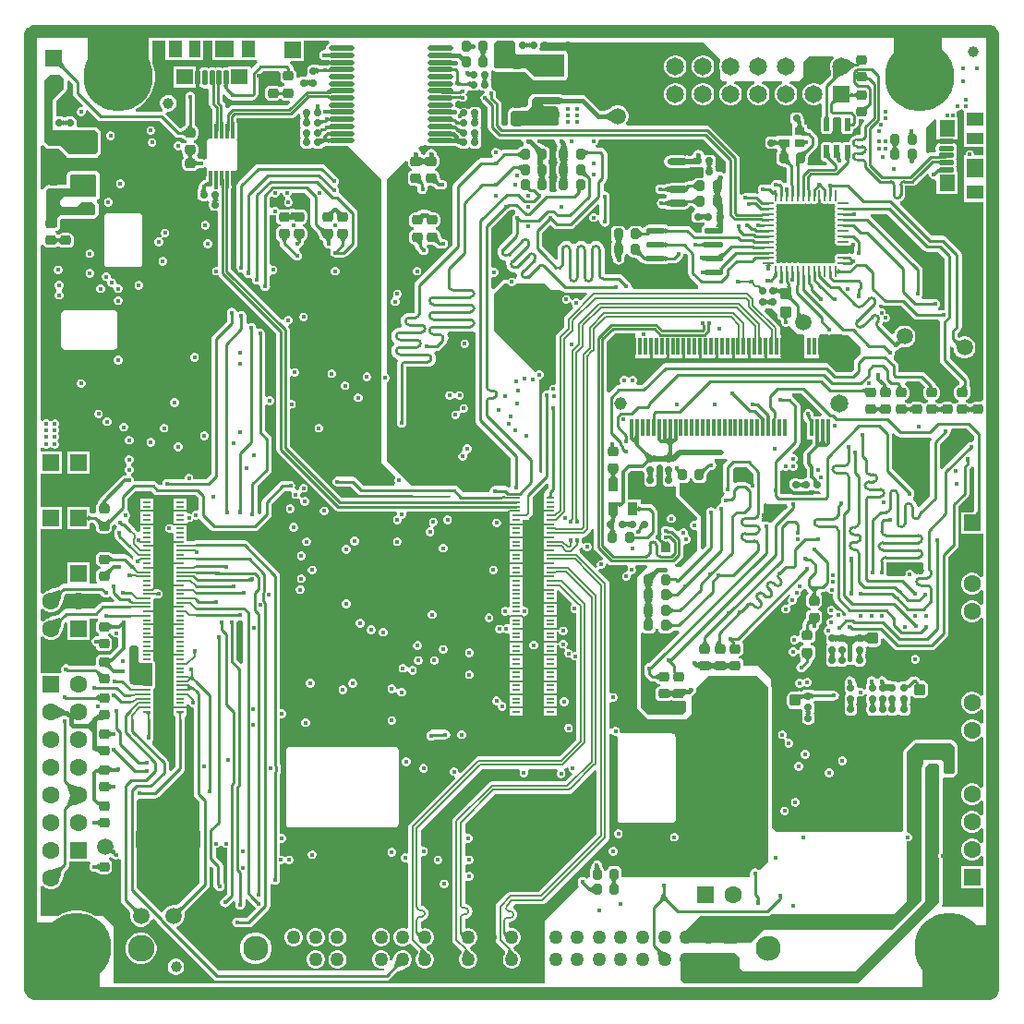
<source format=gbr>
G04*
G04 #@! TF.GenerationSoftware,Altium Limited,Altium Designer,24.9.1 (31)*
G04*
G04 Layer_Physical_Order=1*
G04 Layer_Color=255*
%FSLAX44Y44*%
%MOMM*%
G71*
G04*
G04 #@! TF.SameCoordinates,95152EAB-924E-4990-96F7-4EF775BF21D2*
G04*
G04*
G04 #@! TF.FilePolarity,Positive*
G04*
G01*
G75*
%ADD10C,0.3000*%
%ADD11C,0.2540*%
%ADD13C,0.2000*%
%ADD14C,0.4000*%
G04:AMPARAMS|DCode=21|XSize=0.4572mm|YSize=1.3716mm|CornerRadius=0.1143mm|HoleSize=0mm|Usage=FLASHONLY|Rotation=180.000|XOffset=0mm|YOffset=0mm|HoleType=Round|Shape=RoundedRectangle|*
%AMROUNDEDRECTD21*
21,1,0.4572,1.1430,0,0,180.0*
21,1,0.2286,1.3716,0,0,180.0*
1,1,0.2286,-0.1143,0.5715*
1,1,0.2286,0.1143,0.5715*
1,1,0.2286,0.1143,-0.5715*
1,1,0.2286,-0.1143,-0.5715*
%
%ADD21ROUNDEDRECTD21*%
G04:AMPARAMS|DCode=26|XSize=0.95mm|YSize=0.85mm|CornerRadius=0.2125mm|HoleSize=0mm|Usage=FLASHONLY|Rotation=180.000|XOffset=0mm|YOffset=0mm|HoleType=Round|Shape=RoundedRectangle|*
%AMROUNDEDRECTD26*
21,1,0.9500,0.4250,0,0,180.0*
21,1,0.5250,0.8500,0,0,180.0*
1,1,0.4250,-0.2625,0.2125*
1,1,0.4250,0.2625,0.2125*
1,1,0.4250,0.2625,-0.2125*
1,1,0.4250,-0.2625,-0.2125*
%
%ADD26ROUNDEDRECTD26*%
%ADD29R,0.3000X1.5500*%
%ADD30R,1.2000X2.7500*%
G04:AMPARAMS|DCode=35|XSize=0.4572mm|YSize=1.3716mm|CornerRadius=0.1143mm|HoleSize=0mm|Usage=FLASHONLY|Rotation=90.000|XOffset=0mm|YOffset=0mm|HoleType=Round|Shape=RoundedRectangle|*
%AMROUNDEDRECTD35*
21,1,0.4572,1.1430,0,0,90.0*
21,1,0.2286,1.3716,0,0,90.0*
1,1,0.2286,0.5715,0.1143*
1,1,0.2286,0.5715,-0.1143*
1,1,0.2286,-0.5715,-0.1143*
1,1,0.2286,-0.5715,0.1143*
%
%ADD35ROUNDEDRECTD35*%
%ADD36R,0.7000X0.2000*%
%ADD37R,0.8500X0.7500*%
G04:AMPARAMS|DCode=38|XSize=0.95mm|YSize=0.85mm|CornerRadius=0.2125mm|HoleSize=0mm|Usage=FLASHONLY|Rotation=90.000|XOffset=0mm|YOffset=0mm|HoleType=Round|Shape=RoundedRectangle|*
%AMROUNDEDRECTD38*
21,1,0.9500,0.4250,0,0,90.0*
21,1,0.5250,0.8500,0,0,90.0*
1,1,0.4250,0.2125,0.2625*
1,1,0.4250,0.2125,-0.2625*
1,1,0.4250,-0.2125,-0.2625*
1,1,0.4250,-0.2125,0.2625*
%
%ADD38ROUNDEDRECTD38*%
G04:AMPARAMS|DCode=39|XSize=1.64mm|YSize=0.59mm|CornerRadius=0.1475mm|HoleSize=0mm|Usage=FLASHONLY|Rotation=0.000|XOffset=0mm|YOffset=0mm|HoleType=Round|Shape=RoundedRectangle|*
%AMROUNDEDRECTD39*
21,1,1.6400,0.2950,0,0,0.0*
21,1,1.3450,0.5900,0,0,0.0*
1,1,0.2950,0.6725,-0.1475*
1,1,0.2950,-0.6725,-0.1475*
1,1,0.2950,-0.6725,0.1475*
1,1,0.2950,0.6725,0.1475*
%
%ADD39ROUNDEDRECTD39*%
G04:AMPARAMS|DCode=40|XSize=1.21mm|YSize=0.59mm|CornerRadius=0.0738mm|HoleSize=0mm|Usage=FLASHONLY|Rotation=270.000|XOffset=0mm|YOffset=0mm|HoleType=Round|Shape=RoundedRectangle|*
%AMROUNDEDRECTD40*
21,1,1.2100,0.4425,0,0,270.0*
21,1,1.0625,0.5900,0,0,270.0*
1,1,0.1475,-0.2213,-0.5313*
1,1,0.1475,-0.2213,0.5313*
1,1,0.1475,0.2213,0.5313*
1,1,0.1475,0.2213,-0.5313*
%
%ADD40ROUNDEDRECTD40*%
%ADD41R,0.9500X1.2000*%
G04:AMPARAMS|DCode=42|XSize=1.4mm|YSize=0.3mm|CornerRadius=0.075mm|HoleSize=0mm|Usage=FLASHONLY|Rotation=90.000|XOffset=0mm|YOffset=0mm|HoleType=Round|Shape=RoundedRectangle|*
%AMROUNDEDRECTD42*
21,1,1.4000,0.1500,0,0,90.0*
21,1,1.2500,0.3000,0,0,90.0*
1,1,0.1500,0.0750,0.6250*
1,1,0.1500,0.0750,-0.6250*
1,1,0.1500,-0.0750,-0.6250*
1,1,0.1500,-0.0750,0.6250*
%
%ADD42ROUNDEDRECTD42*%
%ADD43O,1.9000X0.6000*%
G04:AMPARAMS|DCode=44|XSize=3.2mm|YSize=2.4mm|CornerRadius=0.6mm|HoleSize=0mm|Usage=FLASHONLY|Rotation=90.000|XOffset=0mm|YOffset=0mm|HoleType=Round|Shape=RoundedRectangle|*
%AMROUNDEDRECTD44*
21,1,3.2000,1.2000,0,0,90.0*
21,1,2.0000,2.4000,0,0,90.0*
1,1,1.2000,0.6000,1.0000*
1,1,1.2000,0.6000,-1.0000*
1,1,1.2000,-0.6000,-1.0000*
1,1,1.2000,-0.6000,1.0000*
%
%ADD44ROUNDEDRECTD44*%
G04:AMPARAMS|DCode=45|XSize=0.7mm|YSize=2.4mm|CornerRadius=0.175mm|HoleSize=0mm|Usage=FLASHONLY|Rotation=90.000|XOffset=0mm|YOffset=0mm|HoleType=Round|Shape=RoundedRectangle|*
%AMROUNDEDRECTD45*
21,1,0.7000,2.0500,0,0,90.0*
21,1,0.3500,2.4000,0,0,90.0*
1,1,0.3500,1.0250,0.1750*
1,1,0.3500,1.0250,-0.1750*
1,1,0.3500,-1.0250,-0.1750*
1,1,0.3500,-1.0250,0.1750*
%
%ADD45ROUNDEDRECTD45*%
G04:AMPARAMS|DCode=46|XSize=1.1mm|YSize=1mm|CornerRadius=0.25mm|HoleSize=0mm|Usage=FLASHONLY|Rotation=270.000|XOffset=0mm|YOffset=0mm|HoleType=Round|Shape=RoundedRectangle|*
%AMROUNDEDRECTD46*
21,1,1.1000,0.5000,0,0,270.0*
21,1,0.6000,1.0000,0,0,270.0*
1,1,0.5000,-0.2500,-0.3000*
1,1,0.5000,-0.2500,0.3000*
1,1,0.5000,0.2500,0.3000*
1,1,0.5000,0.2500,-0.3000*
%
%ADD46ROUNDEDRECTD46*%
G04:AMPARAMS|DCode=47|XSize=0.65mm|YSize=0.6mm|CornerRadius=0.15mm|HoleSize=0mm|Usage=FLASHONLY|Rotation=0.000|XOffset=0mm|YOffset=0mm|HoleType=Round|Shape=RoundedRectangle|*
%AMROUNDEDRECTD47*
21,1,0.6500,0.3000,0,0,0.0*
21,1,0.3500,0.6000,0,0,0.0*
1,1,0.3000,0.1750,-0.1500*
1,1,0.3000,-0.1750,-0.1500*
1,1,0.3000,-0.1750,0.1500*
1,1,0.3000,0.1750,0.1500*
%
%ADD47ROUNDEDRECTD47*%
G04:AMPARAMS|DCode=48|XSize=0.65mm|YSize=0.6mm|CornerRadius=0.15mm|HoleSize=0mm|Usage=FLASHONLY|Rotation=90.000|XOffset=0mm|YOffset=0mm|HoleType=Round|Shape=RoundedRectangle|*
%AMROUNDEDRECTD48*
21,1,0.6500,0.3000,0,0,90.0*
21,1,0.3500,0.6000,0,0,90.0*
1,1,0.3000,0.1500,0.1750*
1,1,0.3000,0.1500,-0.1750*
1,1,0.3000,-0.1500,-0.1750*
1,1,0.3000,-0.1500,0.1750*
%
%ADD48ROUNDEDRECTD48*%
G04:AMPARAMS|DCode=49|XSize=1.1mm|YSize=1.3mm|CornerRadius=0.25mm|HoleSize=0mm|Usage=FLASHONLY|Rotation=180.000|XOffset=0mm|YOffset=0mm|HoleType=Round|Shape=RoundedRectangle|*
%AMROUNDEDRECTD49*
21,1,1.1000,0.8000,0,0,180.0*
21,1,0.6000,1.3000,0,0,180.0*
1,1,0.5000,-0.3000,0.4000*
1,1,0.5000,0.3000,0.4000*
1,1,0.5000,0.3000,-0.4000*
1,1,0.5000,-0.3000,-0.4000*
%
%ADD49ROUNDEDRECTD49*%
G04:AMPARAMS|DCode=50|XSize=2.3028mm|YSize=0.4427mm|CornerRadius=0.1107mm|HoleSize=0mm|Usage=FLASHONLY|Rotation=180.000|XOffset=0mm|YOffset=0mm|HoleType=Round|Shape=RoundedRectangle|*
%AMROUNDEDRECTD50*
21,1,2.3028,0.2214,0,0,180.0*
21,1,2.0814,0.4427,0,0,180.0*
1,1,0.2214,-1.0407,0.1107*
1,1,0.2214,1.0407,0.1107*
1,1,0.2214,1.0407,-0.1107*
1,1,0.2214,-1.0407,-0.1107*
%
%ADD50ROUNDEDRECTD50*%
%ADD55R,6.8000X6.4000*%
%ADD56R,6.5000X6.7000*%
%ADD63O,0.2393X1.0571*%
%ADD64O,1.0571X0.2393*%
%ADD103C,1.5240*%
%ADD104C,0.5000*%
%ADD105C,0.2200*%
%ADD106C,0.2800*%
%ADD107C,1.2000*%
%ADD108R,1.3000X1.6000*%
%ADD109R,1.5494X1.4224*%
%ADD110R,1.8000X1.6000*%
%ADD111R,1.0000X1.6000*%
%ADD112R,5.3000X5.3000*%
%ADD113R,1.6000X1.0000*%
%ADD114R,1.6000X1.8000*%
%ADD115R,1.6000X1.3000*%
%ADD116R,1.4224X1.5494*%
%ADD117C,1.5000*%
%ADD118C,1.0000*%
%ADD119C,0.2400*%
%ADD120C,0.5000*%
%ADD121C,0.2800*%
%ADD122R,4.5138X2.4001*%
%ADD123R,5.5478X3.5001*%
%ADD124C,5.8000*%
%ADD125C,1.6500*%
%ADD126C,1.1500*%
%ADD127R,1.6500X1.6500*%
%ADD128R,1.6000X1.6000*%
%ADD129C,1.6000*%
%ADD130C,1.2580*%
%ADD131R,1.2580X1.2580*%
%ADD132C,2.3000*%
%ADD133C,2.4500*%
%ADD134C,6.0000*%
%ADD135R,1.6000X1.6000*%
%ADD136C,6.3500*%
%ADD137C,0.4000*%
G36*
X466940Y875441D02*
X465000Y876135D01*
X463060Y875441D01*
Y880559D01*
X465000Y879865D01*
X466940Y880559D01*
Y875441D01*
D02*
G37*
G36*
X425414Y870000D02*
X426544Y867596D01*
X420956D01*
X422086Y870000D01*
X420956Y872404D01*
X426544D01*
X425414Y870000D01*
D02*
G37*
G36*
X174960Y864258D02*
X198040D01*
Y864258D01*
X199710D01*
Y864258D01*
X216420D01*
X217027Y862258D01*
X216898Y862172D01*
X216898Y862172D01*
X216373Y861647D01*
X216373Y861647D01*
X212010Y857284D01*
X210162Y858049D01*
Y858700D01*
X189588D01*
Y858033D01*
X189143Y857668D01*
X186857D01*
X185420Y857382D01*
X184750Y856935D01*
X184080Y857382D01*
X182643Y857668D01*
X180357D01*
X178920Y857382D01*
X178250Y856935D01*
X177580Y857382D01*
X176143Y857668D01*
X173857D01*
X172420Y857382D01*
X171750Y856935D01*
X171080Y857382D01*
X169643Y857668D01*
X167357D01*
X165920Y857382D01*
X164702Y856568D01*
X163888Y855350D01*
X163602Y853913D01*
Y842483D01*
X163888Y841046D01*
X164702Y839828D01*
X165920Y839014D01*
X167357Y838728D01*
X169643D01*
X170170Y838833D01*
X171972Y837650D01*
X172170Y837346D01*
Y824276D01*
X172488Y822676D01*
X173394Y821320D01*
X175420Y819294D01*
Y808917D01*
X175220Y807912D01*
Y807421D01*
X175151Y807318D01*
X174896Y806034D01*
Y800165D01*
X174820Y799784D01*
X174896Y799403D01*
Y793534D01*
X174506Y793059D01*
X173000D01*
X171829Y792826D01*
X170837Y792163D01*
X170174Y791171D01*
X169941Y790000D01*
Y774125D01*
X168950Y773591D01*
X167941Y773327D01*
X166717Y774145D01*
X165000Y774486D01*
X164371Y774361D01*
X163431D01*
X163405Y774366D01*
X163239Y774361D01*
X163180D01*
X161894Y774961D01*
X161663Y775420D01*
X161341Y777198D01*
X161383Y777352D01*
X162019Y778305D01*
X162381Y780125D01*
Y784375D01*
X162019Y786195D01*
X160988Y787738D01*
X159445Y788769D01*
X158384Y788980D01*
Y791020D01*
X159445Y791231D01*
X160988Y792262D01*
X162019Y793805D01*
X162381Y795625D01*
Y799875D01*
X162019Y801695D01*
X160988Y803238D01*
X160364Y803656D01*
X159486Y805459D01*
Y831000D01*
X159145Y832717D01*
X158172Y834172D01*
X156717Y835145D01*
X155000Y835486D01*
X153283Y835145D01*
X151828Y834172D01*
X150855Y832717D01*
X150514Y831000D01*
Y805459D01*
X149636Y803656D01*
X149134Y803320D01*
X149102Y803312D01*
X146814Y802236D01*
X146108D01*
X132570Y815775D01*
X133605Y817568D01*
X134007Y817460D01*
X135993D01*
X137910Y817974D01*
X139630Y818967D01*
X141033Y820370D01*
X142026Y822090D01*
X142540Y824007D01*
Y825993D01*
X142026Y827910D01*
X141033Y829630D01*
X139630Y831033D01*
X137910Y832026D01*
X135993Y832540D01*
X134007D01*
X132090Y832026D01*
X130370Y831033D01*
X128967Y829630D01*
X127974Y827910D01*
X127460Y825993D01*
Y824007D01*
X127974Y822090D01*
X128967Y820370D01*
X130013Y819324D01*
X129241Y817487D01*
X129209Y817445D01*
X129000Y817486D01*
X129000Y817486D01*
X105404D01*
X104924Y819486D01*
X106589Y820334D01*
X110887Y823457D01*
X114643Y827213D01*
X117766Y831511D01*
X120177Y836245D01*
X121819Y841297D01*
X122650Y846544D01*
Y851856D01*
X121819Y857103D01*
X120177Y862156D01*
X120059Y862388D01*
Y881922D01*
X132210D01*
Y864258D01*
X150290D01*
Y864258D01*
X151966D01*
Y864258D01*
X167046D01*
Y881922D01*
X174960D01*
Y864258D01*
D02*
G37*
G36*
X282670Y879922D02*
X282015Y879792D01*
X280809Y878986D01*
X280003Y877780D01*
X279720Y876357D01*
Y874956D01*
X278000Y873588D01*
X276244Y873239D01*
X274756Y872244D01*
X273761Y870756D01*
X273412Y869000D01*
X273761Y867244D01*
X274756Y865756D01*
X274881Y865631D01*
X276369Y864636D01*
X278125Y864287D01*
X281897D01*
X282015Y864208D01*
X283438Y863925D01*
X300000D01*
Y860575D01*
X283438D01*
X282015Y860292D01*
X280809Y859486D01*
X274023D01*
X270871Y860337D01*
X270823Y860340D01*
X270779Y860361D01*
X270229Y860381D01*
X269680Y860418D01*
X269634Y860402D01*
X269586Y860404D01*
X269070Y860212D01*
X268795Y860119D01*
X266500D01*
X264924Y859806D01*
X263587Y858913D01*
X262694Y857576D01*
X262381Y856000D01*
Y852500D01*
X262596Y851421D01*
X262581Y851359D01*
X262150Y850607D01*
X261672Y849956D01*
X261221Y849528D01*
X261089Y849502D01*
X260500Y849619D01*
X257500D01*
X255924Y849306D01*
X254587Y848413D01*
X254381Y848104D01*
X252381Y848711D01*
Y851875D01*
X252019Y853695D01*
X250988Y855238D01*
X249486Y856242D01*
Y857000D01*
X249486Y857000D01*
X249145Y858717D01*
X248172Y860172D01*
X248172Y860172D01*
X246344Y862000D01*
X246432Y862722D01*
X247037Y864000D01*
X259000D01*
Y881922D01*
X282473D01*
X282670Y879922D01*
D02*
G37*
G36*
X768099Y860575D02*
X766839Y859447D01*
X765283Y861003D01*
X766354Y862205D01*
X768099Y860575D01*
D02*
G37*
G36*
X39949Y858430D02*
X37970Y856451D01*
X34010Y858430D01*
X37970Y862390D01*
X39949Y858430D01*
D02*
G37*
G36*
X764971Y861325D02*
X765389Y859125D01*
X759058Y854114D01*
X756923Y865464D01*
X764971Y861325D01*
D02*
G37*
G36*
X273719Y856400D02*
X273798Y853600D01*
X270909Y852206D01*
X270073Y857384D01*
X273719Y856400D01*
D02*
G37*
G36*
X453000Y880000D02*
Y871000D01*
X453012Y870988D01*
X454877Y870000D01*
X498000D01*
Y849000D01*
X471000D01*
X463000Y857000D01*
X435000D01*
X434000Y858000D01*
Y880000D01*
X435922Y881922D01*
X451078D01*
X453000Y880000D01*
D02*
G37*
G36*
X754858Y850890D02*
X746248Y847323D01*
X744139Y848325D01*
X744445Y855886D01*
X754858Y850890D01*
D02*
G37*
G36*
X777386Y848714D02*
Y846514D01*
X775359Y846005D01*
X775730Y849239D01*
X777386Y848714D01*
D02*
G37*
G36*
X641000Y865000D02*
Y862475D01*
X640350Y860049D01*
Y857351D01*
X641000Y854925D01*
Y848000D01*
X644000Y845000D01*
X646935D01*
X647198Y843000D01*
X646644Y842851D01*
X644306Y841502D01*
X642398Y839594D01*
X641049Y837256D01*
X640350Y834649D01*
Y831951D01*
X641049Y829344D01*
X642398Y827006D01*
X644306Y825098D01*
X646644Y823748D01*
X649251Y823050D01*
X651949D01*
X654556Y823748D01*
X656894Y825098D01*
X658802Y827006D01*
X660152Y829344D01*
X660850Y831951D01*
Y834649D01*
X660152Y837256D01*
X658802Y839594D01*
X656894Y841502D01*
X654556Y842851D01*
X654002Y843000D01*
X654265Y845000D01*
X672335D01*
X672598Y843000D01*
X672044Y842851D01*
X669706Y841502D01*
X667798Y839594D01*
X666449Y837256D01*
X665750Y834649D01*
Y831951D01*
X666449Y829344D01*
X667798Y827006D01*
X669706Y825098D01*
X672044Y823748D01*
X674651Y823050D01*
X677349D01*
X679956Y823748D01*
X682294Y825098D01*
X684202Y827006D01*
X685552Y829344D01*
X686250Y831951D01*
Y834649D01*
X685552Y837256D01*
X684202Y839594D01*
X682294Y841502D01*
X679956Y842851D01*
X679402Y843000D01*
X679665Y845000D01*
X697735D01*
X697998Y843000D01*
X697444Y842851D01*
X695106Y841502D01*
X693198Y839594D01*
X691849Y837256D01*
X691150Y834649D01*
Y831951D01*
X691849Y829344D01*
X693198Y827006D01*
X695106Y825098D01*
X697444Y823748D01*
X700051Y823050D01*
X702749D01*
X705356Y823748D01*
X707694Y825098D01*
X709602Y827006D01*
X710952Y829344D01*
X711650Y831951D01*
Y834649D01*
X710952Y837256D01*
X709602Y839594D01*
X707694Y841502D01*
X705356Y842851D01*
X704802Y843000D01*
X705065Y845000D01*
X713000D01*
X717000Y849000D01*
Y863000D01*
X722000Y868000D01*
X744176D01*
X745004Y866000D01*
X743998Y864994D01*
X742648Y862656D01*
X741950Y860049D01*
Y857351D01*
X742648Y854744D01*
X742765Y854541D01*
X742629Y851171D01*
X735544Y844086D01*
X734660Y842764D01*
X734638Y842730D01*
X734320Y842478D01*
X732431Y841885D01*
X730756Y842851D01*
X728149Y843550D01*
X725451D01*
X722844Y842851D01*
X720506Y841502D01*
X718598Y839594D01*
X717249Y837256D01*
X716550Y834649D01*
Y831951D01*
X717249Y829344D01*
X718598Y827006D01*
X720506Y825098D01*
X722844Y823748D01*
X725451Y823050D01*
X728149D01*
X730756Y823748D01*
X732320Y824651D01*
X734320Y823661D01*
Y813489D01*
X733925Y813225D01*
X733200Y812141D01*
X732946Y810863D01*
Y800238D01*
X733200Y798959D01*
X733925Y797875D01*
X735009Y797150D01*
X736288Y796896D01*
X740713D01*
X741991Y797150D01*
X743075Y797875D01*
X743800Y798959D01*
X744054Y800238D01*
Y809889D01*
X744180Y810928D01*
X745903Y811820D01*
X751160D01*
X751946Y810863D01*
Y800238D01*
X752200Y798959D01*
X752925Y797875D01*
X754009Y797150D01*
X755287Y796896D01*
X759713D01*
X760991Y797150D01*
X762075Y797875D01*
X762800Y798959D01*
X763054Y800238D01*
Y801087D01*
X763311Y801138D01*
X764667Y802044D01*
X766956Y804333D01*
X767862Y805689D01*
X768180Y807289D01*
Y810209D01*
X768375Y810369D01*
X772628D01*
X773457Y808369D01*
X771244Y806156D01*
X770338Y804800D01*
X770020Y803200D01*
Y795780D01*
X766150D01*
X764550Y795462D01*
X763253Y794595D01*
X762751Y794387D01*
X761343Y793307D01*
X760263Y791899D01*
X759584Y790259D01*
X759431Y789104D01*
X755287D01*
X754009Y788850D01*
X752750Y788214D01*
X751491Y788850D01*
X750212Y789104D01*
X745788D01*
X744509Y788850D01*
X743250Y788214D01*
X741991Y788850D01*
X740713Y789104D01*
X736288D01*
X735009Y788850D01*
X733925Y788125D01*
X733200Y787041D01*
X732946Y785762D01*
Y775137D01*
X733200Y773859D01*
X733925Y772775D01*
X735009Y772050D01*
X736288Y771796D01*
X737326D01*
X737394Y771694D01*
X739060Y770028D01*
X738295Y768180D01*
X722626D01*
X722006Y768057D01*
X720803Y769857D01*
X721269Y770555D01*
X721631Y772375D01*
Y774321D01*
X721711Y774423D01*
X723435Y777841D01*
X729172Y783578D01*
X729172Y783578D01*
X730145Y785033D01*
X730486Y786750D01*
X730486Y786750D01*
Y793000D01*
X730486Y793000D01*
X730145Y794717D01*
X729172Y796172D01*
X729172Y796172D01*
X725272Y800072D01*
X723817Y801045D01*
X722100Y801386D01*
X720540Y802566D01*
Y805540D01*
X718685D01*
X718236Y806437D01*
Y808696D01*
X718236Y808696D01*
X717895Y810413D01*
X717119Y811573D01*
Y812500D01*
X716806Y814076D01*
X715913Y815413D01*
X714576Y816306D01*
X713000Y816619D01*
X709500D01*
X707924Y816306D01*
X706587Y815413D01*
X705694Y814076D01*
X705381Y812500D01*
Y809500D01*
X705694Y807924D01*
X706170Y807213D01*
X706960Y805540D01*
Y795040D01*
X693460D01*
X693460Y795040D01*
X693423Y795026D01*
X691460Y794409D01*
X691139Y794473D01*
X690567Y794592D01*
X690554Y794589D01*
X690540Y794592D01*
X690089Y794502D01*
X689500Y794619D01*
X686500D01*
X684924Y794306D01*
X683587Y793413D01*
X682694Y792076D01*
X682381Y790500D01*
Y787000D01*
X682694Y785424D01*
X683587Y784087D01*
X684924Y783194D01*
X686500Y782881D01*
X689500D01*
X690089Y782998D01*
X690540Y782908D01*
X690554Y782911D01*
X690567Y782908D01*
X691139Y783027D01*
X691460Y783091D01*
X693423Y782474D01*
X693460Y782460D01*
X693420Y780477D01*
X692731Y779445D01*
X692369Y777625D01*
Y772375D01*
X692731Y770555D01*
X693762Y769012D01*
X695305Y767981D01*
X697125Y767619D01*
X698071D01*
X698173Y767539D01*
X701591Y765815D01*
X701714Y765692D01*
Y752568D01*
X701138Y752170D01*
X699714Y751803D01*
X698910Y752607D01*
X698532Y753172D01*
X697077Y754145D01*
X695360Y754486D01*
X692000D01*
X690283Y754145D01*
X688828Y753172D01*
X687855Y751717D01*
X687514Y750000D01*
X687514Y750000D01*
X687091Y750065D01*
X686000Y750282D01*
X685686Y750282D01*
X682861D01*
X681870Y750427D01*
X681647Y750415D01*
X681428Y750459D01*
X681056Y750385D01*
X680678Y750365D01*
X680503Y750282D01*
X680000D01*
X678361Y749956D01*
X676972Y749028D01*
X676044Y747639D01*
X675718Y746000D01*
X676044Y744361D01*
X676464Y743732D01*
X675169Y742071D01*
X674218Y742260D01*
X663701D01*
X662101Y741942D01*
X660745Y741035D01*
X660580Y740789D01*
X658580Y741396D01*
Y774600D01*
X658262Y776200D01*
X657356Y777556D01*
X631956Y802956D01*
X630600Y803862D01*
X629000Y804180D01*
X555207D01*
X554379Y806180D01*
X555034Y806835D01*
X556356Y809125D01*
X557040Y811678D01*
Y814322D01*
X556356Y816875D01*
X555034Y819165D01*
X553165Y821034D01*
X550875Y822356D01*
X548322Y823040D01*
X545678D01*
X543125Y822356D01*
X540835Y821034D01*
X539665Y819863D01*
X539497Y819831D01*
X535265Y818098D01*
X531112D01*
X518305Y830905D01*
X516651Y832010D01*
X514700Y832398D01*
X497944D01*
X493450Y833621D01*
X493045Y833649D01*
X492647Y833728D01*
X492455Y833690D01*
X492260Y833704D01*
X491875Y833575D01*
X491476Y833496D01*
X491369Y833424D01*
X471476D01*
X469802Y833091D01*
X469649Y832989D01*
X468829Y832826D01*
X467837Y832163D01*
X467837Y832163D01*
X465837Y830163D01*
X465837Y830163D01*
X465174Y829171D01*
X464941Y828000D01*
X464941Y828000D01*
X464941Y823267D01*
X462733Y821059D01*
X451000D01*
X451000Y821059D01*
X449829Y820826D01*
X448837Y820163D01*
X448837Y820163D01*
X446837Y818163D01*
X446837Y818163D01*
X446174Y817171D01*
X445941Y816000D01*
X445941Y816000D01*
Y806000D01*
X445941Y806000D01*
X444385Y804180D01*
X442020D01*
X439980Y806220D01*
Y824649D01*
X439662Y826249D01*
X438756Y827605D01*
X435458Y830903D01*
Y833722D01*
X435140Y835322D01*
X434234Y836678D01*
X433956Y836956D01*
X432600Y837862D01*
X432483Y837885D01*
X432297Y838000D01*
X431034Y840071D01*
X431119Y840500D01*
Y843500D01*
X431002Y844089D01*
X431092Y844540D01*
X431089Y844554D01*
X431092Y844567D01*
X430973Y845139D01*
X430859Y845711D01*
X430851Y845722D01*
X430849Y845736D01*
X430524Y846500D01*
X430849Y847264D01*
X430851Y847278D01*
X430859Y847289D01*
X430973Y847861D01*
X431092Y848433D01*
X431089Y848446D01*
X431092Y848460D01*
X431002Y848911D01*
X431119Y849500D01*
Y852500D01*
X430806Y854076D01*
X432432Y855242D01*
X432837Y854837D01*
X433829Y854174D01*
X435000Y853941D01*
X435000Y853941D01*
X461733D01*
X468837Y846837D01*
X469829Y846174D01*
X471000Y845941D01*
X471000Y845941D01*
X498000D01*
X499170Y846174D01*
X500163Y846837D01*
X500826Y847830D01*
X501059Y849000D01*
Y870000D01*
X500826Y871171D01*
X500163Y872163D01*
X499170Y872826D01*
X498000Y873059D01*
X476465D01*
X475339Y874870D01*
X475332Y875059D01*
X475619Y876500D01*
Y879500D01*
X476850Y881000D01*
X625000D01*
X641000Y865000D01*
D02*
G37*
G36*
X265460Y840967D02*
X263500Y841799D01*
X261540Y840967D01*
Y846533D01*
X263500Y845701D01*
X265460Y846533D01*
Y840967D01*
D02*
G37*
G36*
X427201Y846500D02*
X428033Y844540D01*
X422467D01*
X423299Y846500D01*
X422467Y848460D01*
X428033D01*
X427201Y846500D01*
D02*
G37*
G36*
X402822Y844170D02*
X402360Y841370D01*
X401258Y841445D01*
X401580Y844227D01*
X402822Y844170D01*
D02*
G37*
G36*
X411637Y839976D02*
X408702Y841370D01*
X408881Y844170D01*
X412427Y844884D01*
X411637Y839976D01*
D02*
G37*
G36*
X237746Y852514D02*
X237619Y851875D01*
Y847625D01*
X237981Y845805D01*
X239012Y844262D01*
X240555Y843231D01*
X241616Y843020D01*
Y840980D01*
X240555Y840769D01*
X239276Y839915D01*
X238498Y839738D01*
X237502D01*
X236724Y839915D01*
X235445Y840769D01*
X233625Y841131D01*
X228375D01*
X226555Y840769D01*
X225012Y839738D01*
X223981Y838195D01*
X223619Y836375D01*
Y832125D01*
X223981Y830305D01*
X225012Y828762D01*
X226555Y827731D01*
X228375Y827369D01*
X233625D01*
X235445Y827731D01*
X236724Y828585D01*
X237502Y828762D01*
X238498D01*
X239276Y828585D01*
X240555Y827731D01*
X242375Y827369D01*
X245628D01*
X246457Y825369D01*
X244331Y823243D01*
X194088D01*
X192489Y822924D01*
X191133Y822018D01*
X189428Y820314D01*
X187580Y821079D01*
Y822600D01*
X187262Y824200D01*
X186356Y825556D01*
X184330Y827582D01*
Y832497D01*
X186330Y833325D01*
X190828Y828828D01*
X190828Y828828D01*
X192283Y827855D01*
X194000Y827514D01*
X194000Y827514D01*
X211460D01*
X211460Y827514D01*
X213177Y827855D01*
X214632Y828828D01*
X216272Y830468D01*
X217245Y831923D01*
X217586Y833640D01*
X217586Y833640D01*
Y838761D01*
Y850171D01*
X221929Y854514D01*
X236305D01*
X237746Y852514D01*
D02*
G37*
G36*
X189400Y838600D02*
X186600D01*
X185809Y842049D01*
X190191D01*
X189400Y838600D01*
D02*
G37*
G36*
X421438Y837019D02*
X421924Y836694D01*
X423500Y836381D01*
X424177D01*
X425202Y834583D01*
X424696Y833715D01*
X423800Y833537D01*
X422444Y832631D01*
X421538Y831275D01*
X421220Y829675D01*
X421538Y828075D01*
X422444Y826719D01*
X427820Y821344D01*
Y802915D01*
X428138Y801315D01*
X429044Y799959D01*
X435759Y793244D01*
X437115Y792338D01*
X438715Y792020D01*
X458265D01*
X459906Y790020D01*
X459902Y790000D01*
X460290Y788049D01*
X460736Y787381D01*
X460425Y786362D01*
X459721Y785301D01*
X458305Y785019D01*
X456762Y783988D01*
X456344Y783364D01*
X454541Y782486D01*
X443000D01*
X441283Y782145D01*
X440753Y781790D01*
X438391Y782266D01*
X437266Y783391D01*
X435796Y784000D01*
X434204D01*
X432734Y783391D01*
X431609Y782266D01*
X431000Y780796D01*
Y779204D01*
X431609Y777734D01*
X432734Y776609D01*
X432769Y776430D01*
X431537Y774486D01*
X422000D01*
X420283Y774145D01*
X418828Y773172D01*
X418828Y773172D01*
X397228Y751572D01*
X396255Y750117D01*
X395914Y748400D01*
X395914Y748400D01*
Y695258D01*
X361828Y661172D01*
X360855Y659717D01*
X360514Y658000D01*
X360514Y658000D01*
Y652000D01*
Y632886D01*
X355941D01*
X355660Y632830D01*
X353904Y632599D01*
X352007Y631813D01*
X350378Y630563D01*
X349128Y628934D01*
X348341Y627036D01*
X348074Y625000D01*
X348341Y622964D01*
X349036Y621286D01*
X348724Y620445D01*
X347972Y619286D01*
X347400D01*
X347119Y619230D01*
X345364Y618999D01*
X343466Y618213D01*
X341837Y616963D01*
X340587Y615334D01*
X339801Y613436D01*
X339533Y611400D01*
X339801Y609364D01*
X340587Y607466D01*
X341837Y605837D01*
X342146Y605600D01*
Y603600D01*
X341837Y603363D01*
X340587Y601734D01*
X339801Y599836D01*
X339533Y597800D01*
X339801Y595764D01*
X340587Y593866D01*
X341837Y592237D01*
X343466Y590987D01*
X344824Y590425D01*
X345516Y588884D01*
X345601Y588152D01*
X345587Y588134D01*
X344801Y586236D01*
X344570Y584481D01*
X344514Y584200D01*
Y572000D01*
Y532000D01*
X344855Y530283D01*
X345828Y528828D01*
X347283Y527855D01*
X349000Y527514D01*
X350717Y527855D01*
X352172Y528828D01*
X353145Y530283D01*
X353486Y532000D01*
Y572000D01*
Y583114D01*
X372600D01*
X372881Y583170D01*
X374636Y583401D01*
X376534Y584187D01*
X378163Y585437D01*
X379413Y587066D01*
X380199Y588964D01*
X380467Y591000D01*
X380199Y593036D01*
X379413Y594934D01*
X378968Y595514D01*
X379954Y597514D01*
X381000D01*
X381000Y597514D01*
X382717Y597855D01*
X384172Y598828D01*
X387038Y601693D01*
X387038Y601693D01*
X389434Y604089D01*
X389434Y604089D01*
X389434Y604089D01*
X389593Y604328D01*
X390671Y605732D01*
X391457Y607630D01*
X391725Y609666D01*
X391457Y611702D01*
X390762Y613380D01*
X391074Y614221D01*
X391826Y615380D01*
X411800D01*
X412081Y615435D01*
X413836Y615667D01*
X414514Y615947D01*
X416514Y614619D01*
Y604000D01*
Y571000D01*
Y534000D01*
X416514Y534000D01*
X416855Y532283D01*
X417828Y530828D01*
X449214Y499442D01*
Y473359D01*
X447214Y472531D01*
X447172Y472572D01*
X445717Y473545D01*
X444000Y473886D01*
X444000Y473886D01*
X434230D01*
X432513Y473545D01*
X431057Y472572D01*
X430085Y471117D01*
X429743Y469400D01*
X428665Y468086D01*
X405258D01*
X400172Y473172D01*
X398717Y474145D01*
X397000Y474486D01*
X397000Y474486D01*
X357514D01*
X335000Y497000D01*
Y500939D01*
Y569085D01*
X336266Y569609D01*
X337391Y570734D01*
X338000Y572204D01*
Y573796D01*
X337391Y575266D01*
X336266Y576391D01*
X335000Y576915D01*
X335000Y755000D01*
X352619Y772619D01*
X354619Y771790D01*
Y769625D01*
X354981Y767805D01*
X356012Y766262D01*
X357555Y765231D01*
X358616Y765020D01*
Y762980D01*
X357555Y762769D01*
X356012Y761738D01*
X354981Y760195D01*
X354619Y758375D01*
Y754125D01*
X354981Y752305D01*
X356012Y750762D01*
X357555Y749731D01*
X359375Y749369D01*
X361123D01*
X361166Y749333D01*
X361173Y749331D01*
X361179Y749325D01*
X363284Y748194D01*
Y746230D01*
X363284Y746230D01*
X363626Y744513D01*
X364598Y743057D01*
X364828Y742828D01*
X366283Y741855D01*
X368000Y741514D01*
X369717Y741855D01*
X371172Y742828D01*
X372145Y744283D01*
X372486Y746000D01*
X372257Y747154D01*
Y747549D01*
X372257Y747552D01*
X372381Y747868D01*
X372507Y748058D01*
X373790Y749369D01*
X375719D01*
X375834Y749280D01*
X379177Y747621D01*
X379540Y747258D01*
X379540Y747257D01*
X380996Y746285D01*
X382713Y745943D01*
X382713Y745943D01*
X383714D01*
X384282Y745918D01*
X384451Y745943D01*
X384846D01*
X386000Y745714D01*
X387717Y746055D01*
X389172Y747028D01*
X390145Y748483D01*
X390486Y750200D01*
X390145Y751917D01*
X389172Y753372D01*
X388943Y753602D01*
X387487Y754574D01*
X385770Y754916D01*
X385770Y754916D01*
X384884D01*
X383457Y757726D01*
X383436Y757754D01*
X383426Y757787D01*
X383381Y757841D01*
Y758375D01*
X383019Y760195D01*
X381988Y761738D01*
X380445Y762769D01*
X379384Y762980D01*
Y765020D01*
X380445Y765231D01*
X381988Y766262D01*
X383019Y767805D01*
X383381Y769625D01*
Y773875D01*
X383019Y775695D01*
X381988Y777238D01*
X381098Y777833D01*
Y778000D01*
X380710Y779951D01*
X379605Y781605D01*
X377951Y782710D01*
X376000Y783098D01*
X374049Y782710D01*
X372395Y781605D01*
X371290Y779951D01*
X370959Y778285D01*
X370845Y778269D01*
X369000Y777617D01*
X367155Y778269D01*
X367041Y778285D01*
X366710Y779951D01*
X365605Y781605D01*
X364902Y782074D01*
X364487Y784487D01*
X365941Y785941D01*
X367000D01*
X368171Y786174D01*
X369163Y786837D01*
X369679Y786884D01*
X371497Y786761D01*
X372325Y786208D01*
X373748Y785925D01*
X382783D01*
X384155Y785652D01*
X394572D01*
X394982Y785571D01*
X395026Y785579D01*
X395070Y785572D01*
X397850Y785652D01*
X397908D01*
X401468Y783994D01*
X401921Y783884D01*
X402364Y783734D01*
X402365Y783734D01*
X402424Y783694D01*
X404000Y783381D01*
X407500D01*
X409076Y783694D01*
X410413Y784587D01*
X411587D01*
X412924Y783694D01*
X414500Y783381D01*
X418000D01*
X419576Y783694D01*
X420913Y784587D01*
X421806Y785924D01*
X422119Y787500D01*
Y790500D01*
X422002Y791089D01*
X422092Y791540D01*
X422089Y791554D01*
X422092Y791567D01*
X421973Y792139D01*
X421859Y792711D01*
X421851Y792722D01*
X421849Y792736D01*
X421524Y793500D01*
X421849Y794264D01*
X421851Y794278D01*
X421859Y794289D01*
X421973Y794861D01*
X422092Y795433D01*
X422089Y795446D01*
X422092Y795460D01*
X422002Y795911D01*
X422119Y796500D01*
Y799500D01*
X421806Y801076D01*
X420964Y802500D01*
X421806Y803924D01*
X422119Y805500D01*
Y808500D01*
X422002Y809089D01*
X422092Y809540D01*
X422089Y809554D01*
X422092Y809567D01*
X421973Y810139D01*
X421859Y810711D01*
X421851Y810722D01*
X421849Y810736D01*
X421524Y811500D01*
X421849Y812264D01*
X421851Y812278D01*
X421859Y812289D01*
X421973Y812860D01*
X422092Y813433D01*
X422089Y813446D01*
X422092Y813460D01*
X422002Y813911D01*
X422119Y814500D01*
Y817500D01*
X421806Y819076D01*
X420913Y820413D01*
X419576Y821306D01*
X418000Y821619D01*
X414500D01*
X412924Y821306D01*
X411587Y820413D01*
X411103Y819688D01*
X409337Y819316D01*
X408725Y819425D01*
X407506Y820239D01*
X405750Y820588D01*
X405500D01*
X403744Y820239D01*
X403279Y819928D01*
X402223Y819270D01*
X400678Y820495D01*
X400605Y820605D01*
X398951Y821710D01*
X398223Y821855D01*
X398280Y822143D01*
Y824357D01*
X398168Y824920D01*
X399310Y826690D01*
X399641Y826920D01*
X402565D01*
X402791Y826694D01*
X404224Y826100D01*
X405776D01*
X407209Y826694D01*
X408306Y827791D01*
X408900Y829224D01*
Y830776D01*
X408306Y832209D01*
X407515Y833000D01*
X408306Y833791D01*
X408900Y835224D01*
Y835676D01*
X409536Y836362D01*
X410745Y837107D01*
X410882Y837057D01*
X411424Y836694D01*
X413000Y836381D01*
X416500D01*
X418076Y836694D01*
X418562Y837019D01*
X420000Y837422D01*
X421438Y837019D01*
D02*
G37*
G36*
X283018Y834129D02*
X281051Y834083D01*
X280140Y836283D01*
X282376Y837377D01*
X283018Y834129D01*
D02*
G37*
G36*
X404447Y834078D02*
X402130Y833800D01*
X401800Y836000D01*
X403037Y836384D01*
X404447Y834078D01*
D02*
G37*
G36*
X432378Y831350D02*
X430178Y830977D01*
X429812Y832391D01*
X432585Y832780D01*
X432378Y831350D01*
D02*
G37*
G36*
X766284Y830556D02*
X764039Y831650D01*
Y833850D01*
X766284Y834944D01*
Y830556D01*
D02*
G37*
G36*
X762619Y833850D02*
Y831650D01*
X760389Y830550D01*
Y834950D01*
X762619Y833850D01*
D02*
G37*
G36*
X404447Y831922D02*
X403037Y829616D01*
X401800Y830000D01*
X402130Y832200D01*
X404447Y831922D01*
D02*
G37*
G36*
X428207Y828423D02*
X426652Y826868D01*
X425420Y827675D01*
X427400Y829655D01*
X428207Y828423D01*
D02*
G37*
G36*
X745180Y825111D02*
X743778Y824083D01*
X742222Y825639D01*
X744011Y827803D01*
X745180Y825111D01*
D02*
G37*
G36*
X497679Y829300D02*
Y825300D01*
X492647Y823930D01*
Y830670D01*
X497679Y829300D01*
D02*
G37*
G36*
X47514Y842542D02*
Y834000D01*
X47514Y834000D01*
X47855Y832283D01*
X48828Y830828D01*
X56982Y822673D01*
X55849Y820978D01*
X55796Y821000D01*
X54204D01*
X52734Y820391D01*
X51609Y819266D01*
X51000Y817796D01*
Y816204D01*
X51609Y814734D01*
X52734Y813609D01*
X54204Y813000D01*
X55796D01*
X57266Y813609D01*
X58391Y814734D01*
X59000Y816204D01*
Y817796D01*
X58978Y817849D01*
X60673Y818982D01*
X69828Y809828D01*
X69828Y809828D01*
X71283Y808855D01*
X73000Y808514D01*
X127142D01*
X141078Y794578D01*
X142533Y793605D01*
X144250Y793264D01*
X144250Y793264D01*
X146814D01*
X149102Y792188D01*
X149134Y792180D01*
X150555Y791231D01*
X151616Y791020D01*
Y788980D01*
X150555Y788769D01*
X149609Y788137D01*
X147809Y788242D01*
X147132Y788525D01*
X146266Y789391D01*
X144796Y790000D01*
X143204D01*
X141734Y789391D01*
X140609Y788266D01*
X140000Y786796D01*
Y785204D01*
X140609Y783734D01*
X141734Y782609D01*
X143204Y782000D01*
X144796D01*
X145619Y782341D01*
X147303Y781505D01*
X147619Y781169D01*
Y780125D01*
X147981Y778305D01*
X148626Y777339D01*
X149012Y775238D01*
X147981Y773695D01*
X147619Y771875D01*
Y767625D01*
X147981Y765805D01*
X149012Y764262D01*
X150555Y763231D01*
X152375Y762869D01*
X157625D01*
X159445Y763231D01*
X160988Y764262D01*
X161069Y764382D01*
X163191Y765389D01*
X164875D01*
X164875Y765389D01*
X166592Y765730D01*
X167941Y766632D01*
X169121Y766384D01*
X169299Y766300D01*
X169960Y765904D01*
X170174Y764829D01*
X170668Y764091D01*
X170151Y763318D01*
X169896Y762034D01*
Y757741D01*
X169761Y757540D01*
X169412Y755784D01*
Y755145D01*
X168575Y754731D01*
X167528Y754523D01*
X166040Y753528D01*
X164256Y751744D01*
X163261Y750256D01*
X162912Y748500D01*
Y747484D01*
X161832Y744648D01*
X161740Y744102D01*
X161632Y743559D01*
X161640Y743515D01*
X161633Y743471D01*
X161735Y743025D01*
X161631Y742500D01*
Y739500D01*
X161944Y737924D01*
X162837Y736587D01*
X164174Y735695D01*
X165750Y735381D01*
X169250D01*
X170555Y735641D01*
X170758Y735584D01*
X172229Y734623D01*
X172417Y734352D01*
X172486Y734029D01*
X172381Y733500D01*
Y730500D01*
X172694Y728924D01*
X173587Y727587D01*
X174924Y726694D01*
X176500Y726381D01*
X180000D01*
X180420Y726036D01*
Y675417D01*
X179796Y675000D01*
X178204D01*
X176734Y674391D01*
X175609Y673266D01*
X175000Y671796D01*
Y670204D01*
X175609Y668734D01*
X176734Y667609D01*
X178204Y667000D01*
X179796D01*
X180952Y667479D01*
X181644Y666444D01*
X234020Y614068D01*
Y507305D01*
X234338Y505706D01*
X235244Y504349D01*
X287549Y452044D01*
X288906Y451138D01*
X290505Y450820D01*
X343674D01*
X344899Y448985D01*
X344407Y447000D01*
X344204D01*
X342734Y446391D01*
X341609Y445266D01*
X341000Y443796D01*
Y442204D01*
X341609Y440734D01*
X342734Y439609D01*
X344204Y439000D01*
X345796D01*
X347266Y439609D01*
X348391Y440734D01*
X349000Y442204D01*
Y443796D01*
X349137Y444000D01*
X349796D01*
X351266Y444609D01*
X352391Y445734D01*
X353000Y447204D01*
Y448796D01*
X352990Y448820D01*
X354326Y450820D01*
X446276D01*
X448160Y450540D01*
Y443460D01*
X448160Y439460D01*
X448160Y437460D01*
Y431460D01*
X448160Y427460D01*
X448160Y425460D01*
Y419460D01*
X448160Y415460D01*
X448160Y413460D01*
Y407460D01*
X448160Y403460D01*
X448160Y401460D01*
Y395460D01*
X448160Y391460D01*
X448160Y389460D01*
Y383460D01*
Y375460D01*
Y363325D01*
X446266Y362391D01*
X444796Y363000D01*
X443204D01*
X441734Y362391D01*
X440609Y361266D01*
X440000Y359796D01*
Y358204D01*
X440609Y356734D01*
X441734Y355609D01*
X443204Y355000D01*
X444796D01*
X446266Y355609D01*
X448160Y355460D01*
X448160Y353460D01*
Y348110D01*
X446894Y347073D01*
X446160Y346849D01*
X445796Y347000D01*
X444204D01*
X442734Y346391D01*
X441804Y345461D01*
X441069Y346195D01*
X439599Y346804D01*
X438008D01*
X436538Y346195D01*
X435413Y345069D01*
X434804Y343599D01*
Y342008D01*
X435413Y340538D01*
X436538Y339413D01*
X438008Y338804D01*
X439599D01*
X441069Y339413D01*
X442000Y340343D01*
X442734Y339609D01*
X444204Y339000D01*
X445796D01*
X446160Y339151D01*
X448160Y337890D01*
X448160Y331460D01*
X448160Y329460D01*
Y323460D01*
X448160Y319460D01*
X448160Y317460D01*
Y311460D01*
X448160Y307460D01*
X448160Y305460D01*
Y299460D01*
X448160Y295460D01*
X448160Y293460D01*
Y287460D01*
X448160Y283460D01*
X448160Y281460D01*
Y275460D01*
X448160Y271460D01*
X448160Y269460D01*
Y263460D01*
X460240D01*
Y269460D01*
X460240Y270540D01*
X460240Y272540D01*
Y281460D01*
X460240Y282540D01*
X460240Y284540D01*
Y293460D01*
X460240Y294540D01*
X460240Y296540D01*
Y305460D01*
X460240Y306540D01*
X460240Y308540D01*
Y317460D01*
X460240Y318540D01*
X460240Y320540D01*
Y329460D01*
X460240Y330540D01*
X460240Y332540D01*
Y342540D01*
X460240D01*
Y343460D01*
X460240D01*
Y353068D01*
X460335Y354189D01*
X461996Y355000D01*
X462042Y355019D01*
X463466Y355609D01*
X464591Y356734D01*
X465200Y358204D01*
Y359796D01*
X464591Y361266D01*
X463466Y362391D01*
X461996Y363000D01*
X460404D01*
X460240Y364848D01*
Y379460D01*
Y389460D01*
X460240Y390540D01*
X460240Y392540D01*
Y401460D01*
X460240Y402540D01*
X460240Y404540D01*
Y413460D01*
X460240Y414540D01*
X460240Y416540D01*
Y425460D01*
X460240Y426540D01*
X460240Y428540D01*
Y437460D01*
X460240Y438540D01*
X460240Y440540D01*
Y442922D01*
X463000D01*
X463000Y442922D01*
X464561Y443232D01*
X465884Y444116D01*
X467884Y446116D01*
X467884Y446116D01*
X468768Y447439D01*
X469078Y449000D01*
X469078Y449000D01*
Y463734D01*
X481666Y476322D01*
X483514Y475556D01*
Y472858D01*
X481828Y471172D01*
X480855Y469717D01*
X480514Y468000D01*
X479267Y466540D01*
X478960D01*
Y459460D01*
Y451460D01*
X478960Y451460D01*
Y450540D01*
X478960D01*
X478960Y449460D01*
Y439460D01*
X478960Y439460D01*
Y438540D01*
X478960D01*
X478960Y437460D01*
Y427460D01*
X478960D01*
Y426540D01*
X478960D01*
Y415460D01*
X478960D01*
Y414540D01*
X478960D01*
Y403460D01*
X478960D01*
Y402540D01*
X478960D01*
Y391460D01*
X478960D01*
Y390540D01*
X478960D01*
Y383460D01*
X478960Y379460D01*
X478960Y377460D01*
Y371460D01*
X478960Y367460D01*
X478960Y365460D01*
Y359460D01*
X478960Y355460D01*
X478960Y353460D01*
Y347460D01*
X478960Y343460D01*
X478960Y341460D01*
Y335460D01*
X478960Y331460D01*
X478960Y329460D01*
Y323460D01*
X478960Y319460D01*
X478960Y317460D01*
Y311460D01*
X478960Y307460D01*
X478960Y305460D01*
Y299460D01*
X478960Y295460D01*
X478960Y293460D01*
Y287460D01*
X478960Y283460D01*
X478960Y281460D01*
Y275460D01*
X478960Y271460D01*
X478960Y269460D01*
Y263460D01*
X491040D01*
Y269460D01*
X491040Y270540D01*
X491040Y272540D01*
Y281460D01*
X491040Y282540D01*
X491040Y284540D01*
Y293460D01*
X491040Y294540D01*
X491040Y296540D01*
Y305460D01*
X491040Y306540D01*
X491040Y308540D01*
Y317460D01*
X491040Y318540D01*
X491040Y320540D01*
Y328108D01*
X493000Y328204D01*
X493609Y326734D01*
X494734Y325609D01*
X496204Y325000D01*
X497796D01*
X497870Y325031D01*
X499003Y323335D01*
X498467Y322800D01*
X497859Y321329D01*
Y319738D01*
X498467Y318268D01*
X499593Y317143D01*
X501063Y316534D01*
X502654D01*
X503919Y317058D01*
X504509Y315634D01*
X505634Y314509D01*
X507104Y313900D01*
X508696D01*
X508922Y313749D01*
Y241689D01*
X493311Y226078D01*
X419509D01*
X417948Y225768D01*
X416625Y224884D01*
X416625Y224884D01*
X403000Y211259D01*
X401000Y212087D01*
Y212796D01*
X400391Y214266D01*
X399266Y215391D01*
X397796Y216000D01*
X396204D01*
X394734Y215391D01*
X393609Y214266D01*
X393000Y212796D01*
Y211204D01*
X393609Y209734D01*
X394734Y208609D01*
X396204Y208000D01*
X396913D01*
X397741Y206000D01*
X356406Y164665D01*
X355522Y163342D01*
X355212Y161781D01*
X355212Y161781D01*
Y138058D01*
X353212Y136828D01*
X352796Y137000D01*
X351204D01*
X349734Y136391D01*
X348609Y135266D01*
X348000Y133796D01*
Y132204D01*
X348609Y130734D01*
X349734Y129609D01*
X351204Y129000D01*
X352796D01*
X353212Y129172D01*
X355212Y127942D01*
Y68873D01*
X353212Y67718D01*
X353200Y67725D01*
X351091Y68290D01*
X348909D01*
X346800Y67725D01*
X344910Y66634D01*
X343366Y65090D01*
X342275Y63200D01*
X341710Y61091D01*
Y58909D01*
X342275Y56800D01*
X343366Y54910D01*
X344910Y53366D01*
X346800Y52275D01*
X348909Y51710D01*
X351091D01*
X353200Y52275D01*
X355090Y53366D01*
X356409Y54685D01*
X363897Y47197D01*
Y45621D01*
X363366Y45090D01*
X362275Y43200D01*
X361710Y41091D01*
Y38909D01*
X362275Y36800D01*
X363366Y34910D01*
X364910Y33366D01*
X366800Y32275D01*
X368909Y31710D01*
X371091D01*
X373200Y32275D01*
X375090Y33366D01*
X376634Y34910D01*
X377725Y36800D01*
X378290Y38909D01*
Y41091D01*
X377725Y43200D01*
X376634Y45090D01*
X375090Y46634D01*
X373200Y47725D01*
X372054Y48032D01*
Y48886D01*
X372054Y48886D01*
X371744Y50447D01*
X372969Y52213D01*
X373200Y52275D01*
X375090Y53366D01*
X376634Y54910D01*
X377725Y56800D01*
X378290Y58909D01*
Y61091D01*
X377725Y63200D01*
X376634Y65090D01*
X375090Y66634D01*
X373200Y67725D01*
X371091Y68290D01*
X368909D01*
X368645Y68219D01*
X366968Y69841D01*
Y74922D01*
X367230D01*
X368791Y75232D01*
X370112Y76115D01*
X370528Y76287D01*
X371894Y77336D01*
X372943Y78702D01*
X373601Y80293D01*
X373826Y82000D01*
X373601Y83707D01*
X372943Y85298D01*
X371894Y86664D01*
X370528Y87713D01*
X370112Y87885D01*
X368791Y88768D01*
X367230Y89078D01*
X366968D01*
Y97716D01*
Y134174D01*
X368204Y135000D01*
X369796D01*
X371266Y135609D01*
X372391Y136734D01*
X373000Y138204D01*
Y139796D01*
X372391Y141266D01*
X371266Y142391D01*
X369796Y143000D01*
X368204D01*
X366968Y143826D01*
Y158601D01*
X422689Y214322D01*
X456052D01*
X457218Y212322D01*
X457000Y211796D01*
Y210204D01*
X457609Y208734D01*
X458734Y207609D01*
X460204Y207000D01*
X461796D01*
X463266Y207609D01*
X464391Y208734D01*
X465000Y210204D01*
Y211796D01*
X464782Y212322D01*
X465948Y214322D01*
X490836D01*
X491665Y212322D01*
X491609Y212266D01*
X491000Y210796D01*
Y209204D01*
X491609Y207734D01*
X492734Y206609D01*
X494204Y206000D01*
X495796D01*
X497266Y206609D01*
X498391Y207734D01*
X499000Y209204D01*
Y210796D01*
X498391Y212266D01*
X498062Y212595D01*
X498010Y212978D01*
X498012Y213057D01*
X498452Y214900D01*
X499375Y215516D01*
X500152Y216293D01*
X500587Y216176D01*
X502000Y215313D01*
Y214204D01*
X502609Y212734D01*
X503734Y211609D01*
X504574Y211261D01*
X505171Y209512D01*
X505160Y209018D01*
X499220Y203078D01*
X431509D01*
X431509Y203078D01*
X429948Y202768D01*
X428625Y201884D01*
X396406Y169665D01*
X395522Y168342D01*
X395212Y166781D01*
X395212Y166781D01*
Y57572D01*
X395212Y57572D01*
X395522Y56011D01*
X396406Y54688D01*
X403897Y47197D01*
Y45621D01*
X403366Y45090D01*
X402275Y43200D01*
X401710Y41091D01*
Y38909D01*
X402275Y36800D01*
X403366Y34910D01*
X404910Y33366D01*
X406800Y32275D01*
X408909Y31710D01*
X411091D01*
X413200Y32275D01*
X415090Y33366D01*
X416634Y34910D01*
X417725Y36800D01*
X418290Y38909D01*
Y41091D01*
X417725Y43200D01*
X416634Y45090D01*
X415090Y46634D01*
X413200Y47725D01*
X412054Y48032D01*
Y48886D01*
X412054Y48886D01*
X411744Y50447D01*
X412969Y52213D01*
X413200Y52275D01*
X415090Y53366D01*
X416634Y54910D01*
X417725Y56800D01*
X418290Y58909D01*
Y61091D01*
X417725Y63200D01*
X416634Y65090D01*
X415090Y66634D01*
X413200Y67725D01*
X411091Y68290D01*
X408909D01*
X408555Y68195D01*
X406968Y69413D01*
Y76922D01*
X407230D01*
X408791Y77232D01*
X410112Y78115D01*
X410528Y78287D01*
X411894Y79336D01*
X412943Y80702D01*
X413601Y82293D01*
X413826Y84000D01*
X413601Y85707D01*
X412943Y87298D01*
X411894Y88665D01*
X410528Y89713D01*
X410112Y89885D01*
X408791Y90768D01*
X407230Y91079D01*
X406968D01*
Y97000D01*
Y111546D01*
X407919Y112118D01*
X408968Y112512D01*
X410204Y112000D01*
X411796D01*
X413266Y112609D01*
X414391Y113734D01*
X415000Y115204D01*
Y116796D01*
X414391Y118266D01*
X413266Y119391D01*
X411796Y120000D01*
X410204D01*
X408968Y119488D01*
X407919Y119882D01*
X406968Y120454D01*
Y126546D01*
X407919Y127118D01*
X408968Y127512D01*
X410204Y127000D01*
X411796D01*
X413266Y127609D01*
X414391Y128734D01*
X415000Y130204D01*
Y131796D01*
X414391Y133266D01*
X413266Y134391D01*
X411796Y135000D01*
X410204D01*
X408968Y134488D01*
X407919Y134882D01*
X406968Y135454D01*
Y145762D01*
X408968Y147098D01*
X409204Y147000D01*
X410796D01*
X412266Y147609D01*
X413391Y148734D01*
X414000Y150204D01*
Y151796D01*
X413391Y153266D01*
X412266Y154391D01*
X410796Y155000D01*
X409204D01*
X408968Y154902D01*
X406968Y156238D01*
Y163601D01*
X434689Y191322D01*
X502400D01*
X502400Y191322D01*
X503961Y191632D01*
X505284Y192516D01*
X507393Y194625D01*
X507393Y194625D01*
X525867Y213100D01*
X527867Y212271D01*
Y155235D01*
X474711Y102078D01*
X449000D01*
X447439Y101768D01*
X446116Y100884D01*
X446116Y100884D01*
X436406Y91174D01*
X435522Y89851D01*
X435212Y88290D01*
X435212Y88290D01*
Y57572D01*
X435212Y57572D01*
X435522Y56011D01*
X436406Y54688D01*
X443897Y47197D01*
Y45621D01*
X443366Y45090D01*
X442275Y43200D01*
X441710Y41091D01*
Y38909D01*
X442275Y36800D01*
X443366Y34910D01*
X444910Y33366D01*
X446800Y32275D01*
X448909Y31710D01*
X451091D01*
X453200Y32275D01*
X455090Y33366D01*
X456634Y34910D01*
X457725Y36800D01*
X458290Y38909D01*
Y41091D01*
X457725Y43200D01*
X456634Y45090D01*
X455090Y46634D01*
X453200Y47725D01*
X452054Y48032D01*
Y48886D01*
X452054Y48886D01*
X451744Y50447D01*
X452969Y52213D01*
X453200Y52275D01*
X455090Y53366D01*
X456634Y54910D01*
X457725Y56800D01*
X458290Y58909D01*
Y61091D01*
X457725Y63200D01*
X456634Y65090D01*
X455090Y66634D01*
X453200Y67725D01*
X451091Y68290D01*
X448909D01*
X446968Y69841D01*
Y73922D01*
X448315D01*
X449876Y74232D01*
X451197Y75115D01*
X451614Y75287D01*
X452980Y76336D01*
X454028Y77702D01*
X454687Y79293D01*
X454912Y81000D01*
X454687Y82707D01*
X454028Y84298D01*
X452980Y85665D01*
X451614Y86713D01*
X451463Y86775D01*
X451191Y87385D01*
X451175Y88738D01*
X452745Y90322D01*
X477891D01*
X477891Y90322D01*
X479452Y90632D01*
X480775Y91516D01*
X538429Y149171D01*
X538429Y149171D01*
X539314Y150494D01*
X539624Y152054D01*
Y246300D01*
X541536Y246718D01*
X541624Y246719D01*
X542734Y245609D01*
X544204Y245000D01*
X545101D01*
X546201Y244402D01*
X546941Y243310D01*
Y168000D01*
X547174Y166829D01*
X547837Y165837D01*
X548829Y165174D01*
X550000Y164941D01*
X597000D01*
X598171Y165174D01*
X599163Y165837D01*
X599826Y166829D01*
X600059Y168000D01*
Y244000D01*
X599826Y245170D01*
X599163Y246163D01*
X598171Y246826D01*
X597000Y247059D01*
X550690D01*
X549598Y247799D01*
X549000Y248899D01*
Y249796D01*
X548391Y251266D01*
X547266Y252391D01*
X545796Y253000D01*
X544204D01*
X542734Y252391D01*
X541624Y251281D01*
X541536Y251282D01*
X539624Y251700D01*
Y275106D01*
X541624Y276240D01*
X542204Y276000D01*
X543796D01*
X545266Y276609D01*
X546391Y277734D01*
X547000Y279204D01*
Y280796D01*
X546391Y282266D01*
X545266Y283391D01*
X543796Y284000D01*
X542204D01*
X541624Y283760D01*
X539624Y284894D01*
Y384546D01*
X539314Y386106D01*
X538429Y387430D01*
X538429Y387430D01*
X529189Y396670D01*
X530322Y398366D01*
X531204Y398000D01*
X532796D01*
X534266Y398609D01*
X535391Y399734D01*
X536000Y401204D01*
Y402260D01*
X537592Y403179D01*
X537848Y403240D01*
X538444Y402644D01*
X539800Y401738D01*
X541400Y401420D01*
X555934D01*
X556763Y399420D01*
X556609Y399266D01*
X556000Y397796D01*
Y396848D01*
X555923Y396148D01*
X554334Y395000D01*
X554204D01*
X552734Y394391D01*
X551609Y393266D01*
X551000Y391796D01*
Y390204D01*
X551609Y388734D01*
X552734Y387609D01*
X554204Y387000D01*
X555796D01*
X557266Y387609D01*
X558391Y388734D01*
X559000Y390204D01*
Y391152D01*
X559077Y391852D01*
X560666Y393000D01*
X560796D01*
X562266Y393609D01*
X563391Y394734D01*
X564000Y396204D01*
Y397796D01*
X563391Y399266D01*
X563237Y399420D01*
X564066Y401420D01*
X573599D01*
X574420Y399420D01*
X565000Y390000D01*
Y270000D01*
X575000Y260000D01*
X610000D01*
X615000Y265000D01*
Y281214D01*
X616278Y282068D01*
X617605Y283395D01*
X618710Y285049D01*
X619098Y287000D01*
X618750Y288750D01*
X630000Y300000D01*
X675000D01*
X685000Y290000D01*
Y130000D01*
X677083Y122083D01*
X676172Y122172D01*
X674717Y123145D01*
X673000Y123486D01*
X671283Y123145D01*
X669828Y122172D01*
X668855Y120717D01*
X668514Y119000D01*
Y115000D01*
X550939D01*
X550631Y115375D01*
Y120625D01*
X550269Y122445D01*
X549238Y123988D01*
X547695Y125019D01*
X545875Y125381D01*
X541625D01*
X539805Y125019D01*
X538262Y123988D01*
X537231Y122445D01*
X537020Y121384D01*
X534980D01*
X534769Y122445D01*
X533738Y123988D01*
X533618Y124069D01*
X532503Y126420D01*
X532270Y127592D01*
X531297Y129047D01*
X531297Y129047D01*
X531172Y129172D01*
X529717Y130145D01*
X528000Y130486D01*
X526283Y130145D01*
X524828Y129172D01*
X523855Y127717D01*
X523514Y126000D01*
X523526Y125938D01*
X522559Y123864D01*
X522539Y123785D01*
X522495Y123717D01*
X522461Y123538D01*
X521731Y122445D01*
X521369Y120625D01*
Y115375D01*
X521061Y115000D01*
X520000D01*
X518836Y113836D01*
X518436Y113875D01*
X518244Y114066D01*
X516756Y115061D01*
X515000Y115410D01*
X513244Y115061D01*
X511756Y114066D01*
X510761Y112578D01*
X510412Y110822D01*
X510603Y109860D01*
Y109809D01*
X510952Y108053D01*
X511794Y106794D01*
X480000Y75000D01*
Y18078D01*
X85000D01*
Y70000D01*
X75000Y80000D01*
X67833D01*
X63755Y82077D01*
X58703Y83719D01*
X53456Y84550D01*
X48144D01*
X42897Y83719D01*
X37845Y82077D01*
X33767Y80000D01*
X18078D01*
Y106652D01*
X20078Y107480D01*
X21260Y106298D01*
X23540Y104981D01*
X26084Y104300D01*
X28716D01*
X31260Y104981D01*
X33540Y106298D01*
X35402Y108160D01*
X36718Y110440D01*
X37102Y111873D01*
X37254Y112011D01*
X37562Y112217D01*
X37691Y112409D01*
X37861Y112565D01*
X38019Y112901D01*
X38226Y113209D01*
X38271Y113436D01*
X38369Y113645D01*
X40106Y120661D01*
X43172Y123728D01*
X44145Y125183D01*
X44486Y126900D01*
X44486Y126900D01*
Y129700D01*
X62626D01*
X63420Y128690D01*
X63785Y128108D01*
X62855Y126717D01*
X62514Y125000D01*
X62855Y123283D01*
X63828Y121828D01*
X63953Y121703D01*
X63953Y121703D01*
X65408Y120730D01*
X67125Y120389D01*
X67125Y120389D01*
X67809D01*
X69931Y119382D01*
X70012Y119262D01*
X71555Y118231D01*
X73375Y117868D01*
X78625D01*
X80445Y118231D01*
X81988Y119262D01*
X83019Y120805D01*
X83381Y122625D01*
Y126875D01*
X83019Y128695D01*
X81988Y130238D01*
X80953Y130930D01*
X80773Y132683D01*
X80891Y133194D01*
X81837Y133766D01*
X82917Y133414D01*
X83503Y132828D01*
X84958Y131855D01*
X86675Y131514D01*
X87000D01*
X88717Y131855D01*
X89314Y132254D01*
X91314Y131210D01*
Y94200D01*
X91314Y94200D01*
X91655Y92483D01*
X92628Y91028D01*
X99231Y84424D01*
X100159Y82063D01*
X99960Y81322D01*
Y78678D01*
X100644Y76125D01*
X101966Y73835D01*
X103835Y71966D01*
X106125Y70644D01*
X108678Y69960D01*
X111322D01*
X113875Y70644D01*
X116165Y71966D01*
X118034Y73835D01*
X119356Y76125D01*
X119517Y76725D01*
X121748Y77323D01*
X124869Y74201D01*
X124955Y73768D01*
X125928Y72313D01*
X176413Y21828D01*
X176413Y21828D01*
X177868Y20855D01*
X179585Y20514D01*
X335000D01*
X335000Y20514D01*
X336717Y20855D01*
X338172Y21828D01*
X345643Y29298D01*
X350779Y30770D01*
X350936Y30850D01*
X351108Y30884D01*
X351462Y31121D01*
X351841Y31316D01*
X351954Y31450D01*
X352100Y31547D01*
X352337Y31902D01*
X352492Y32085D01*
X353200Y32275D01*
X355090Y33366D01*
X356634Y34910D01*
X357725Y36800D01*
X358290Y38909D01*
Y41091D01*
X357725Y43200D01*
X356634Y45090D01*
X355090Y46634D01*
X353200Y47725D01*
X351091Y48290D01*
X348909D01*
X346800Y47725D01*
X344910Y46634D01*
X343366Y45090D01*
X342275Y43200D01*
X342085Y42492D01*
X341902Y42337D01*
X341547Y42100D01*
X341450Y41954D01*
X341316Y41841D01*
X341121Y41462D01*
X340884Y41108D01*
X340850Y40936D01*
X340770Y40779D01*
X340290Y39105D01*
X338290Y39385D01*
Y41091D01*
X337725Y43200D01*
X336634Y45090D01*
X335090Y46634D01*
X333200Y47725D01*
X331091Y48290D01*
X328909D01*
X326800Y47725D01*
X324910Y46634D01*
X323366Y45090D01*
X322275Y43200D01*
X321710Y41091D01*
Y38909D01*
X322275Y36800D01*
X323366Y34910D01*
X324910Y33366D01*
X326800Y32275D01*
X328909Y31710D01*
X331091D01*
X331849Y31913D01*
X332999Y30223D01*
X332460Y29486D01*
X181443D01*
X142677Y68253D01*
X143275Y70483D01*
X143875Y70644D01*
X146165Y71966D01*
X148034Y73835D01*
X149356Y76125D01*
X150040Y78678D01*
Y81322D01*
X149841Y82063D01*
X150769Y84424D01*
X171572Y105228D01*
X171572Y105228D01*
X172545Y106683D01*
X172886Y108400D01*
X172886Y108400D01*
Y124156D01*
X174734Y124922D01*
X176200Y123455D01*
Y108638D01*
X176200Y108638D01*
X176542Y106922D01*
X177514Y105466D01*
X178174Y104806D01*
X178828Y103828D01*
X180283Y102855D01*
X182000Y102514D01*
X183717Y102855D01*
X185172Y103828D01*
X186145Y105283D01*
X186486Y107000D01*
Y107325D01*
X186486Y107325D01*
X186145Y109042D01*
X185173Y110496D01*
Y125313D01*
X185173Y125314D01*
X184831Y127030D01*
X183859Y128486D01*
X183859Y128486D01*
X178486Y133858D01*
Y142000D01*
X179796D01*
X181266Y142609D01*
X182391Y143734D01*
X182418Y143798D01*
X184582D01*
X184609Y143734D01*
X185734Y142609D01*
X187204Y142000D01*
X188514D01*
Y99858D01*
X183828Y95172D01*
X182855Y93717D01*
X182514Y92000D01*
X182855Y90283D01*
X183828Y88828D01*
X185283Y87855D01*
X187000Y87514D01*
X188717Y87855D01*
X190172Y88828D01*
X194514Y93169D01*
X196514Y92341D01*
Y90000D01*
X196855Y88283D01*
X197828Y86828D01*
X199283Y85855D01*
X201000Y85514D01*
X202717Y85855D01*
X204172Y86828D01*
X205145Y88283D01*
X205486Y90000D01*
Y94556D01*
X207334Y95322D01*
X209029Y93627D01*
X209029Y93626D01*
X214744Y87912D01*
X214910Y86221D01*
X206961Y78271D01*
X197944D01*
X196228Y77930D01*
X194772Y76957D01*
X193800Y75502D01*
X193458Y73785D01*
X193800Y72068D01*
X194772Y70613D01*
X196228Y69640D01*
X197944Y69299D01*
X208819D01*
X208819Y69299D01*
X210536Y69640D01*
X211992Y70613D01*
X227072Y85694D01*
X228045Y87149D01*
X228386Y88866D01*
X228386Y88866D01*
Y108369D01*
X228577Y108535D01*
X230386Y109255D01*
X231283Y108655D01*
X233000Y108314D01*
X234717Y108655D01*
X236172Y109628D01*
X237145Y111083D01*
X237486Y112800D01*
Y127000D01*
X238796D01*
X240266Y127609D01*
X240721Y128065D01*
X242000Y128518D01*
X243279Y128065D01*
X243734Y127609D01*
X245204Y127000D01*
X246796D01*
X248266Y127609D01*
X249391Y128734D01*
X250000Y130204D01*
Y131796D01*
X249391Y133266D01*
X248266Y134391D01*
X246796Y135000D01*
X245204D01*
X243734Y134391D01*
X243279Y133935D01*
X242000Y133482D01*
X240721Y133935D01*
X240266Y134391D01*
X238796Y135000D01*
X237486D01*
Y146520D01*
X238204Y147000D01*
X239796D01*
X241266Y147609D01*
X242391Y148734D01*
X243000Y150204D01*
Y151796D01*
X242391Y153266D01*
X241266Y154391D01*
X239796Y155000D01*
X238204D01*
X237486Y155480D01*
Y210418D01*
X238045Y211254D01*
X238386Y212970D01*
X238386Y212971D01*
Y217029D01*
X238386Y217030D01*
X238045Y218746D01*
X237486Y219582D01*
Y260520D01*
X238204Y261000D01*
X239796D01*
X241266Y261609D01*
X242391Y262734D01*
X243000Y264204D01*
Y265796D01*
X242391Y267266D01*
X241266Y268391D01*
X239796Y269000D01*
X238204D01*
X237486Y269480D01*
Y391607D01*
X237486Y391607D01*
X237145Y393324D01*
X236172Y394780D01*
X236172Y394780D01*
X208104Y422848D01*
X206649Y423820D01*
X204932Y424161D01*
X204932Y424161D01*
X160000D01*
X158283Y423820D01*
X157173Y423078D01*
X153682D01*
X151840Y423460D01*
X151840Y427460D01*
X151840Y439565D01*
X153462Y441000D01*
X154796D01*
X156266Y441609D01*
X157391Y442734D01*
X157751Y443602D01*
X159204Y443000D01*
X160796D01*
X162266Y443609D01*
X162605Y443948D01*
X163828Y443828D01*
X173828Y433828D01*
X173828Y433828D01*
X175283Y432855D01*
X177000Y432514D01*
X214000D01*
X214000Y432514D01*
X215717Y432855D01*
X217172Y433828D01*
X228172Y444828D01*
X228172Y444828D01*
X229145Y446283D01*
X229486Y448000D01*
Y457142D01*
X241858Y469514D01*
X247000D01*
X247137Y469541D01*
X247526Y469204D01*
X248396Y467752D01*
X248000Y466796D01*
Y465204D01*
X248609Y463734D01*
X249734Y462609D01*
X251204Y462000D01*
X252796D01*
X253975Y462489D01*
X254266Y462609D01*
X254489Y462677D01*
X254650Y462703D01*
X256120Y461085D01*
X256000Y460796D01*
Y459204D01*
X256609Y457734D01*
X257734Y456609D01*
X259204Y456000D01*
X260796D01*
X262266Y456609D01*
X263391Y457734D01*
X264000Y459204D01*
Y460796D01*
X263391Y462266D01*
X262266Y463391D01*
X260796Y464000D01*
X259204D01*
X258025Y463512D01*
X257734Y463391D01*
X257511Y463322D01*
X257350Y463297D01*
X255880Y464915D01*
X256000Y465204D01*
Y466796D01*
X257554Y468269D01*
X258204Y468000D01*
X259796D01*
X261266Y468609D01*
X262391Y469734D01*
X263000Y471204D01*
Y472796D01*
X262391Y474266D01*
X261266Y475391D01*
X259796Y476000D01*
X258204D01*
X256734Y475391D01*
X255609Y474266D01*
X255000Y472796D01*
Y471619D01*
X253414Y470205D01*
X252019Y470409D01*
X251081Y472188D01*
X251145Y472283D01*
X251486Y474000D01*
X251145Y475717D01*
X250172Y477172D01*
X248717Y478145D01*
X247000Y478486D01*
X240000D01*
X238283Y478145D01*
X236828Y477172D01*
X236828Y477172D01*
X221828Y462172D01*
X220855Y460717D01*
X220514Y459000D01*
X220514Y459000D01*
Y449858D01*
X218417Y447762D01*
X218216Y447787D01*
X216486Y448659D01*
Y473812D01*
X228502Y485828D01*
X229475Y487283D01*
X229816Y489000D01*
X229816Y489000D01*
Y516670D01*
X229816Y516670D01*
X229475Y518387D01*
X228502Y519842D01*
X228502Y519842D01*
X223486Y524858D01*
Y548028D01*
X225486Y548857D01*
X225734Y548609D01*
X227204Y548000D01*
X228796D01*
X230266Y548609D01*
X231391Y549734D01*
X232000Y551204D01*
Y552796D01*
X231391Y554266D01*
X230266Y555391D01*
X228796Y556000D01*
X227204D01*
X225734Y555391D01*
X225486Y555143D01*
X223486Y555971D01*
Y614000D01*
X223145Y615717D01*
X222172Y617172D01*
X220717Y618145D01*
X219000Y618486D01*
X217486Y618185D01*
X216993Y618283D01*
X216690Y618427D01*
X215425Y619308D01*
X215145Y620717D01*
X214172Y622172D01*
X212717Y623145D01*
X211000Y623486D01*
X209283Y623145D01*
X208486Y622612D01*
X206500Y623484D01*
X206486Y623498D01*
Y630000D01*
X206145Y631717D01*
X205172Y633172D01*
X203717Y634145D01*
X202000Y634486D01*
X200283Y634145D01*
X199413Y633563D01*
X197593Y634058D01*
X197223Y634322D01*
X197145Y634717D01*
X196172Y636172D01*
X194717Y637145D01*
X193000Y637486D01*
X191283Y637145D01*
X189828Y636172D01*
X188855Y634717D01*
X188514Y633000D01*
Y624858D01*
X175828Y612172D01*
X174855Y610717D01*
X174514Y609000D01*
X174514Y609000D01*
Y484858D01*
X169903Y480247D01*
X167958D01*
X167762Y480286D01*
X167762Y480286D01*
X158000D01*
Y481796D01*
X157391Y483266D01*
X156266Y484391D01*
X154796Y485000D01*
X153204D01*
X151734Y484391D01*
X150609Y483266D01*
X150000Y481796D01*
Y480286D01*
X134000D01*
X132283Y479945D01*
X130828Y478972D01*
X129855Y477517D01*
X129514Y475800D01*
X128716Y474828D01*
X126587Y474757D01*
X124172Y477172D01*
X122717Y478145D01*
X121000Y478486D01*
X121000Y478486D01*
X104010D01*
X103588Y479000D01*
X103239Y480756D01*
X102244Y482244D01*
X100756Y483239D01*
X100561Y485317D01*
X101266Y485609D01*
X102391Y486734D01*
X103000Y488204D01*
Y489796D01*
X102391Y491266D01*
X101266Y492391D01*
X101202Y492418D01*
Y494582D01*
X101266Y494609D01*
X102391Y495734D01*
X103000Y497204D01*
Y498796D01*
X102391Y500266D01*
X101266Y501391D01*
X99796Y502000D01*
X98204D01*
X96734Y501391D01*
X95609Y500266D01*
X95000Y498796D01*
Y497204D01*
X95609Y495734D01*
X96734Y494609D01*
X96798Y494582D01*
Y492418D01*
X96734Y492391D01*
X95609Y491266D01*
X95000Y489796D01*
Y488204D01*
X95609Y486734D01*
X96734Y485609D01*
X96784Y485588D01*
X96387Y483588D01*
X95000D01*
X93244Y483239D01*
X91756Y482244D01*
X72756Y463244D01*
X71761Y461756D01*
X71627Y461084D01*
X70380Y458484D01*
X70012Y458238D01*
X68981Y456695D01*
X68619Y454875D01*
Y450943D01*
X68545Y450555D01*
X66905Y448986D01*
X64229D01*
X62800Y449693D01*
Y454500D01*
X42800D01*
Y434500D01*
X62800D01*
Y439307D01*
X64229Y440014D01*
X66392D01*
X66815Y439591D01*
X68539Y436173D01*
X68619Y436071D01*
Y435125D01*
X68981Y433305D01*
X70012Y431762D01*
X71555Y430731D01*
X73375Y430369D01*
X78625D01*
X80445Y430731D01*
X81988Y431762D01*
X83019Y433305D01*
X83381Y435125D01*
Y436071D01*
X83461Y436173D01*
X84734Y438696D01*
X86825Y438411D01*
X86831Y438408D01*
X86855Y438283D01*
X87719Y436990D01*
X87803Y436715D01*
X87324Y434504D01*
X86828Y434172D01*
X85855Y432717D01*
X85514Y431000D01*
X85743Y429846D01*
Y428070D01*
X85743Y428070D01*
X86085Y426354D01*
X87057Y424898D01*
X96828Y415128D01*
X98283Y414155D01*
X98400Y414132D01*
X102469Y410063D01*
X102601Y407699D01*
X101754Y406919D01*
X101320Y407025D01*
X98422Y409922D01*
X96967Y410895D01*
X95250Y411236D01*
X95250Y411236D01*
X84186D01*
X81898Y412312D01*
X81866Y412320D01*
X80445Y413269D01*
X78625Y413631D01*
X73375D01*
X71555Y413269D01*
X70012Y412238D01*
X68981Y410695D01*
X68619Y408875D01*
Y404625D01*
X68981Y402805D01*
X70012Y401262D01*
X71555Y400231D01*
X72616Y400019D01*
Y397980D01*
X71555Y397769D01*
X70012Y396738D01*
X68981Y395195D01*
X68619Y393375D01*
Y389125D01*
X68981Y387305D01*
X69728Y386186D01*
X69216Y384690D01*
X68842Y384186D01*
X62800D01*
Y403700D01*
X42800D01*
Y384186D01*
X38800D01*
X38800Y384186D01*
X37083Y383845D01*
X35628Y382872D01*
X33761Y381006D01*
X26745Y379269D01*
X26536Y379171D01*
X26309Y379126D01*
X26001Y378919D01*
X25665Y378761D01*
X25509Y378591D01*
X25317Y378462D01*
X25111Y378154D01*
X24973Y378002D01*
X23540Y377618D01*
X21260Y376302D01*
X20078Y375120D01*
X18078Y375948D01*
Y434500D01*
X37400D01*
Y454500D01*
X18078D01*
Y485300D01*
X37400D01*
Y505300D01*
X18078D01*
Y508603D01*
X20078Y509266D01*
X20734Y508609D01*
X22204Y508000D01*
X23796D01*
X25266Y508609D01*
X25721Y509065D01*
X27000Y509518D01*
X28279Y509065D01*
X28734Y508609D01*
X30204Y508000D01*
X31796D01*
X33266Y508609D01*
X34391Y509734D01*
X35000Y511204D01*
Y512796D01*
X34391Y514266D01*
X33357Y515500D01*
X34391Y516734D01*
X35000Y518204D01*
Y519796D01*
X34391Y521266D01*
X33657Y522000D01*
X34391Y522734D01*
X35000Y524204D01*
Y525796D01*
X34391Y527266D01*
X33657Y528000D01*
X34391Y528734D01*
X35000Y530204D01*
Y531796D01*
X34391Y533266D01*
X33266Y534391D01*
X31796Y535000D01*
X30204D01*
X28734Y534391D01*
X28279Y533935D01*
X27000Y533482D01*
X25721Y533935D01*
X25266Y534391D01*
X23796Y535000D01*
X22204D01*
X20734Y534391D01*
X20078Y533735D01*
X18078Y534397D01*
Y693963D01*
X19933Y695177D01*
X20078Y695160D01*
X21012Y693762D01*
X22555Y692731D01*
X24375Y692369D01*
X29625D01*
X31445Y692731D01*
X32866Y693680D01*
X32898Y693688D01*
X34000Y694206D01*
X35102Y693688D01*
X35134Y693680D01*
X36555Y692731D01*
X38375Y692369D01*
X43625D01*
X45445Y692731D01*
X46988Y693762D01*
X48019Y695305D01*
X48381Y697125D01*
Y701375D01*
X48019Y703195D01*
X46988Y704738D01*
X45445Y705769D01*
X43625Y706131D01*
X38375D01*
X36555Y705769D01*
X35134Y704820D01*
X35102Y704812D01*
X34000Y704294D01*
X32898Y704812D01*
X32866Y704820D01*
X32153Y705296D01*
X31721Y707329D01*
X31793Y707739D01*
X32000Y707941D01*
X33170Y708174D01*
X34163Y708837D01*
X34163Y708837D01*
X35163Y709837D01*
X35826Y710829D01*
X36059Y712000D01*
X36059Y712000D01*
Y717733D01*
X37267Y718941D01*
X66000D01*
X66000Y718941D01*
X67171Y719174D01*
X68163Y719837D01*
X68163Y719837D01*
X70163Y721837D01*
X70826Y722829D01*
X71059Y724000D01*
X71059Y724000D01*
Y731000D01*
X71059Y731000D01*
X70826Y732170D01*
X70163Y733163D01*
X70163Y733163D01*
X69187Y734138D01*
X69183Y734732D01*
X69656Y736498D01*
X70163Y736837D01*
X70163Y736837D01*
X71163Y737837D01*
X71826Y738829D01*
X72059Y740000D01*
X72059Y740000D01*
Y759000D01*
X72059Y759000D01*
X71826Y760171D01*
X71163Y761163D01*
X71163Y761163D01*
X70163Y762163D01*
X69170Y762826D01*
X68000Y763059D01*
X68000Y763059D01*
X46000D01*
X46000Y763059D01*
X44830Y762826D01*
X43837Y762163D01*
X43837Y762163D01*
X42837Y761163D01*
X42174Y760171D01*
X41941Y759000D01*
X41941Y759000D01*
Y750059D01*
X25000D01*
X23830Y749826D01*
X22837Y749163D01*
X20837Y747163D01*
X20174Y746171D01*
X20078Y745686D01*
X18078Y745883D01*
Y785768D01*
X20078Y786597D01*
X22837Y783837D01*
X22837Y783837D01*
X23829Y783174D01*
X25000Y782941D01*
X25000Y782941D01*
X34733Y782941D01*
X41837Y775837D01*
X42829Y775174D01*
X44000Y774941D01*
X44000Y774941D01*
X68000D01*
X68000Y774941D01*
X69170Y775174D01*
X70163Y775837D01*
X70163Y775837D01*
X72163Y777837D01*
X72826Y778829D01*
X73059Y780000D01*
X73059Y780000D01*
Y798000D01*
X72826Y799171D01*
X72163Y800163D01*
X72163Y800163D01*
X70163Y802163D01*
X69170Y802826D01*
X68000Y803059D01*
X68000Y803059D01*
X51950Y803059D01*
X50531Y805059D01*
X50619Y805500D01*
Y808500D01*
X50306Y810076D01*
X49413Y811413D01*
X48076Y812306D01*
X46500Y812619D01*
X43000D01*
X42483Y812516D01*
X42090Y812615D01*
X42015Y812603D01*
X41940Y812618D01*
X41427Y812516D01*
X40910Y812439D01*
X40000Y812114D01*
X39090Y812439D01*
X38573Y812516D01*
X38059Y812618D01*
X37985Y812603D01*
X37910Y812615D01*
X37517Y812516D01*
X37000Y812619D01*
X33500D01*
X32059Y813802D01*
Y826733D01*
X41163Y835837D01*
X41826Y836830D01*
X42059Y838000D01*
X42059Y838000D01*
Y845384D01*
X43906Y846149D01*
X47514Y842542D01*
D02*
G37*
G36*
X777127Y821787D02*
X775730Y818865D01*
X772184Y821480D01*
X775276Y823047D01*
X777127Y821787D01*
D02*
G37*
G36*
X274519Y818864D02*
X269742Y818724D01*
X270925Y821398D01*
X273325D01*
X274519Y818864D01*
D02*
G37*
G36*
X740700Y811553D02*
X736300D01*
X737400Y813783D01*
X739600D01*
X740700Y811553D01*
D02*
G37*
G36*
X263701Y811500D02*
X264533Y809540D01*
X258967D01*
X259799Y811500D01*
X258967Y813460D01*
X264533D01*
X263701Y811500D01*
D02*
G37*
G36*
X418201Y811500D02*
X419033Y809540D01*
X413467D01*
X414299Y811500D01*
X413467Y813459D01*
X419033Y813460D01*
X418201Y811500D01*
D02*
G37*
G36*
X540656Y809000D02*
X535772Y811000D01*
Y815000D01*
X540656Y817000D01*
Y809000D01*
D02*
G37*
G36*
X41940Y804441D02*
X40000Y805135D01*
X38059Y804441D01*
Y809559D01*
X40000Y808865D01*
X41940Y809559D01*
Y804441D01*
D02*
G37*
G36*
X194744Y806737D02*
X192572Y806315D01*
X192500Y807912D01*
X194700D01*
X194744Y806737D01*
D02*
G37*
G36*
X190428Y806315D02*
X188256Y806737D01*
X188300Y807912D01*
X190500D01*
X190428Y806315D01*
D02*
G37*
G36*
X184744Y806737D02*
X182572Y806315D01*
X182500Y807912D01*
X184700D01*
X184744Y806737D01*
D02*
G37*
G36*
X180428Y806315D02*
X178256Y806737D01*
X178300Y807912D01*
X180500D01*
X180428Y806315D01*
D02*
G37*
G36*
X278298Y807138D02*
X275468Y805738D01*
X274573Y809884D01*
X277102Y809938D01*
X278298Y807138D01*
D02*
G37*
G36*
X476767Y828000D02*
X476628Y827300D01*
X477016Y825349D01*
X478121Y823695D01*
X479775Y822590D01*
X481726Y822202D01*
X490156D01*
X490228Y822059D01*
X490375Y821930D01*
X490484Y821767D01*
X490822Y821542D01*
X491128Y821275D01*
X491314Y821213D01*
X491476Y821104D01*
X491875Y821025D01*
X492259Y820896D01*
X493000Y819117D01*
Y806000D01*
X491180Y804180D01*
X450820D01*
X449000Y806000D01*
Y816000D01*
X451000Y818000D01*
X464000D01*
X468000Y822000D01*
X468000Y828000D01*
X470000Y830000D01*
X475294D01*
X476767Y828000D01*
D02*
G37*
G36*
X715096Y805770D02*
X715150D01*
X716550Y802970D01*
X710950D01*
X712209Y805487D01*
X710950Y808032D01*
X714498Y809500D01*
X715096Y805770D01*
D02*
G37*
G36*
X157794Y801946D02*
X152206D01*
X153600Y804811D01*
X156400D01*
X157794Y801946D01*
D02*
G37*
G36*
X818239Y796730D02*
X814149Y796635D01*
X814691Y798809D01*
X817691D01*
X818239Y796730D01*
D02*
G37*
G36*
X720770Y798300D02*
Y795500D01*
X717970Y795530D01*
X717939Y799700D01*
X720770Y798300D01*
D02*
G37*
G36*
X150404Y794956D02*
X147439Y796350D01*
Y799150D01*
X150404Y800544D01*
Y794956D01*
D02*
G37*
G36*
X863734Y818609D02*
X864258Y818392D01*
Y801710D01*
X864258D01*
Y800034D01*
X864258D01*
Y784954D01*
X881922D01*
Y777040D01*
X874110D01*
X874000Y777204D01*
Y778796D01*
X873391Y780266D01*
X872266Y781391D01*
X870796Y782000D01*
X869204D01*
X867734Y781391D01*
X866609Y780266D01*
X866000Y778796D01*
Y777204D01*
X865890Y777040D01*
X864258D01*
Y753960D01*
X864258D01*
Y752290D01*
X864258D01*
Y734210D01*
X881922D01*
Y552673D01*
X879922Y551072D01*
X879625Y551131D01*
X874375D01*
X872555Y550769D01*
X871134Y549820D01*
X871102Y549812D01*
X870000Y549294D01*
X868898Y549812D01*
X868866Y549820D01*
X867445Y550769D01*
X866384Y550980D01*
Y553020D01*
X867445Y553231D01*
X868988Y554262D01*
X870019Y555805D01*
X870381Y557625D01*
Y561875D01*
X870161Y562985D01*
X870172Y563018D01*
X870129Y563576D01*
X870100Y564135D01*
X869460Y566667D01*
X869486Y566800D01*
X869486Y566800D01*
Y571000D01*
X869145Y572717D01*
X868172Y574172D01*
X868172Y574172D01*
X851486Y590858D01*
Y602211D01*
X851695Y602327D01*
X854283Y601533D01*
X854831Y600467D01*
X854960Y600306D01*
Y599678D01*
X855644Y597125D01*
X856966Y594835D01*
X858835Y592966D01*
X861125Y591644D01*
X863678Y590960D01*
X866322D01*
X868875Y591644D01*
X871165Y592966D01*
X873034Y594835D01*
X874356Y597125D01*
X875040Y599678D01*
Y602322D01*
X874356Y604875D01*
X873034Y607165D01*
X871165Y609034D01*
X868875Y610356D01*
X866322Y611040D01*
X863678D01*
X861125Y610356D01*
X860407Y609942D01*
X858928Y610416D01*
X858486Y610858D01*
Y614142D01*
X861172Y616828D01*
X861172Y616828D01*
X862145Y618283D01*
X862486Y620000D01*
X862486Y620000D01*
Y686202D01*
X862145Y687919D01*
X861172Y689375D01*
X861172Y689375D01*
X848375Y702172D01*
X846919Y703145D01*
X845202Y703486D01*
X845202Y703486D01*
X834858D01*
X805893Y732451D01*
X806401Y734772D01*
X806899Y734978D01*
X808307Y736059D01*
X809388Y737466D01*
X809595Y737969D01*
X810462Y739266D01*
X810780Y740865D01*
Y749020D01*
X817200D01*
X818800Y749338D01*
X820156Y750244D01*
X830487Y760575D01*
X831563Y760254D01*
X832466Y759726D01*
X832761Y758244D01*
X833756Y756756D01*
X835244Y755761D01*
X837000Y755412D01*
X837114D01*
X837396Y755468D01*
X839396Y753890D01*
Y741838D01*
X858700D01*
Y762412D01*
X858033D01*
X857668Y762857D01*
Y765143D01*
X857382Y766580D01*
X856935Y767250D01*
X857382Y767920D01*
X857668Y769357D01*
Y771643D01*
X857382Y773080D01*
X856935Y773750D01*
X857382Y774420D01*
X857668Y775857D01*
Y778143D01*
X857382Y779580D01*
X856935Y780250D01*
X857382Y780920D01*
X857668Y782357D01*
Y784643D01*
X857382Y786080D01*
X856568Y787298D01*
X855350Y788112D01*
X853913Y788398D01*
X842483D01*
X841046Y788112D01*
X839828Y787298D01*
X839014Y786080D01*
X838728Y784643D01*
Y782357D01*
X838833Y781830D01*
X837650Y780028D01*
X837346Y779830D01*
X834276D01*
X832676Y779512D01*
X832000Y779060D01*
X830000Y779956D01*
Y803000D01*
X837396Y810396D01*
X839396Y809568D01*
Y791588D01*
X858700D01*
Y812162D01*
X858694D01*
X857998Y813203D01*
Y814794D01*
X857435Y816154D01*
X857864Y817182D01*
X858482Y818000D01*
X859796D01*
X861266Y818609D01*
X862500Y819643D01*
X863734Y818609D01*
D02*
G37*
G36*
X418201Y793500D02*
X419033Y791540D01*
X413467D01*
X414299Y793500D01*
X413467Y795460D01*
X419033D01*
X418201Y793500D01*
D02*
G37*
G36*
X263701Y793500D02*
X264533Y791540D01*
X258967D01*
X259799Y793500D01*
X258967Y795460D01*
X264533D01*
X263701Y793500D01*
D02*
G37*
G36*
X696061Y785950D02*
X693493Y787220D01*
X690540Y785967D01*
Y791533D01*
X693493Y790280D01*
X696061Y791550D01*
Y785950D01*
D02*
G37*
G36*
X283018Y788629D02*
X279419Y789250D01*
Y792250D01*
X283018Y792871D01*
Y788629D01*
D02*
G37*
G36*
X278498Y789000D02*
X275468Y787506D01*
X274573Y791884D01*
X277000Y791998D01*
X278498Y789000D01*
D02*
G37*
G36*
X719969Y790000D02*
Y788000D01*
X717939Y787000D01*
Y787768D01*
X717068Y788000D01*
Y790000D01*
X717939Y790232D01*
Y791000D01*
X719969Y790000D01*
D02*
G37*
G36*
X399163Y792750D02*
Y792641D01*
X403427Y791884D01*
X402759Y786767D01*
X398540Y788732D01*
X394982Y788629D01*
Y792871D01*
X399163Y792750D01*
D02*
G37*
G36*
X802972Y785125D02*
X804044Y782846D01*
X798456D01*
X799528Y785125D01*
X798456Y787404D01*
X804044D01*
X802972Y785125D01*
D02*
G37*
G36*
X501135Y782135D02*
X493865D01*
X495500Y786761D01*
X499500D01*
X501135Y782135D01*
D02*
G37*
G36*
X700730Y782391D02*
X702044Y779596D01*
X696456D01*
X697770Y782391D01*
X696450Y785061D01*
X702050D01*
X700730Y782391D01*
D02*
G37*
G36*
X39000Y848000D02*
Y838000D01*
X29000Y828000D01*
Y801000D01*
X30000Y800000D01*
X68000Y800000D01*
X70000Y798000D01*
Y780000D01*
X68000Y778000D01*
X44000D01*
X36000Y786000D01*
X25000Y786000D01*
X21000Y790000D01*
Y846000D01*
X26000Y851000D01*
X36000D01*
X39000Y848000D01*
D02*
G37*
G36*
X519906Y781400D02*
X520061Y778600D01*
X517230Y777200D01*
X515942Y782598D01*
X519906Y781400D01*
D02*
G37*
G36*
X479146Y782730D02*
X473520Y777104D01*
X470661Y782761D01*
X473489Y785589D01*
X479146Y782730D01*
D02*
G37*
G36*
X720965Y779735D02*
X718980Y775801D01*
X715051Y779730D01*
X718985Y781715D01*
X720965Y779735D01*
D02*
G37*
G36*
X458054Y775206D02*
X455190Y776600D01*
Y779400D01*
X458054Y780794D01*
Y775206D01*
D02*
G37*
G36*
X371865Y768115D02*
X369000Y769128D01*
X366135Y768115D01*
Y775385D01*
X369000Y774372D01*
X371865Y775385D01*
Y768115D01*
D02*
G37*
G36*
X156794Y776000D02*
X157794Y773946D01*
X152206D01*
X153206Y776000D01*
X152206Y778054D01*
X157794D01*
X156794Y776000D01*
D02*
G37*
G36*
X618427Y769116D02*
X614331Y769629D01*
X609782Y768806D01*
Y773994D01*
X613676Y773733D01*
X618427Y774884D01*
Y769116D01*
D02*
G37*
G36*
X758600Y772217D02*
X756400D01*
X755300Y774447D01*
X759700D01*
X758600Y772217D01*
D02*
G37*
G36*
X742986Y773569D02*
X741361Y772083D01*
X737472Y774447D01*
X741403Y776678D01*
X742986Y773569D01*
D02*
G37*
G36*
X478249Y773270D02*
X477577Y770577D01*
X473577Y770934D01*
X473652Y774558D01*
X478249Y773270D01*
D02*
G37*
G36*
X705465Y770265D02*
X703485Y768285D01*
X699551Y770270D01*
X703480Y774199D01*
X705465Y770265D01*
D02*
G37*
G36*
X500122Y771000D02*
X501135Y768135D01*
X493865D01*
X494878Y771000D01*
X493865Y773865D01*
X501135D01*
X500122Y771000D01*
D02*
G37*
G36*
X714800Y770270D02*
X713400Y767439D01*
X710600Y767564D01*
X710652Y771558D01*
X714800Y770270D01*
D02*
G37*
G36*
X162544Y771283D02*
X163487Y771308D01*
X163662Y768513D01*
X162561Y768477D01*
Y768475D01*
X159621Y767081D01*
X159572Y772669D01*
X162544Y771283D01*
D02*
G37*
G36*
X632989Y767000D02*
X634033Y764540D01*
X628467D01*
X629511Y767000D01*
X628467Y769460D01*
X634033D01*
X632989Y767000D01*
D02*
G37*
G36*
X458020Y763200D02*
X455190Y764600D01*
X455344Y767400D01*
X459308Y768598D01*
X458020Y763200D01*
D02*
G37*
G36*
X646420Y771294D02*
Y761488D01*
X645296Y760941D01*
X644420Y760729D01*
X642951Y761710D01*
X641000Y762098D01*
X639119Y761724D01*
X639041Y761714D01*
X637119Y762826D01*
Y763500D01*
X637002Y764089D01*
X637092Y764540D01*
X637089Y764554D01*
X637092Y764567D01*
X636973Y765139D01*
X636859Y765711D01*
X636851Y765722D01*
X636849Y765736D01*
X636312Y767000D01*
X636849Y768264D01*
X636851Y768278D01*
X636859Y768289D01*
X636973Y768861D01*
X637092Y769433D01*
X637089Y769446D01*
X637092Y769460D01*
X637002Y769911D01*
X637119Y770500D01*
Y773500D01*
X636806Y775076D01*
X635913Y776413D01*
X634576Y777306D01*
X633000Y777619D01*
X629500D01*
X628048Y777330D01*
X627878Y777328D01*
X625836Y778316D01*
X625710Y778951D01*
X624605Y780605D01*
X622951Y781710D01*
X621000Y782098D01*
X619049Y781710D01*
X617395Y780605D01*
X616290Y778951D01*
X615990Y777441D01*
X613412Y776816D01*
X609986Y777046D01*
X609883Y777032D01*
X609782Y777053D01*
X609295Y776956D01*
X608965Y776913D01*
X608284Y777048D01*
X595284D01*
X593122Y776618D01*
X591290Y775394D01*
X590065Y773561D01*
X589636Y771400D01*
X590065Y769238D01*
X591290Y767406D01*
X593122Y766181D01*
X595284Y765751D01*
X608284D01*
X608970Y765888D01*
X609133Y765817D01*
X609460Y765811D01*
X609782Y765747D01*
X610051Y765801D01*
X610326Y765796D01*
X614415Y766536D01*
X618046Y766081D01*
X618238Y766095D01*
X618427Y766057D01*
X618828Y766137D01*
X619236Y766166D01*
X619408Y766252D01*
X619597Y766290D01*
X619733Y766381D01*
X622500D01*
X623868Y766653D01*
X624411Y766374D01*
X625555Y765277D01*
X625527Y765139D01*
X625408Y764567D01*
X625411Y764554D01*
X625408Y764540D01*
X625498Y764089D01*
X625381Y763500D01*
Y760500D01*
X625694Y758924D01*
X626206Y758158D01*
X625143Y756330D01*
X624885Y756381D01*
X620635D01*
X618815Y756019D01*
X617272Y754988D01*
X616854Y754364D01*
X615051Y753486D01*
X612150D01*
X610433Y753145D01*
X609677Y752640D01*
X609557Y752595D01*
X608018Y751648D01*
X595284D01*
X594546Y751502D01*
X594516Y751507D01*
X594086Y751638D01*
X593935Y751623D01*
X593786Y751653D01*
X593346Y751565D01*
X592899Y751521D01*
X589487Y750486D01*
X586000D01*
X586000Y750486D01*
X584283Y750145D01*
X582828Y749172D01*
X581855Y747717D01*
X581514Y746000D01*
X581855Y744283D01*
X582828Y742828D01*
X584283Y741855D01*
X586000Y741514D01*
X589487D01*
X592215Y740686D01*
X592221Y738595D01*
X589369Y737636D01*
X587350D01*
X587350Y737636D01*
X585633Y737295D01*
X584178Y736322D01*
X584178Y736322D01*
X584028Y736172D01*
X583055Y734717D01*
X582714Y733000D01*
X583055Y731283D01*
X584028Y729828D01*
X585483Y728855D01*
X587200Y728514D01*
X587954Y728664D01*
X589625D01*
X592987Y727754D01*
X593390Y727726D01*
X593786Y727647D01*
X593980Y727686D01*
X594178Y727673D01*
X594549Y727797D01*
X595284Y727651D01*
X608284D01*
X610446Y728081D01*
X612278Y729306D01*
X613085Y730514D01*
X615051D01*
X616854Y729636D01*
X617272Y729012D01*
X618078Y728473D01*
X617656Y726350D01*
X617434Y726306D01*
X616097Y725413D01*
X615204Y724076D01*
X614891Y722500D01*
Y719500D01*
X615204Y717924D01*
X616097Y716587D01*
X617434Y715694D01*
X619010Y715381D01*
X622510D01*
X623027Y715484D01*
X623420Y715386D01*
X623495Y715397D01*
X623569Y715382D01*
X624083Y715484D01*
X624600Y715561D01*
X625510Y715886D01*
X626420Y715561D01*
X626517Y715336D01*
X626568Y713307D01*
X625240Y712420D01*
X624353Y711092D01*
X624041Y709525D01*
Y706575D01*
X623722Y706186D01*
X619158D01*
X614122Y711222D01*
X612667Y712195D01*
X610950Y712536D01*
X610950Y712536D01*
X593592D01*
X590925Y713457D01*
X590423Y713526D01*
X589926Y713625D01*
X589835Y713607D01*
X589743Y713620D01*
X589370Y713522D01*
X588885Y713619D01*
X575435D01*
X573868Y713307D01*
X572540Y712420D01*
X571653Y711092D01*
X569440Y710220D01*
X569146Y710364D01*
X568728Y710988D01*
X567185Y712019D01*
X565365Y712381D01*
X561115D01*
X559295Y712019D01*
X557752Y710988D01*
X556721Y709445D01*
X556510Y708384D01*
X554470D01*
X554259Y709445D01*
X553228Y710988D01*
X551685Y712019D01*
X549865Y712381D01*
X545615D01*
X543795Y712019D01*
X542252Y710988D01*
X541221Y709445D01*
X540859Y707625D01*
Y702375D01*
X541093Y701195D01*
X541050Y701027D01*
X541062Y700946D01*
X541046Y700865D01*
X541147Y700358D01*
X541221Y699846D01*
X541873Y698000D01*
X541221Y696154D01*
X541147Y695642D01*
X541046Y695135D01*
X541062Y695054D01*
X541050Y694973D01*
X541093Y694805D01*
X540859Y693625D01*
Y688375D01*
X541094Y687194D01*
X541050Y687022D01*
X541062Y686943D01*
X541046Y686865D01*
X541147Y686355D01*
X541222Y685842D01*
X542830Y681313D01*
X543030Y680309D01*
X544135Y678655D01*
X544395Y678395D01*
X546049Y677290D01*
X548000Y676902D01*
X549951Y677290D01*
X551605Y678395D01*
X552710Y680049D01*
X553098Y682000D01*
X553024Y682369D01*
X554258Y685842D01*
X554333Y686356D01*
X554434Y686865D01*
X554605Y686938D01*
X556721Y686555D01*
X557752Y685012D01*
X559295Y683981D01*
X561115Y683619D01*
X562568D01*
X562687Y683527D01*
X566009Y681887D01*
X568390Y679506D01*
X568390Y679506D01*
X569845Y678533D01*
X570540Y678395D01*
X573296Y677413D01*
X573800Y677339D01*
X574299Y677236D01*
X574388Y677253D01*
X574477Y677240D01*
X574548Y677258D01*
X575435Y677081D01*
X588885D01*
X589370Y677178D01*
X589743Y677080D01*
X589835Y677093D01*
X589926Y677075D01*
X590423Y677174D01*
X590925Y677243D01*
X593592Y678164D01*
X598582D01*
X598582Y678164D01*
X600299Y678505D01*
X601754Y679478D01*
X605967Y683691D01*
X606172Y683828D01*
X607145Y685283D01*
X607377Y686450D01*
X608918Y687177D01*
X609417Y687238D01*
X611514Y685142D01*
Y669000D01*
X611514Y669000D01*
X611855Y667283D01*
X612828Y665828D01*
X620828Y657828D01*
X620908Y655369D01*
X620621Y655000D01*
X561128Y655000D01*
X559486Y657000D01*
X559145Y658717D01*
X558172Y660172D01*
X551172Y667172D01*
X549717Y668145D01*
X548000Y668486D01*
X548000Y668486D01*
X534886D01*
Y690619D01*
X534830Y690900D01*
X534599Y692656D01*
X533813Y694553D01*
X532563Y696182D01*
X530934Y697433D01*
X529036Y698219D01*
X527000Y698487D01*
X524964Y698219D01*
X523066Y697433D01*
X521466Y696205D01*
X520992Y695873D01*
X519408D01*
X518933Y696205D01*
X517334Y697433D01*
X515436Y698219D01*
X513400Y698487D01*
X511364Y698219D01*
X509466Y697433D01*
X507867Y696205D01*
X507392Y695873D01*
X505808D01*
X505333Y696205D01*
X503734Y697433D01*
X501836Y698219D01*
X499800Y698487D01*
X497764Y698219D01*
X495866Y697433D01*
X494237Y696182D01*
X492987Y694553D01*
X492201Y692656D01*
X491970Y690900D01*
X491914Y690619D01*
Y682044D01*
X490066Y681279D01*
X483172Y688172D01*
X483172Y688172D01*
X477486Y693858D01*
Y706142D01*
X485000Y713655D01*
X487828Y710828D01*
X489283Y709855D01*
X491000Y709514D01*
X491000Y709514D01*
X504000D01*
X504000Y709514D01*
X505717Y709855D01*
X507172Y710828D01*
X528589Y732245D01*
X528650Y732238D01*
X530514Y731341D01*
Y722367D01*
X528514Y721969D01*
X528391Y722266D01*
X527266Y723391D01*
X525796Y724000D01*
X524204D01*
X522734Y723391D01*
X521609Y722266D01*
X521000Y720796D01*
Y719204D01*
X521609Y717734D01*
X522734Y716609D01*
X524204Y716000D01*
X525796D01*
X527266Y716609D01*
X528391Y717734D01*
X528514Y718031D01*
X530514Y717633D01*
Y716000D01*
X530855Y714283D01*
X531828Y712828D01*
X533283Y711855D01*
X535000Y711514D01*
X536717Y711855D01*
X538172Y712828D01*
X539145Y714283D01*
X539486Y716000D01*
Y730657D01*
X539504Y730683D01*
X539845Y732400D01*
Y739641D01*
X539504Y741358D01*
X538531Y742813D01*
X537076Y743786D01*
X535359Y744127D01*
X533986Y745254D01*
Y750642D01*
X536172Y752828D01*
X536172Y752828D01*
X537145Y754283D01*
X537486Y756000D01*
X537486Y756000D01*
Y778000D01*
X537486Y778000D01*
X537145Y779717D01*
X536172Y781172D01*
X536172Y781172D01*
X534172Y783172D01*
X532717Y784145D01*
X531000Y784486D01*
X531000Y784486D01*
X527367D01*
X526969Y786486D01*
X527266Y786609D01*
X528391Y787734D01*
X529000Y789204D01*
Y790796D01*
X529818Y792020D01*
X625695D01*
X646420Y771294D01*
D02*
G37*
G36*
X519215Y759265D02*
X517235Y757285D01*
X513301Y759270D01*
X517230Y763199D01*
X519215Y759265D01*
D02*
G37*
G36*
X500122Y757000D02*
X501135Y754135D01*
X493865D01*
X494878Y757000D01*
X493865Y759865D01*
X501135D01*
X500122Y757000D01*
D02*
G37*
G36*
X480372D02*
X481385Y754135D01*
X474115D01*
X475128Y757000D01*
X474115Y759865D01*
X481385D01*
X480372Y757000D01*
D02*
G37*
G36*
X642433Y756066D02*
X642358Y752442D01*
X637751Y753730D01*
X638433Y756433D01*
X642433Y756066D01*
D02*
G37*
G36*
X382741Y752382D02*
X381062Y750100D01*
X377193Y752020D01*
X380730Y756342D01*
X382741Y752382D01*
D02*
G37*
G36*
X368650Y751688D02*
X366368Y750010D01*
X362627Y752020D01*
X366730Y755338D01*
X368650Y751688D01*
D02*
G37*
G36*
X384742Y751755D02*
X384420Y748973D01*
X383178Y749030D01*
X383641Y751830D01*
X384742Y751755D01*
D02*
G37*
G36*
X172969Y748856D02*
X169516Y748784D01*
Y751784D01*
X172547Y753284D01*
X172969Y748856D01*
D02*
G37*
G36*
X189744Y748831D02*
X189700Y747656D01*
X187500D01*
X187572Y749253D01*
X189744Y748831D01*
D02*
G37*
G36*
X185500Y747656D02*
X183300D01*
X183256Y748831D01*
X185428Y749253D01*
X185500Y747656D01*
D02*
G37*
G36*
X744745Y750270D02*
Y747730D01*
X743428Y747600D01*
Y750400D01*
X744745Y750270D01*
D02*
G37*
G36*
X369227Y747580D02*
X366445Y747258D01*
X366370Y748360D01*
X369170Y748822D01*
X369227Y747580D01*
D02*
G37*
G36*
X618564Y746206D02*
X615699Y747600D01*
Y750400D01*
X618564Y751794D01*
Y746206D01*
D02*
G37*
G36*
X613140Y748010D02*
X611156Y745296D01*
X609217Y748795D01*
X611160Y749990D01*
X613140Y748010D01*
D02*
G37*
G36*
X682800Y747200D02*
Y744800D01*
X681428Y744600D01*
Y747400D01*
X682800Y747200D01*
D02*
G37*
G36*
X170310Y743559D02*
X164690D01*
X166000Y746998D01*
X169000D01*
X170310Y743559D01*
D02*
G37*
G36*
X489906Y790020D02*
X489902Y790000D01*
X490290Y788049D01*
X491395Y786395D01*
X491936Y785855D01*
X490981Y783155D01*
X490907Y782643D01*
X490806Y782135D01*
X490822Y782055D01*
X490810Y781973D01*
X490853Y781805D01*
X490619Y780625D01*
Y775375D01*
X490853Y774195D01*
X490810Y774027D01*
X490822Y773945D01*
X490806Y773865D01*
X490907Y773357D01*
X490981Y772846D01*
X491633Y771000D01*
X490981Y769155D01*
X490907Y768643D01*
X490806Y768135D01*
X490822Y768055D01*
X490810Y767973D01*
X490853Y767805D01*
X490619Y766625D01*
Y761375D01*
X490853Y760195D01*
X490810Y760027D01*
X490822Y759946D01*
X490806Y759865D01*
X490907Y759358D01*
X490981Y758846D01*
X491633Y757000D01*
X490981Y755154D01*
X490907Y754642D01*
X490806Y754135D01*
X490822Y754054D01*
X490810Y753973D01*
X490853Y753805D01*
X490619Y752625D01*
Y747375D01*
X490981Y745555D01*
X491026Y745486D01*
X489958Y743486D01*
X485293D01*
X484224Y745486D01*
X484269Y745555D01*
X484631Y747375D01*
Y752625D01*
X484397Y753805D01*
X484440Y753973D01*
X484428Y754054D01*
X484444Y754135D01*
X484343Y754642D01*
X484269Y755154D01*
X483617Y757000D01*
X484269Y758846D01*
X484343Y759358D01*
X484444Y759865D01*
X484428Y759946D01*
X484440Y760027D01*
X484397Y760195D01*
X484631Y761375D01*
Y766625D01*
X484269Y768445D01*
X483415Y769724D01*
X483221Y770580D01*
Y771420D01*
X483415Y772276D01*
X484269Y773555D01*
X484631Y775375D01*
Y780625D01*
X484269Y782445D01*
X483238Y783988D01*
X481695Y785019D01*
X480882Y785181D01*
X480526Y785460D01*
X475418Y788042D01*
X473288Y790172D01*
X474053Y792020D01*
X488265D01*
X489906Y790020D01*
D02*
G37*
G36*
X513239Y745270D02*
X512853Y743453D01*
X510053D01*
X509683Y745689D01*
X513239Y745270D01*
D02*
G37*
G36*
X593786Y743406D02*
X589850Y744600D01*
Y747400D01*
X593786Y748594D01*
Y743406D01*
D02*
G37*
G36*
X703270Y743255D02*
X700730D01*
X700600Y744572D01*
X703400D01*
X703270Y743255D01*
D02*
G37*
G36*
X690842Y741189D02*
X688961Y741839D01*
Y744239D01*
X691157Y744872D01*
X690842Y741189D01*
D02*
G37*
G36*
X640882Y742000D02*
X641895Y739135D01*
X634625D01*
X635638Y742000D01*
X634625Y744865D01*
X641895D01*
X640882Y742000D01*
D02*
G37*
G36*
X666571Y739180D02*
Y736980D01*
X665129Y736680D01*
Y739480D01*
X666571Y739180D01*
D02*
G37*
G36*
X180064Y736561D02*
X180908Y734624D01*
X175441Y734559D01*
X176186Y736439D01*
X175342Y738376D01*
X180809Y738441D01*
X180064Y736561D01*
D02*
G37*
G36*
X618564Y732206D02*
X615699Y733600D01*
Y736400D01*
X618564Y737794D01*
Y732206D01*
D02*
G37*
G36*
X733190Y736539D02*
Y735911D01*
X733480Y734453D01*
X734306Y733217D01*
X735542Y732391D01*
X737000Y732101D01*
X738458Y732391D01*
X739500Y733087D01*
X740542Y732391D01*
X742000Y732101D01*
X743458Y732391D01*
X744500Y733087D01*
X745542Y732391D01*
X746255Y732249D01*
X746397Y731537D01*
X747093Y730495D01*
X746397Y729452D01*
X746107Y727995D01*
X746397Y726537D01*
X747093Y725495D01*
X746397Y724452D01*
X746107Y722995D01*
X746397Y721537D01*
X747093Y720495D01*
X746397Y719452D01*
X746107Y717995D01*
X746397Y716537D01*
X747093Y715495D01*
X746397Y714452D01*
X746107Y712995D01*
X746397Y711537D01*
X747093Y710495D01*
X746397Y709452D01*
X746107Y707995D01*
X746397Y706537D01*
X747093Y705495D01*
X746397Y704452D01*
X746107Y702995D01*
X746397Y701537D01*
X747093Y700495D01*
X746397Y699452D01*
X746107Y697995D01*
X746397Y696537D01*
X747223Y695301D01*
X748458Y694475D01*
X749916Y694185D01*
X758095D01*
X759553Y694475D01*
X760788Y695301D01*
X762861Y694941D01*
X763514Y694459D01*
Y688000D01*
X761709Y686821D01*
X761520Y686947D01*
X759881Y687273D01*
X754024D01*
X754006Y687277D01*
X752367Y686951D01*
X752147Y686804D01*
X749916D01*
X748458Y686514D01*
X747223Y685688D01*
X746397Y684452D01*
X746107Y682995D01*
X746397Y681537D01*
X747093Y680495D01*
X746397Y679452D01*
X746255Y678740D01*
X745542Y678598D01*
X744500Y677902D01*
X743458Y678598D01*
X742000Y678888D01*
X740542Y678598D01*
X739500Y677902D01*
X738458Y678598D01*
X737000Y678888D01*
X735542Y678598D01*
X734500Y677902D01*
X733458Y678598D01*
X732000Y678888D01*
X730542Y678598D01*
X729500Y677902D01*
X728458Y678598D01*
X727000Y678888D01*
X725542Y678598D01*
X724500Y677902D01*
X723458Y678598D01*
X722000Y678888D01*
X720542Y678598D01*
X719500Y677902D01*
X718458Y678598D01*
X717000Y678888D01*
X715542Y678598D01*
X714500Y677902D01*
X713458Y678598D01*
X712000Y678888D01*
X710542Y678598D01*
X709500Y677902D01*
X708458Y678598D01*
X707000Y678888D01*
X705542Y678598D01*
X704500Y677902D01*
X703458Y678598D01*
X702000Y678888D01*
X700542Y678598D01*
X699500Y677902D01*
X698458Y678598D01*
X697000Y678888D01*
X695542Y678598D01*
X694500Y677902D01*
X693458Y678598D01*
X692745Y678740D01*
X692603Y679452D01*
X691907Y680495D01*
X692603Y681537D01*
X692893Y682995D01*
X692603Y684452D01*
X691907Y685495D01*
X692603Y686537D01*
X692893Y687995D01*
X692603Y689452D01*
X691907Y690495D01*
X692603Y691537D01*
X692893Y692995D01*
X692603Y694452D01*
X691907Y695495D01*
X692603Y696537D01*
X692893Y697995D01*
X692603Y699452D01*
X691907Y700495D01*
X692603Y701537D01*
X692893Y702995D01*
X692603Y704452D01*
X691907Y705495D01*
X692603Y706537D01*
X692893Y707995D01*
X692603Y709452D01*
X691907Y710495D01*
X692603Y711537D01*
X692893Y712995D01*
X692603Y714452D01*
X691907Y715495D01*
X692603Y716537D01*
X692893Y717995D01*
X692603Y719452D01*
X691907Y720495D01*
X692603Y721537D01*
X692893Y722995D01*
X692603Y724452D01*
X691907Y725495D01*
X692603Y726537D01*
X692893Y727995D01*
X692603Y729452D01*
X691907Y730495D01*
X692603Y731537D01*
X692745Y732249D01*
X693458Y732391D01*
X694500Y733087D01*
X695542Y732391D01*
X697000Y732101D01*
X698458Y732391D01*
X699500Y733087D01*
X700542Y732391D01*
X702000Y732101D01*
X703458Y732391D01*
X704500Y733087D01*
X705542Y732391D01*
X707000Y732101D01*
X708458Y732391D01*
X709500Y733087D01*
X710542Y732391D01*
X712000Y732101D01*
X713458Y732391D01*
X714500Y733087D01*
X715542Y732391D01*
X717000Y732101D01*
X718458Y732391D01*
X719500Y733087D01*
X720542Y732391D01*
X722000Y732101D01*
X723458Y732391D01*
X724500Y733087D01*
X725542Y732391D01*
X727000Y732101D01*
X728458Y732391D01*
X729694Y733217D01*
X730520Y734453D01*
X730810Y735911D01*
Y736124D01*
X732810Y736933D01*
X733190Y736539D01*
D02*
G37*
G36*
X670828Y734100D02*
X670721Y731900D01*
X669320Y731519D01*
X668811Y734273D01*
X670828Y734100D01*
D02*
G37*
G36*
X593786Y730706D02*
X589930Y731750D01*
X589788Y734550D01*
X593786Y735894D01*
Y730706D01*
D02*
G37*
G36*
X642635Y727949D02*
X642760D01*
X643894Y723073D01*
X637626D01*
X638489Y726785D01*
X636760Y730270D01*
X642358Y731558D01*
X642635Y727949D01*
D02*
G37*
G36*
X627450Y718440D02*
X625510Y719135D01*
X623569Y718440D01*
Y723559D01*
X625510Y722865D01*
X627450Y723559D01*
Y718440D01*
D02*
G37*
G36*
X69000Y759000D02*
Y740000D01*
X68000Y739000D01*
X39000D01*
X36000Y736000D01*
Y732000D01*
X38000Y730000D01*
X51000Y730000D01*
X55000Y734000D01*
X65000D01*
X68000Y731000D01*
Y724000D01*
X66000Y722000D01*
X36000D01*
X33000Y719000D01*
Y712000D01*
X32000Y711000D01*
X25000D01*
X23000Y713000D01*
Y745000D01*
X25000Y747000D01*
X44000D01*
X45000Y748000D01*
Y759000D01*
X46000Y760000D01*
X68000D01*
X69000Y759000D01*
D02*
G37*
G36*
X642772Y714101D02*
X642946Y710089D01*
X636760Y710967D01*
X638610Y714696D01*
X637626Y718927D01*
X643894D01*
X642772Y714101D01*
D02*
G37*
G36*
X659630Y709641D02*
X656830Y709178D01*
X656773Y710420D01*
X659555Y710742D01*
X659630Y709641D01*
D02*
G37*
G36*
X593158Y709450D02*
Y706650D01*
X589926Y705534D01*
Y710566D01*
X593158Y709450D01*
D02*
G37*
G36*
X570300Y706400D02*
Y703600D01*
X567436Y702206D01*
Y707794D01*
X570300Y706400D01*
D02*
G37*
G36*
X36404Y696456D02*
X34000Y697586D01*
X31596Y696456D01*
Y702044D01*
X34000Y700914D01*
X36404Y702044D01*
Y696456D01*
D02*
G37*
G36*
X550362Y698000D02*
X551375Y695135D01*
X544105D01*
X545118Y698000D01*
X544105Y700865D01*
X551375D01*
X550362Y698000D01*
D02*
G37*
G36*
X627094Y692834D02*
X623882Y693775D01*
X623862Y696575D01*
X627094Y697866D01*
Y692834D01*
D02*
G37*
G36*
X593158Y696750D02*
Y693950D01*
X589926Y692834D01*
Y697866D01*
X593158Y696750D01*
D02*
G37*
G36*
X570045Y686175D02*
X567892Y684368D01*
X564041Y686270D01*
X567470Y690699D01*
X570045Y686175D01*
D02*
G37*
G36*
X549740Y682260D02*
X545740D01*
X544105Y686865D01*
X551375D01*
X549740Y682260D01*
D02*
G37*
G36*
X645038Y685598D02*
X643027Y681638D01*
X639098Y685567D01*
X643058Y687578D01*
X645038Y685598D01*
D02*
G37*
G36*
X626982Y680355D02*
X624175Y681425D01*
Y684225D01*
X627094Y685166D01*
X626982Y680355D01*
D02*
G37*
G36*
X762517Y682370D02*
X760628Y680303D01*
X759786Y681390D01*
X761387Y683183D01*
X762517Y682370D01*
D02*
G37*
G36*
X574323Y680295D02*
X571562Y681278D01*
Y684078D01*
X574360Y685061D01*
X574323Y680295D01*
D02*
G37*
G36*
X593158Y684050D02*
Y681250D01*
X589926Y680134D01*
Y685166D01*
X593158Y684050D01*
D02*
G37*
G36*
X686353Y674726D02*
X686396Y674432D01*
X686207Y674432D01*
X686195Y674406D01*
X683794D01*
X683785Y674425D01*
X683596Y674424D01*
X683639Y674721D01*
X682595Y676836D01*
X687394D01*
X686353Y674726D01*
D02*
G37*
G36*
X642946Y671989D02*
X640196Y672867D01*
X640214Y674309D01*
X643014D01*
X642946Y671989D01*
D02*
G37*
G36*
X626729Y671380D02*
X627652Y671375D01*
X627603Y668575D01*
X626720Y668580D01*
X626719Y668344D01*
X625025Y668575D01*
Y671375D01*
X626729Y671606D01*
X626729Y671380D01*
D02*
G37*
G36*
X750729Y672259D02*
Y669719D01*
X748158Y668449D01*
Y673529D01*
X750729Y672259D01*
D02*
G37*
G36*
X692455Y665802D02*
X690947Y664198D01*
X689015Y665858D01*
X690842Y669450D01*
X692455Y665802D01*
D02*
G37*
G36*
X453428Y726046D02*
X453383Y725454D01*
X452923Y723904D01*
X451828Y723172D01*
X450855Y721717D01*
X450514Y720000D01*
X450514Y720000D01*
Y716000D01*
Y705730D01*
X438953Y694169D01*
X438793Y693930D01*
X437716Y692526D01*
X436930Y690629D01*
X436662Y688592D01*
X436930Y686556D01*
X437716Y684659D01*
X438794Y683254D01*
X438953Y683016D01*
Y683016D01*
X439191Y682857D01*
X440596Y681779D01*
X442493Y680993D01*
X443440Y680868D01*
X444730Y679770D01*
X444943Y678762D01*
X444773Y677470D01*
X445041Y675434D01*
X445827Y673536D01*
X445917Y673419D01*
X447063Y671893D01*
X448658Y670693D01*
X448706Y670657D01*
X450604Y669871D01*
X452640Y669603D01*
X452915Y669639D01*
X454744Y668208D01*
X455012Y666172D01*
X455042Y666099D01*
X453818Y664101D01*
X452644Y664013D01*
X452266Y664391D01*
X450796Y665000D01*
X449204D01*
X447734Y664391D01*
X446609Y663266D01*
X446499Y663000D01*
X446380D01*
X446085Y663059D01*
X444000D01*
X444000Y663059D01*
X443704Y663000D01*
X442000D01*
X433486Y654486D01*
X431486Y655315D01*
Y664464D01*
X433004Y666000D01*
X434596D01*
X436066Y666609D01*
X437191Y667734D01*
X437800Y669204D01*
Y670796D01*
X437191Y672266D01*
X436066Y673391D01*
X434596Y674000D01*
X433004D01*
X431486Y675536D01*
Y710142D01*
X447689Y726344D01*
X448412Y726828D01*
X449099Y727514D01*
X452027D01*
X453428Y726046D01*
D02*
G37*
G36*
X698400Y662428D02*
X695600Y662428D01*
X695730Y663745D01*
X698270Y663745D01*
X698400Y662428D01*
D02*
G37*
G36*
X686465Y663549D02*
X686937Y661009D01*
X685610Y660813D01*
X685219Y663586D01*
X686465Y663549D01*
D02*
G37*
G36*
X668572Y659600D02*
X667068Y660000D01*
Y662000D01*
X668572Y662400D01*
Y659600D01*
D02*
G37*
G36*
X659932Y662000D02*
Y660000D01*
X658428Y659600D01*
Y662400D01*
X659932Y662000D01*
D02*
G37*
G36*
X672780Y659634D02*
X671366Y658220D01*
X670020Y659000D01*
X672000Y660980D01*
X672780Y659634D01*
D02*
G37*
G36*
X486000Y654000D02*
X494656D01*
X495828Y652828D01*
X495828Y652828D01*
X497283Y651855D01*
X499000Y651514D01*
X499000Y651514D01*
X518133D01*
X518898Y649666D01*
X513315Y644082D01*
X512391Y644266D01*
X511266Y645391D01*
X509796Y646000D01*
X508204D01*
X506734Y645391D01*
X506000Y644657D01*
X504173Y645162D01*
X504000Y645270D01*
Y645796D01*
X503391Y647266D01*
X502266Y648391D01*
X500796Y649000D01*
X499204D01*
X497734Y648391D01*
X496609Y647266D01*
X496000Y645796D01*
Y644204D01*
X496609Y642734D01*
X497734Y641609D01*
X499204Y641000D01*
X500796D01*
X502266Y641609D01*
X503000Y642343D01*
X504827Y641838D01*
X505000Y641730D01*
Y641204D01*
X505609Y639734D01*
X505873Y639470D01*
X506103Y636870D01*
X499116Y629884D01*
X498232Y628561D01*
X497922Y627000D01*
X497922Y627000D01*
Y619689D01*
X491379Y613147D01*
X490495Y611824D01*
X490185Y610263D01*
X490185Y610263D01*
Y604000D01*
Y571000D01*
Y567701D01*
X488932Y566864D01*
X487340D01*
X485870Y566255D01*
X484745Y565130D01*
X484136Y563660D01*
Y563087D01*
X482517Y561508D01*
X482288Y561429D01*
X482000Y561486D01*
X480283Y561145D01*
X478828Y560172D01*
X477855Y558717D01*
X477514Y557000D01*
Y486081D01*
X477000Y485722D01*
X475000Y486763D01*
Y572000D01*
X475796D01*
X477266Y572609D01*
X478391Y573734D01*
X479000Y575204D01*
Y576796D01*
X478391Y578266D01*
X477266Y579391D01*
X475796Y580000D01*
X474204D01*
X472734Y579391D01*
X471672Y578328D01*
X434000Y616000D01*
Y650000D01*
X444000Y660000D01*
X446085D01*
X446609Y658734D01*
X447734Y657609D01*
X449204Y657000D01*
X450796D01*
X452266Y657609D01*
X453391Y658734D01*
X453915Y660000D01*
X480000D01*
X486000Y654000D01*
D02*
G37*
G36*
X705826Y654464D02*
X701814Y655987D01*
X702470Y658000D01*
X705270D01*
X705826Y654464D01*
D02*
G37*
G36*
X679559Y656468D02*
X677032Y653399D01*
X675587Y656228D01*
X676790Y657854D01*
X679559Y656468D01*
D02*
G37*
G36*
X694269Y654875D02*
X697536Y655826D01*
X696013Y650450D01*
X693929Y651481D01*
X691541Y650467D01*
Y656033D01*
X694269Y654875D01*
D02*
G37*
G36*
X769630Y650359D02*
X769555Y649258D01*
X766773Y649579D01*
X766830Y650822D01*
X769630Y650359D01*
D02*
G37*
G36*
X733560Y646920D02*
X731092Y645599D01*
X730282Y646558D01*
X733350Y647450D01*
X733560Y646920D01*
D02*
G37*
G36*
X686460Y639967D02*
X684500Y640799D01*
X682540Y639967D01*
Y645533D01*
X684500Y644701D01*
X686460Y645533D01*
X686460Y639967D01*
D02*
G37*
G36*
X707991Y645488D02*
X706346Y643174D01*
X702558Y645013D01*
X705987Y649442D01*
X707991Y645488D01*
D02*
G37*
G36*
X827425Y690028D02*
X827425Y690028D01*
X828881Y689055D01*
X830598Y688714D01*
X840942D01*
X846814Y682842D01*
Y636154D01*
X846000Y635486D01*
X841268D01*
X840661Y637486D01*
X841172Y637828D01*
X842145Y639283D01*
X842486Y641000D01*
X842145Y642717D01*
X841172Y644172D01*
X839717Y645145D01*
X838000Y645486D01*
X826498D01*
X826484Y645500D01*
X825612Y647486D01*
X826145Y648283D01*
X826486Y650000D01*
Y672000D01*
X826486Y672000D01*
X826145Y673717D01*
X825172Y675172D01*
X825172Y675172D01*
X779178Y721167D01*
X778667Y721508D01*
X779273Y723508D01*
X793945D01*
X827425Y690028D01*
D02*
G37*
G36*
X715803Y631404D02*
X711739Y629345D01*
X711010Y631311D01*
X713062Y633220D01*
X715803Y631404D01*
D02*
G37*
G36*
X702164Y626315D02*
X702400Y625428D01*
X699600D01*
X699836Y626315D01*
X699000Y628013D01*
X703000D01*
X702164Y626315D01*
D02*
G37*
G36*
X789178Y640478D02*
X790633Y639505D01*
X792350Y639164D01*
X792350Y639164D01*
X806586D01*
X817922Y627828D01*
X817922Y627828D01*
X819377Y626855D01*
X821094Y626514D01*
X840874D01*
X842516Y624514D01*
X842514Y624505D01*
X842514Y624505D01*
Y589000D01*
X842514Y589000D01*
X842855Y587283D01*
X843828Y585828D01*
X860514Y569142D01*
Y567539D01*
X860052Y566567D01*
X858555Y566269D01*
X857012Y565238D01*
X855981Y563695D01*
X855619Y561875D01*
Y557625D01*
X855981Y555805D01*
X857012Y554262D01*
X858555Y553231D01*
X859616Y553020D01*
Y550980D01*
X858555Y550769D01*
X857276Y549915D01*
X856420Y549721D01*
X855580D01*
X854724Y549915D01*
X853445Y550769D01*
X851625Y551131D01*
X846375D01*
X844555Y550769D01*
X843134Y549820D01*
X843102Y549812D01*
X842000Y549294D01*
X840898Y549812D01*
X840866Y549820D01*
X839445Y550769D01*
X838384Y550980D01*
Y553020D01*
X839445Y553231D01*
X840988Y554262D01*
X842019Y555805D01*
X842381Y557625D01*
Y561875D01*
X842019Y563695D01*
X840988Y565238D01*
X839445Y566269D01*
X838500Y566457D01*
X838435Y566702D01*
X838390Y566794D01*
X838222Y567639D01*
X837250Y569095D01*
X829172Y577172D01*
X827717Y578145D01*
X826000Y578486D01*
X826000Y578486D01*
X804486D01*
Y584000D01*
X804486Y584000D01*
X804145Y585717D01*
X803172Y587172D01*
X803172Y587172D01*
X800022Y590322D01*
X800172Y592828D01*
X801145Y594283D01*
X801486Y596000D01*
X801367Y596601D01*
X801874Y598132D01*
X802837Y598680D01*
X803717Y598855D01*
X805172Y599828D01*
X805172Y599828D01*
X805576Y600231D01*
X807937Y601158D01*
X808678Y600960D01*
X811322D01*
X813875Y601644D01*
X816165Y602966D01*
X818034Y604835D01*
X819356Y607125D01*
X820040Y609678D01*
Y612322D01*
X819356Y614875D01*
X818034Y617165D01*
X816165Y619034D01*
X813875Y620356D01*
X811322Y621040D01*
X808678D01*
X806125Y620356D01*
X803835Y619034D01*
X801966Y617165D01*
X800644Y614875D01*
X800360Y613813D01*
X798129Y613215D01*
X789073Y622272D01*
X789813Y623236D01*
X789837Y623295D01*
X790734Y624609D01*
X792204Y624000D01*
X793796D01*
X795266Y624609D01*
X796391Y625734D01*
X797000Y627204D01*
Y628796D01*
X796391Y630266D01*
X795266Y631391D01*
X793796Y632000D01*
X793137D01*
X793000Y632204D01*
Y633796D01*
X792391Y635266D01*
X791266Y636391D01*
X789796Y637000D01*
X788204D01*
X786549Y638479D01*
X786426Y639028D01*
X786606Y639263D01*
X786887Y639940D01*
X789177Y640478D01*
X789178Y640478D01*
D02*
G37*
G36*
X631384Y621037D02*
X631000Y619800D01*
X628800Y620130D01*
X629078Y622447D01*
X631384Y621037D01*
D02*
G37*
G36*
X627200Y620130D02*
X625000Y619800D01*
X624616Y621037D01*
X626922Y622447D01*
X627200Y620130D01*
D02*
G37*
G36*
X693273Y609439D02*
X691031Y609469D01*
X691000Y610743D01*
X693000D01*
X693273Y609439D01*
D02*
G37*
G36*
X688969Y609469D02*
X686727Y609439D01*
X687000Y610743D01*
X689000D01*
X688969Y609469D01*
D02*
G37*
G36*
X678273Y609439D02*
X676031Y609469D01*
X676000Y610743D01*
X678000D01*
X678273Y609439D01*
D02*
G37*
G36*
X673969Y609469D02*
X671727Y609439D01*
X672000Y610743D01*
X674000D01*
X673969Y609469D01*
D02*
G37*
G36*
X663273Y609439D02*
X661031Y609469D01*
X661000Y610743D01*
X663000D01*
X663273Y609439D01*
D02*
G37*
G36*
X658969Y609469D02*
X656727Y609439D01*
X657000Y610743D01*
X659000D01*
X658969Y609469D01*
D02*
G37*
G36*
X807060Y604100D02*
X803800Y602820D01*
X801820Y604800D01*
X803100Y608060D01*
X807060Y604100D01*
D02*
G37*
G36*
X860229Y606786D02*
X857550Y601868D01*
X855848Y605172D01*
X857231Y607748D01*
X860229Y606786D01*
D02*
G37*
G36*
X683700Y591631D02*
X681300D01*
X681031Y594030D01*
X683969D01*
X683700Y591631D01*
D02*
G37*
G36*
X668700D02*
X666300D01*
X666031Y594030D01*
X668969D01*
X668700Y591631D01*
D02*
G37*
G36*
X685264Y637151D02*
X685278Y637149D01*
X685289Y637141D01*
X685860Y637027D01*
X686433Y636908D01*
X686446Y636911D01*
X686460Y636908D01*
X686911Y636998D01*
X687500Y636881D01*
X688119D01*
X693361Y631639D01*
Y630500D01*
X693753Y628534D01*
X694866Y626866D01*
X696534Y625752D01*
X696589Y625669D01*
X696541Y625428D01*
X696581Y625228D01*
X696568Y625023D01*
X696697Y624647D01*
X696774Y624258D01*
X696888Y624088D01*
X696927Y623972D01*
X697000Y623606D01*
Y623204D01*
X697154Y622833D01*
X697232Y622439D01*
X697455Y622105D01*
X697609Y621734D01*
X697893Y621450D01*
X698116Y621116D01*
X698450Y620893D01*
X698734Y620609D01*
X699105Y620455D01*
X699439Y620232D01*
X699833Y620154D01*
X700204Y620000D01*
X700606D01*
X701000Y619922D01*
X701394Y620000D01*
X701796D01*
X702167Y620154D01*
X702561Y620232D01*
X702895Y620455D01*
X703266Y620609D01*
X703550Y620893D01*
X703884Y621116D01*
X703884Y621116D01*
X712000Y613000D01*
X716858D01*
X718460Y612040D01*
X718460Y611000D01*
Y591460D01*
X731540D01*
Y612000D01*
X731540D01*
Y612040D01*
X733142Y613000D01*
X739610D01*
X739622Y612992D01*
X741339Y612650D01*
X743056Y612992D01*
X743068Y613000D01*
X751659D01*
X751951Y612805D01*
X753667Y612464D01*
X753668Y612464D01*
X758536D01*
X759000Y612000D01*
X759000D01*
X769000Y602000D01*
D01*
X770000Y601000D01*
Y595287D01*
X769828Y595172D01*
X769828Y595172D01*
X764828Y590172D01*
X763855Y588717D01*
X763514Y587000D01*
X763514Y587000D01*
Y580858D01*
X761142Y578486D01*
X747858D01*
X741172Y585172D01*
X739717Y586145D01*
X738000Y586486D01*
X738000Y586486D01*
X591000D01*
X591000Y586486D01*
X589283Y586145D01*
X587828Y585172D01*
X587828Y585172D01*
X569142Y566486D01*
X564972D01*
X564143Y568486D01*
X564391Y568734D01*
X565000Y570204D01*
Y571796D01*
X564391Y573266D01*
X563266Y574391D01*
X561796Y575000D01*
X560204D01*
X558734Y574391D01*
X558279Y573935D01*
X557000Y573482D01*
X555722Y573935D01*
X555266Y574391D01*
X553796Y575000D01*
X552204D01*
X550734Y574391D01*
X549609Y573266D01*
X549000Y571796D01*
Y570204D01*
X549609Y568734D01*
X549857Y568486D01*
X549029Y566486D01*
X548000D01*
X546283Y566145D01*
X544828Y565172D01*
X544828Y565172D01*
X539180Y559525D01*
X537180Y560353D01*
Y606722D01*
X544259Y613801D01*
X562882D01*
X563460Y612040D01*
X563460D01*
Y610000D01*
Y591460D01*
X576128D01*
X576300Y592288D01*
X578700Y591703D01*
X578713Y591460D01*
X591163D01*
X591300Y592074D01*
X593096Y591460D01*
X593460D01*
Y591460D01*
X606540D01*
Y591460D01*
X608460D01*
Y591460D01*
X621540D01*
Y591460D01*
X621904D01*
X623700Y592074D01*
X623837Y591460D01*
X636163D01*
X636300Y592074D01*
X638096Y591460D01*
X638460D01*
X638540Y591460D01*
X651460D01*
X651540Y591460D01*
X653460D01*
X653540Y591460D01*
X666540D01*
Y591460D01*
X668460D01*
Y591460D01*
X681540D01*
Y591460D01*
X683460D01*
Y591460D01*
X696540D01*
Y591631D01*
X696300D01*
X696031Y594030D01*
X696540D01*
Y601557D01*
X696578Y601750D01*
X696540Y601943D01*
Y612040D01*
X695878D01*
Y618917D01*
X695568Y620478D01*
X694684Y621801D01*
X694684Y621801D01*
X681951Y634534D01*
X681991Y634978D01*
X682218Y635777D01*
X682567Y636908D01*
X683139Y637027D01*
X683711Y637141D01*
X683722Y637149D01*
X683736Y637151D01*
X684500Y637476D01*
X685264Y637151D01*
D02*
G37*
G36*
X255881Y814767D02*
Y814500D01*
X255998Y813911D01*
X255908Y813460D01*
X255911Y813446D01*
X255908Y813433D01*
X256027Y812861D01*
X256141Y812289D01*
X256149Y812278D01*
X256151Y812264D01*
X256476Y811500D01*
X256151Y810736D01*
X256149Y810722D01*
X256141Y810711D01*
X256027Y810139D01*
X255908Y809567D01*
X255911Y809554D01*
X255908Y809540D01*
X255998Y809089D01*
X255881Y808500D01*
Y805500D01*
X256194Y803924D01*
X257036Y802500D01*
X256194Y801076D01*
X255881Y799500D01*
Y796500D01*
X255998Y795911D01*
X255908Y795460D01*
X255911Y795446D01*
X255908Y795433D01*
X256027Y794861D01*
X256141Y794289D01*
X256149Y794278D01*
X256151Y794264D01*
X256476Y793500D01*
X256151Y792736D01*
X256149Y792722D01*
X256141Y792711D01*
X256027Y792139D01*
X255908Y791567D01*
X255911Y791554D01*
X255908Y791540D01*
X255998Y791089D01*
X255881Y790500D01*
Y787500D01*
X256194Y785924D01*
X257087Y784587D01*
X258424Y783694D01*
X260000Y783381D01*
X263500D01*
X265076Y783694D01*
X265562Y784019D01*
X267000Y784422D01*
X268438Y784019D01*
X268924Y783694D01*
X270500Y783381D01*
X274000D01*
X275576Y783694D01*
X276913Y784587D01*
X277132Y784916D01*
X279429Y786048D01*
X279687Y786100D01*
X282498Y785615D01*
X282761Y785622D01*
X283018Y785571D01*
X283351Y785637D01*
X283691Y785646D01*
X283931Y785752D01*
X284188Y785803D01*
X284370Y785925D01*
X300000D01*
Y785000D01*
X330000Y755000D01*
Y495000D01*
X343172Y481828D01*
X342609Y481266D01*
X342000Y479796D01*
Y478204D01*
X342609Y476734D01*
X342857Y476486D01*
X342029Y474486D01*
X313858D01*
X307172Y481172D01*
X305717Y482145D01*
X304000Y482486D01*
X304000Y482486D01*
X290000D01*
X288283Y482145D01*
X286828Y481172D01*
X285855Y479717D01*
X285514Y478000D01*
X285855Y476283D01*
X286828Y474828D01*
X288283Y473855D01*
X290000Y473514D01*
X302142D01*
X308828Y466828D01*
X310283Y465855D01*
X312000Y465514D01*
X359486D01*
X360000Y465000D01*
X393734D01*
X393747Y464980D01*
X392678Y462980D01*
X293811D01*
X246180Y510611D01*
Y544316D01*
X247204Y545000D01*
X248796D01*
X250266Y545609D01*
X251391Y546734D01*
X252000Y548204D01*
Y549796D01*
X251391Y551266D01*
X250266Y552391D01*
X248796Y553000D01*
X247204D01*
X246180Y553684D01*
Y574355D01*
X248180Y575163D01*
X248734Y574609D01*
X250204Y574000D01*
X251796D01*
X253266Y574609D01*
X254391Y575734D01*
X255000Y577204D01*
Y578796D01*
X254391Y580266D01*
X253266Y581391D01*
X251796Y582000D01*
X250204D01*
X248734Y581391D01*
X248180Y580837D01*
X246180Y581645D01*
Y617374D01*
X245862Y618974D01*
X245176Y620000D01*
X245599Y621395D01*
X246021Y622093D01*
X247266Y622609D01*
X248391Y623734D01*
X249000Y625204D01*
Y626796D01*
X248391Y628266D01*
X247266Y629391D01*
X245796Y630000D01*
X244204D01*
X242734Y629391D01*
X241609Y628266D01*
X241093Y627021D01*
X240097Y626566D01*
X239000Y626286D01*
X192580Y672706D01*
Y746651D01*
X192780Y747656D01*
Y748147D01*
X192849Y748250D01*
X193104Y749534D01*
Y755403D01*
X193180Y755784D01*
X193104Y756165D01*
Y762034D01*
X193849Y762941D01*
X195000D01*
X196171Y763174D01*
X197163Y763837D01*
X197826Y764829D01*
X198059Y766000D01*
Y790000D01*
X197826Y791171D01*
X197477Y791693D01*
X197849Y792250D01*
X198104Y793534D01*
Y799403D01*
X198180Y799784D01*
X198104Y800165D01*
Y806034D01*
X197849Y807318D01*
X197780Y807421D01*
Y807912D01*
X197580Y808917D01*
Y811082D01*
X247636D01*
X249236Y811400D01*
X250592Y812307D01*
X253881Y815595D01*
X255881Y814767D01*
D02*
G37*
G36*
X835989Y563980D02*
X832172Y563939D01*
X832678Y565922D01*
X835478D01*
X835989Y563980D01*
D02*
G37*
G36*
X807817D02*
X803183Y563561D01*
X804091Y566336D01*
X806891D01*
X807817Y563980D01*
D02*
G37*
G36*
X793989D02*
X789158Y563545D01*
X790065Y566435D01*
X793065D01*
X793989Y563980D01*
D02*
G37*
G36*
X866302Y566676D02*
X867135Y563385D01*
X862210Y563980D01*
X863502Y566702D01*
X866302Y566676D01*
D02*
G37*
G36*
X774270Y558850D02*
X771439Y560250D01*
X771841Y563050D01*
X775558Y563848D01*
X774270Y558850D01*
D02*
G37*
G36*
X828774Y564882D02*
X827981Y563695D01*
X827619Y561875D01*
Y557625D01*
X827981Y555805D01*
X829012Y554262D01*
X830555Y553231D01*
X831616Y553020D01*
Y550980D01*
X830555Y550769D01*
X829012Y549738D01*
X829000Y549721D01*
X827000D01*
X826988Y549738D01*
X825445Y550769D01*
X823625Y551131D01*
X818375D01*
X816555Y550769D01*
X815134Y549820D01*
X815102Y549812D01*
X814000Y549294D01*
X812898Y549812D01*
X812866Y549820D01*
X811445Y550769D01*
X810384Y550980D01*
Y553020D01*
X811445Y553231D01*
X812988Y554262D01*
X814019Y555805D01*
X814381Y557625D01*
Y561875D01*
X814019Y563695D01*
X812988Y565238D01*
X811445Y566269D01*
X811213Y566316D01*
X810609Y567703D01*
X811847Y569514D01*
X824142D01*
X828774Y564882D01*
D02*
G37*
G36*
X844404Y541456D02*
X842000Y542586D01*
X839596Y541456D01*
Y547044D01*
X842000Y545914D01*
X844404Y547044D01*
Y541456D01*
D02*
G37*
G36*
X816404D02*
X814000Y542586D01*
X811596Y541456D01*
Y547044D01*
X814000Y545914D01*
X816404Y547044D01*
Y541456D01*
D02*
G37*
G36*
X788404D02*
X786000Y542586D01*
X783596Y541456D01*
Y547044D01*
X786000Y545914D01*
X788404Y547044D01*
Y541456D01*
D02*
G37*
G36*
X872404D02*
X870000Y542586D01*
X867596Y541456D01*
Y547044D01*
X870000Y545914D01*
X872404Y547044D01*
Y541456D01*
D02*
G37*
G36*
X734268Y539388D02*
X733502Y537540D01*
X727304D01*
X726581Y538264D01*
Y539760D01*
X726239Y541477D01*
X725267Y542932D01*
X725037Y543162D01*
X723582Y544134D01*
X721865Y544476D01*
X720148Y544134D01*
X718693Y543162D01*
X717720Y541706D01*
X717379Y539990D01*
X717608Y538835D01*
Y538441D01*
X717582Y538271D01*
X717608Y537703D01*
Y536406D01*
X717608Y536406D01*
X717950Y534689D01*
X718922Y533233D01*
X720514Y531642D01*
Y527250D01*
X720855Y525533D01*
X720960Y525377D01*
Y516960D01*
X725412D01*
Y512901D01*
X718756Y506244D01*
X717761Y504756D01*
X717412Y503000D01*
Y494623D01*
X717761Y492867D01*
X718756Y491378D01*
X720429Y489705D01*
Y483088D01*
X720412Y483000D01*
Y482704D01*
X720429Y482619D01*
X718787Y480619D01*
X718000D01*
X717483Y480516D01*
X717090Y480615D01*
X717015Y480603D01*
X716941Y480618D01*
X716427Y480516D01*
X715910Y480439D01*
X715000Y480114D01*
X714090Y480439D01*
X713573Y480516D01*
X713059Y480618D01*
X712985Y480603D01*
X712910Y480615D01*
X712517Y480516D01*
X712000Y480619D01*
X708500D01*
X706924Y480306D01*
X705587Y479413D01*
X704694Y478076D01*
X704381Y476500D01*
Y473500D01*
X704668Y472055D01*
X704695Y472002D01*
X704682Y471988D01*
X704694Y471924D01*
X705587Y470587D01*
X706924Y469694D01*
X708500Y469381D01*
X712000D01*
X712517Y469484D01*
X712910Y469385D01*
X712985Y469397D01*
X713059Y469382D01*
X713573Y469484D01*
X714090Y469561D01*
X715000Y469886D01*
X715910Y469561D01*
X716427Y469484D01*
X716941Y469382D01*
X717015Y469397D01*
X717090Y469385D01*
X717483Y469484D01*
X718000Y469381D01*
X721500D01*
X723076Y469694D01*
X723562Y470019D01*
X725000Y470423D01*
X726438Y470019D01*
X726924Y469694D01*
X728500Y469381D01*
X731611D01*
X732706Y468384D01*
X733184Y467709D01*
X732896Y466786D01*
X696558D01*
X696486Y466858D01*
Y469750D01*
Y488028D01*
X698486Y488857D01*
X698734Y488609D01*
X700204Y488000D01*
X701796D01*
X703266Y488609D01*
X704500Y489643D01*
X705734Y488609D01*
X707204Y488000D01*
X708796D01*
X710266Y488609D01*
X711391Y489734D01*
X712000Y491204D01*
Y492796D01*
X711391Y494266D01*
X710357Y495500D01*
X711391Y496734D01*
X712000Y498204D01*
Y499796D01*
X711391Y501266D01*
X710266Y502391D01*
X708796Y503000D01*
X708173D01*
X707344Y505000D01*
X713172Y510828D01*
X713172Y510828D01*
X714145Y512283D01*
X714486Y514000D01*
Y518000D01*
Y529750D01*
Y537000D01*
Y547360D01*
X714145Y549077D01*
X713172Y550532D01*
X707932Y555772D01*
X706822Y556514D01*
X707010Y558137D01*
X707155Y558514D01*
X715142D01*
X734268Y539388D01*
D02*
G37*
G36*
X723494Y537630D02*
X720694Y537168D01*
X720638Y538410D01*
X723419Y538731D01*
X723494Y537630D01*
D02*
G37*
G36*
X686469Y534969D02*
X683531D01*
X683600Y537770D01*
X686400D01*
X686469Y534969D01*
D02*
G37*
G36*
X873514Y520142D02*
Y515835D01*
X871514Y514384D01*
X871000Y514486D01*
X869283Y514145D01*
X867828Y513172D01*
X844828Y490172D01*
X844551Y489758D01*
X842551Y490365D01*
Y512207D01*
X851172Y520828D01*
X852145Y522283D01*
X852486Y524000D01*
X852384Y524514D01*
X853834Y526514D01*
X867142D01*
X873514Y520142D01*
D02*
G37*
G36*
X566500Y516000D02*
X563500Y511500D01*
X561757Y514500D01*
Y517500D01*
X563500Y520500D01*
X566500Y516000D01*
D02*
G37*
G36*
X598243Y516500D02*
Y513500D01*
X596500Y510500D01*
X593500D01*
X591757Y513500D01*
Y516500D01*
X593500Y519500D01*
X596500D01*
X598243Y516500D01*
D02*
G37*
G36*
X738243Y512750D02*
X735000Y509750D01*
X730500Y512750D01*
X733500Y515750D01*
X736500D01*
X738243Y512750D01*
D02*
G37*
G36*
X543989Y509980D02*
X543606D01*
X543630Y509641D01*
X540830Y509178D01*
X540793Y509980D01*
X540470D01*
X540830Y511770D01*
X543630D01*
X543989Y509980D01*
D02*
G37*
G36*
X596500Y504849D02*
X596884Y501323D01*
X592006Y502119D01*
X593500Y505248D01*
X596500Y504849D01*
D02*
G37*
G36*
X578244Y502218D02*
X574032Y498006D01*
X571880Y502248D01*
X574002Y504370D01*
X578244Y502218D01*
D02*
G37*
G36*
X869328Y497319D02*
X869272Y496077D01*
X866472Y496539D01*
X866546Y497641D01*
X869328Y497319D01*
D02*
G37*
G36*
X591927Y495866D02*
X586234Y496500D01*
Y501500D01*
X591927Y502134D01*
Y495866D01*
D02*
G37*
G36*
X584766Y501500D02*
Y496500D01*
X579073Y495866D01*
Y502134D01*
X584766Y501500D01*
D02*
G37*
G36*
X647808Y497152D02*
X644828Y494172D01*
X643855Y492717D01*
X643514Y491000D01*
X643514Y491000D01*
Y471000D01*
X643855Y469283D01*
X644828Y467828D01*
X645233Y467557D01*
X644811Y465434D01*
X644513Y465374D01*
X643057Y464402D01*
X642828Y464172D01*
X641855Y462717D01*
X641514Y461000D01*
X641823Y459445D01*
X641822Y459215D01*
X640832Y457214D01*
X640483Y457145D01*
X639028Y456172D01*
X638055Y454717D01*
X637812Y453492D01*
X636469Y453012D01*
X635722Y453020D01*
X635692Y453064D01*
X634237Y454036D01*
X632520Y454378D01*
X630803Y454036D01*
X629348Y453064D01*
X628376Y451609D01*
X628034Y449892D01*
Y419054D01*
X625059Y416078D01*
X623059Y416907D01*
Y432748D01*
X623000Y433044D01*
Y446000D01*
X622706Y446294D01*
X622431Y446706D01*
X622174Y447145D01*
X622101Y447200D01*
X622050Y447276D01*
X604000Y465326D01*
Y476516D01*
X604125Y476619D01*
X608375D01*
X610195Y476981D01*
X611738Y478012D01*
X612769Y479555D01*
X612980Y480616D01*
X615020D01*
X615231Y479555D01*
X616262Y478012D01*
X617805Y476981D01*
X619625Y476619D01*
X623875D01*
X625695Y476981D01*
X627238Y478012D01*
X628269Y479555D01*
X628631Y481375D01*
Y483321D01*
X628711Y483423D01*
X630435Y486841D01*
X631879Y488284D01*
X632770D01*
X632770Y488284D01*
X634487Y488626D01*
X635943Y489598D01*
X636172Y489828D01*
X637145Y491283D01*
X637486Y493000D01*
X637145Y494717D01*
X636172Y496172D01*
X636092Y498631D01*
X636379Y499000D01*
X647042D01*
X647808Y497152D01*
D02*
G37*
G36*
X605494Y488730D02*
X602020Y485506D01*
X600386Y488792D01*
X602166Y490406D01*
X605494Y488730D01*
D02*
G37*
G36*
X627965Y488735D02*
X625980Y484801D01*
X622051Y488730D01*
X625985Y490715D01*
X627965Y488735D01*
D02*
G37*
G36*
X595865Y483750D02*
X596559Y481810D01*
X591441D01*
X592135Y483750D01*
X591441Y485690D01*
X596559D01*
X595865Y483750D01*
D02*
G37*
G36*
X578865Y483750D02*
X579559Y481810D01*
X574440D01*
X575135Y483750D01*
X574440Y485690D01*
X579559D01*
X578865Y483750D01*
D02*
G37*
G36*
X544542Y483482D02*
X545800Y480939D01*
X540200D01*
X541458Y483482D01*
X540206Y486054D01*
X545794D01*
X544542Y483482D01*
D02*
G37*
G36*
X716941Y472441D02*
X715000Y473135D01*
X713059Y472441D01*
Y477560D01*
X715000Y476865D01*
X716941Y477560D01*
Y472441D01*
D02*
G37*
G36*
X671514Y485142D02*
Y474659D01*
X669514Y473831D01*
X667172Y476172D01*
X665717Y477145D01*
X664000Y477486D01*
X664000Y477486D01*
X657000D01*
X655283Y477145D01*
X654486Y476612D01*
X652500Y477484D01*
X652486Y477498D01*
Y489142D01*
X654858Y491514D01*
X665142D01*
X671514Y485142D01*
D02*
G37*
G36*
X587448Y493287D02*
X588560Y491151D01*
X588381Y490250D01*
Y486750D01*
X588484Y486233D01*
X588385Y485840D01*
X588397Y485765D01*
X588382Y485690D01*
X588484Y485177D01*
X588561Y484660D01*
X588886Y483750D01*
X588561Y482840D01*
X588484Y482323D01*
X588382Y481810D01*
X588397Y481735D01*
X588385Y481660D01*
X588484Y481267D01*
X588381Y480750D01*
Y477250D01*
X588694Y475674D01*
X589587Y474337D01*
X590924Y473444D01*
X592500Y473131D01*
X595500D01*
X597076Y473444D01*
X598000Y474062D01*
X599464Y473568D01*
X600000Y473176D01*
Y465000D01*
X619887Y445113D01*
X619767Y443096D01*
X618000Y441915D01*
X617796Y442000D01*
X616204D01*
X614734Y441391D01*
X613609Y440266D01*
X613000Y438796D01*
Y437204D01*
X613609Y435734D01*
X614734Y434609D01*
X616204Y434000D01*
X617796D01*
X618000Y434085D01*
X620000Y432748D01*
Y415000D01*
X605000Y400000D01*
X600025D01*
X599683Y402000D01*
X600647Y402644D01*
X605956Y407953D01*
X606862Y409309D01*
X607180Y410909D01*
Y419640D01*
X609017Y421044D01*
X610608D01*
X612078Y421653D01*
X613204Y422779D01*
X613812Y424249D01*
Y425840D01*
X613204Y427310D01*
X612078Y428435D01*
X611449Y430653D01*
Y432244D01*
X610840Y433715D01*
X609715Y434840D01*
X608245Y435449D01*
X606653D01*
X605183Y434840D01*
X604058Y433715D01*
X603755Y432985D01*
X601808Y432375D01*
X601513Y432399D01*
X598956Y434956D01*
X597600Y435862D01*
X596000Y436180D01*
X594107D01*
X593087Y436862D01*
X591487Y437180D01*
X591000D01*
X589400Y436862D01*
X588044Y435956D01*
X587138Y434600D01*
X586820Y433000D01*
X587138Y431400D01*
X588044Y430044D01*
X588052Y429964D01*
X588044Y429956D01*
X587138Y428600D01*
X586820Y427000D01*
X587138Y425400D01*
X588044Y424044D01*
X589400Y423138D01*
X591000Y422820D01*
X592600Y423138D01*
X592648Y423170D01*
X592873Y423215D01*
X595020Y421068D01*
Y414214D01*
X594386Y413580D01*
X586780D01*
Y419660D01*
X586462Y421259D01*
X585595Y422556D01*
X585387Y423059D01*
X584307Y424467D01*
X582899Y425547D01*
X582065Y425892D01*
X581418Y428074D01*
X582172Y428828D01*
X582172Y428828D01*
X583145Y430283D01*
X583486Y432000D01*
Y450000D01*
X583486Y450000D01*
X583145Y451717D01*
X582172Y453172D01*
X582172Y453172D01*
X579172Y456172D01*
X577717Y457145D01*
X576000Y457486D01*
X576000Y457486D01*
X568937D01*
X568040Y457935D01*
Y461540D01*
X556588D01*
Y485099D01*
X559057Y487569D01*
X570174D01*
X570813Y486782D01*
X571365Y485874D01*
X571396Y485765D01*
X571382Y485690D01*
X571484Y485177D01*
X571561Y484660D01*
X571886Y483750D01*
X571561Y482840D01*
X571484Y482323D01*
X571382Y481810D01*
X571397Y481735D01*
X571385Y481660D01*
X571484Y481267D01*
X571381Y480750D01*
Y477250D01*
X571694Y475674D01*
X572587Y474337D01*
X573924Y473444D01*
X575500Y473131D01*
X578500D01*
X580076Y473444D01*
X581413Y474337D01*
X582306Y475674D01*
X582619Y477250D01*
Y480750D01*
X582516Y481267D01*
X582615Y481660D01*
X582603Y481735D01*
X582618Y481810D01*
X582516Y482323D01*
X582439Y482840D01*
X582114Y483750D01*
X582439Y484660D01*
X582516Y485177D01*
X582618Y485690D01*
X582603Y485765D01*
X582615Y485840D01*
X582516Y486233D01*
X582619Y486750D01*
Y490250D01*
X582440Y491151D01*
X583552Y493287D01*
X584496Y493392D01*
X586503D01*
X587448Y493287D01*
D02*
G37*
G36*
X487000Y463939D02*
X486044D01*
X486000Y463000D01*
X484000D01*
X483956Y463939D01*
X483000D01*
X484000Y465970D01*
X486000D01*
X487000Y463939D01*
D02*
G37*
G36*
X443400Y464600D02*
Y462600D01*
X440900Y462528D01*
Y464672D01*
X443400Y464600D01*
D02*
G37*
G36*
X648822Y459830D02*
X647580Y459773D01*
X647258Y462555D01*
X648360Y462630D01*
X648822Y459830D01*
D02*
G37*
G36*
X78983Y456908D02*
X73017D01*
X74500Y460000D01*
X77500D01*
X78983Y456908D01*
D02*
G37*
G36*
X550243Y458621D02*
Y455621D01*
X547970Y454848D01*
Y458969D01*
X550243Y458621D01*
D02*
G37*
G36*
X802828Y519828D02*
X802828Y519828D01*
X804283Y518855D01*
X806000Y518514D01*
X806000Y518514D01*
X833000D01*
X833000Y518514D01*
X833459Y518605D01*
X833916Y518169D01*
X834595Y516792D01*
X833920Y515782D01*
X833579Y514065D01*
X833579Y514065D01*
Y464564D01*
X823668Y454653D01*
X823019Y454639D01*
X822920Y454657D01*
X821566Y455379D01*
X821399Y456646D01*
X820613Y458544D01*
X819363Y460173D01*
X817734Y461423D01*
X817628Y463632D01*
X817922Y463828D01*
X818895Y465283D01*
X819236Y467000D01*
Y467325D01*
X818895Y469041D01*
X817922Y470497D01*
X798486Y489933D01*
Y521341D01*
X800216Y522213D01*
X800417Y522238D01*
X802828Y519828D01*
D02*
G37*
G36*
X202227Y451580D02*
X199445Y451258D01*
X199370Y452360D01*
X202170Y452822D01*
X202227Y451580D01*
D02*
G37*
G36*
X568270Y454400D02*
Y451600D01*
X565470Y450200D01*
Y455800D01*
X568270Y454400D01*
D02*
G37*
G36*
X121828Y466828D02*
X121828Y466828D01*
X123283Y465855D01*
X125000Y465514D01*
X160142D01*
X162514Y463142D01*
Y452453D01*
X160796Y451000D01*
X159204D01*
X157734Y450391D01*
X156609Y449266D01*
X156249Y448398D01*
X154796Y449000D01*
X153462D01*
X151840Y450435D01*
X151840Y452540D01*
Y462540D01*
X139760D01*
Y455460D01*
X139760Y451460D01*
X139760Y449460D01*
Y443460D01*
X139760Y439997D01*
X138234Y438580D01*
X137781Y438592D01*
X136796Y439000D01*
X135204D01*
X133734Y438391D01*
X132609Y437266D01*
X132000Y435796D01*
Y434204D01*
X132609Y432734D01*
X133734Y431609D01*
X135204Y431000D01*
X136796D01*
X137760Y431399D01*
X139269Y430713D01*
X139760Y430275D01*
X139760Y423460D01*
X139760Y421460D01*
Y415460D01*
Y403460D01*
X139760D01*
Y402540D01*
X139760D01*
Y395460D01*
Y383460D01*
X139760D01*
Y382540D01*
X139760D01*
Y375460D01*
Y363460D01*
X139760D01*
Y362540D01*
X139760D01*
Y351460D01*
X139760Y347460D01*
X139760Y345460D01*
Y339460D01*
X139760Y335460D01*
X139760Y333460D01*
Y323460D01*
X139760Y319460D01*
X139760Y317460D01*
Y307460D01*
Y295460D01*
Y283460D01*
Y271460D01*
X139760Y271460D01*
Y270540D01*
X139760D01*
X139760Y269460D01*
Y263460D01*
X140856D01*
X141179Y262756D01*
X141604Y261460D01*
X141314Y260000D01*
Y216658D01*
X137486Y212831D01*
X135486Y213659D01*
Y220000D01*
X135486Y220000D01*
X135145Y221717D01*
X134172Y223172D01*
X120022Y237322D01*
X120172Y239828D01*
X121145Y241283D01*
X121486Y243000D01*
X121257Y244154D01*
Y244549D01*
X121282Y244718D01*
X121257Y245286D01*
Y260000D01*
X120966Y261460D01*
X121040Y263460D01*
X121040Y263460D01*
X121232Y264406D01*
X121357Y265021D01*
X121427Y265516D01*
X121528Y266005D01*
X121509Y266104D01*
X121523Y266203D01*
X121398Y266687D01*
X121305Y267178D01*
X121250Y267261D01*
X121225Y267358D01*
X121040Y267604D01*
Y275460D01*
Y287688D01*
X121171Y287714D01*
X122163Y288377D01*
X122826Y289369D01*
X123059Y290540D01*
Y311460D01*
X122826Y312631D01*
X122163Y313623D01*
X121171Y314286D01*
X121040Y314312D01*
Y322540D01*
X121040D01*
Y323460D01*
X121040D01*
Y333460D01*
X121040Y334540D01*
X121040Y336540D01*
Y345460D01*
X121040Y346540D01*
X121040Y348540D01*
Y358540D01*
X121040D01*
Y359460D01*
X121040D01*
Y368992D01*
X121285Y370007D01*
X123040Y370837D01*
X123785Y370639D01*
X124182Y370613D01*
X124572Y370536D01*
X124772Y370576D01*
X124977Y370563D01*
X125353Y370691D01*
X125742Y370769D01*
X125912Y370882D01*
X126028Y370922D01*
X126394Y370995D01*
X126796D01*
X127167Y371148D01*
X127561Y371227D01*
X127895Y371450D01*
X128266Y371604D01*
X128550Y371888D01*
X128884Y372111D01*
X129107Y372445D01*
X129391Y372729D01*
X129545Y373100D01*
X129768Y373434D01*
X129846Y373828D01*
X130000Y374199D01*
Y374601D01*
X130078Y374995D01*
X130000Y375389D01*
Y375790D01*
X129846Y376161D01*
X129768Y376555D01*
X129545Y376889D01*
X129391Y377260D01*
X129107Y377544D01*
X128884Y377878D01*
X128550Y378102D01*
X128266Y378386D01*
X127895Y378539D01*
X127561Y378763D01*
X127167Y378841D01*
X126796Y378995D01*
X126394D01*
X126028Y379067D01*
X125912Y379107D01*
X125742Y379221D01*
X125353Y379298D01*
X124977Y379426D01*
X124772Y379413D01*
X124572Y379453D01*
X124182Y379376D01*
X123785Y379351D01*
X123028Y379149D01*
X121237Y380172D01*
X121040Y380993D01*
Y387460D01*
Y397460D01*
X121040Y398540D01*
X121040D01*
Y399460D01*
X121040D01*
Y407460D01*
Y418540D01*
X121040D01*
Y419460D01*
X121040D01*
Y427460D01*
Y437460D01*
X121040Y438540D01*
X121040Y440540D01*
Y449460D01*
X121040Y450540D01*
X121040Y452540D01*
Y462540D01*
X108960D01*
Y455460D01*
X108960Y451460D01*
X108960Y449460D01*
Y443460D01*
X108960Y439460D01*
X108960Y437460D01*
Y432377D01*
X106960Y431770D01*
X106884Y431884D01*
X106884Y431884D01*
X104168Y434600D01*
X104145Y434717D01*
X103172Y436172D01*
X98007Y441337D01*
X98262Y443575D01*
X98367Y443710D01*
X99391Y444734D01*
X100000Y446204D01*
Y447796D01*
X99391Y449266D01*
X98266Y450391D01*
X97145Y452033D01*
X97486Y453750D01*
X97486Y453750D01*
Y462142D01*
X104858Y469514D01*
X119142D01*
X121828Y466828D01*
D02*
G37*
G36*
X879969Y447970D02*
X875200Y447939D01*
X876600Y450770D01*
X879400D01*
X879969Y447970D01*
D02*
G37*
G36*
X63569Y445900D02*
Y443100D01*
X60739Y441700D01*
Y447300D01*
X63569Y445900D01*
D02*
G37*
G36*
X557940Y436441D02*
X555875Y437180D01*
X553810Y436441D01*
Y441559D01*
X555875Y440820D01*
X557940Y441559D01*
Y436441D01*
D02*
G37*
G36*
X544750Y444030D02*
X544611D01*
X543748Y440500D01*
X540250Y441968D01*
X541511Y444514D01*
X540250Y447061D01*
X546250D01*
X544750Y444030D01*
D02*
G37*
G36*
X684000Y457000D02*
X701827D01*
X702655Y455000D01*
X700035Y452380D01*
X699425Y451972D01*
X688828Y441375D01*
X688301Y440586D01*
X686451Y440226D01*
X685916Y440343D01*
X684717Y441145D01*
X683000Y441486D01*
X681283Y441145D01*
X680805Y440825D01*
X679405Y441272D01*
X679348Y441365D01*
X678879Y442991D01*
X679413Y443688D01*
X680199Y445585D01*
X680430Y447341D01*
X680486Y447621D01*
Y457685D01*
X682486Y458514D01*
X684000Y457000D01*
D02*
G37*
G36*
X82715Y441485D02*
X80730Y437551D01*
X76801Y441480D01*
X80735Y443465D01*
X82715Y441485D01*
D02*
G37*
G36*
X75199Y441480D02*
X71270Y437551D01*
X69285Y441485D01*
X71265Y443465D01*
X75199Y441480D01*
D02*
G37*
G36*
X571558Y436032D02*
X568164Y434305D01*
X566305Y435839D01*
X568032Y439234D01*
X571558Y436032D01*
D02*
G37*
G36*
X543736Y434761D02*
X543750D01*
X545233Y431534D01*
X539267D01*
X540331Y433849D01*
X539250Y436032D01*
X543634Y436927D01*
X543736Y434761D01*
D02*
G37*
G36*
X594198Y433100D02*
X593932Y430900D01*
X591623Y431100D01*
X592937Y433498D01*
X594198Y433100D01*
D02*
G37*
G36*
X525020Y434188D02*
Y417800D01*
X525338Y416200D01*
X526244Y414844D01*
X533240Y407848D01*
X533179Y407592D01*
X532260Y406000D01*
X531204D01*
X529734Y405391D01*
X528609Y404266D01*
X528000Y402796D01*
Y401204D01*
X528366Y400322D01*
X526670Y399189D01*
X512175Y413684D01*
X512087Y413743D01*
X511787Y416225D01*
X513152Y417600D01*
X514520Y417307D01*
X515046Y417094D01*
X515609Y415734D01*
X516734Y414609D01*
X518204Y414000D01*
X519796D01*
X521266Y414609D01*
X522391Y415734D01*
X523000Y417204D01*
Y418796D01*
X522391Y420266D01*
X521266Y421391D01*
X519796Y422000D01*
X518204D01*
X516734Y421391D01*
X516670Y421327D01*
X514369Y421694D01*
X513968Y422439D01*
X514278Y424000D01*
X514055Y425122D01*
X514841Y426562D01*
X515330Y427122D01*
X515519D01*
X515520Y427122D01*
X517080Y427432D01*
X518404Y428316D01*
X521884Y431796D01*
X521884Y431796D01*
X522768Y433120D01*
X523020Y434385D01*
X525020Y434188D01*
D02*
G37*
G36*
X594148Y428552D02*
X594092Y426352D01*
X592708Y425959D01*
X592075Y428687D01*
X594148Y428552D01*
D02*
G37*
G36*
X841600Y421600D02*
X838800Y421200D01*
X838750Y422439D01*
X841536Y422719D01*
X841600Y421600D01*
D02*
G37*
G36*
X505393Y422395D02*
X504928Y420937D01*
X502928Y421256D01*
X502619Y422775D01*
X505393Y422395D01*
D02*
G37*
G36*
X511301Y422330D02*
X510817Y420898D01*
X508817Y421355D01*
X508553Y422866D01*
X511301Y422330D01*
D02*
G37*
G36*
X160119Y415270D02*
X158605Y413756D01*
X158168Y414293D01*
X159582Y415707D01*
X160119Y415270D01*
D02*
G37*
G36*
X109799Y406290D02*
X108960Y405399D01*
X107530Y406928D01*
X108388Y407707D01*
X109799Y406290D01*
D02*
G37*
G36*
X721822Y408170D02*
X721359Y405370D01*
X720258Y405445D01*
X720580Y408227D01*
X721822Y408170D01*
D02*
G37*
G36*
X762401Y404373D02*
X759601Y404370D01*
X759601Y405571D01*
X762401Y405573D01*
X762401Y404373D01*
D02*
G37*
G36*
X83561Y408150D02*
Y405350D01*
X80596Y403956D01*
Y409544D01*
X83561Y408150D01*
D02*
G37*
G36*
X160194Y399413D02*
X158907Y398293D01*
X157493Y399707D01*
X158614Y400994D01*
X160194Y399413D01*
D02*
G37*
G36*
X104780Y398634D02*
X103366Y397220D01*
X102020Y398000D01*
X104000Y399980D01*
X104780Y398634D01*
D02*
G37*
G36*
X827514Y403230D02*
Y398000D01*
X827514Y398000D01*
X827855Y396283D01*
X827987Y396086D01*
X826918Y394086D01*
X824458D01*
X824177Y394030D01*
X822422Y393799D01*
X821000Y393210D01*
X820148Y393460D01*
X819480Y393758D01*
X818821Y394227D01*
X818391Y395266D01*
X817266Y396391D01*
X815796Y397000D01*
X814204D01*
X812734Y396391D01*
X811609Y395266D01*
X811000Y393796D01*
Y392613D01*
X810720Y392182D01*
X810085Y391590D01*
X809307Y391066D01*
X808200Y391286D01*
X808200Y391286D01*
X794216D01*
X793145Y393283D01*
X793486Y395000D01*
Y403990D01*
X822800D01*
X823081Y404046D01*
X824836Y404277D01*
X825514Y404558D01*
X827514Y403230D01*
D02*
G37*
G36*
X182800Y392800D02*
X181561Y392750D01*
X181281Y395536D01*
X182400Y395600D01*
X182800Y392800D01*
D02*
G37*
G36*
X82879Y395508D02*
X80730Y391268D01*
X76518Y395480D01*
X80758Y397630D01*
X82879Y395508D01*
D02*
G37*
G36*
X873514Y491095D02*
Y451429D01*
X872807Y450000D01*
X862000D01*
Y430000D01*
X881922D01*
Y391214D01*
X880287Y390640D01*
X879922Y390620D01*
X878140Y392402D01*
X875860Y393718D01*
X873316Y394400D01*
X870684D01*
X868140Y393718D01*
X865860Y392402D01*
X863998Y390540D01*
X862682Y388260D01*
X862000Y385717D01*
Y383083D01*
X862682Y380540D01*
X863998Y378260D01*
X865860Y376398D01*
X868140Y375081D01*
X870684Y374400D01*
X873316D01*
X875860Y375081D01*
X878140Y376398D01*
X879922Y378180D01*
X880287Y378160D01*
X881922Y377586D01*
Y365814D01*
X880287Y365240D01*
X879922Y365220D01*
X878140Y367002D01*
X875860Y368318D01*
X873316Y369000D01*
X870684D01*
X868140Y368318D01*
X865860Y367002D01*
X863998Y365140D01*
X862682Y362860D01*
X862000Y360317D01*
Y357683D01*
X862682Y355140D01*
X863998Y352860D01*
X865860Y350998D01*
X868140Y349682D01*
X870684Y349000D01*
X873316D01*
X875860Y349682D01*
X878140Y350998D01*
X879922Y352780D01*
X880287Y352760D01*
X881922Y352186D01*
Y282214D01*
X880287Y281640D01*
X879922Y281620D01*
X878140Y283402D01*
X875860Y284718D01*
X873316Y285400D01*
X870684D01*
X868140Y284718D01*
X865860Y283402D01*
X863998Y281540D01*
X862682Y279260D01*
X862000Y276716D01*
Y274083D01*
X862682Y271540D01*
X863998Y269260D01*
X865860Y267398D01*
X868140Y266082D01*
X870684Y265400D01*
X873316D01*
X875860Y266082D01*
X878140Y267398D01*
X879922Y269180D01*
X880287Y269160D01*
X881922Y268586D01*
Y256814D01*
X880287Y256240D01*
X879922Y256220D01*
X878140Y258002D01*
X875860Y259319D01*
X873316Y260000D01*
X870684D01*
X868140Y259319D01*
X865860Y258002D01*
X863998Y256140D01*
X862682Y253860D01*
X862000Y251317D01*
Y248683D01*
X862682Y246140D01*
X863998Y243860D01*
X865860Y241998D01*
X868140Y240681D01*
X870684Y240000D01*
X873316D01*
X875860Y240681D01*
X878140Y241998D01*
X879922Y243780D01*
X880287Y243760D01*
X881922Y243186D01*
Y198214D01*
X880287Y197640D01*
X879922Y197620D01*
X878140Y199402D01*
X875860Y200718D01*
X873316Y201400D01*
X870684D01*
X868140Y200718D01*
X865860Y199402D01*
X863998Y197540D01*
X862682Y195260D01*
X862000Y192717D01*
Y190084D01*
X862682Y187540D01*
X863998Y185260D01*
X865860Y183398D01*
X868140Y182082D01*
X870684Y181400D01*
X873316D01*
X875860Y182082D01*
X878140Y183398D01*
X879922Y185180D01*
X880287Y185160D01*
X881922Y184586D01*
Y172814D01*
X880287Y172240D01*
X879922Y172220D01*
X878140Y174002D01*
X875860Y175319D01*
X873316Y176000D01*
X870684D01*
X868140Y175319D01*
X865860Y174002D01*
X863998Y172140D01*
X862682Y169860D01*
X862000Y167316D01*
Y164683D01*
X862682Y162140D01*
X863998Y159860D01*
X865860Y157998D01*
X868140Y156681D01*
X870684Y156000D01*
X873316D01*
X875860Y156681D01*
X878140Y157998D01*
X879922Y159780D01*
X880287Y159760D01*
X881922Y159186D01*
Y147414D01*
X880287Y146840D01*
X879922Y146820D01*
X878140Y148602D01*
X875860Y149918D01*
X873316Y150600D01*
X870684D01*
X868140Y149918D01*
X865860Y148602D01*
X863998Y146740D01*
X862682Y144460D01*
X862000Y141917D01*
Y139284D01*
X862682Y136740D01*
X863998Y134460D01*
X865860Y132598D01*
X868140Y131281D01*
X870684Y130600D01*
X873316D01*
X875860Y131281D01*
X878140Y132598D01*
X879922Y134380D01*
X880287Y134360D01*
X881922Y133786D01*
Y125200D01*
X862000D01*
Y105200D01*
X881922D01*
Y88000D01*
X844924D01*
X844500Y89023D01*
X844272Y90000D01*
X844826Y90829D01*
X845059Y92000D01*
X845059Y92000D01*
Y132343D01*
X844826Y133514D01*
X844223Y134416D01*
X844059Y134813D01*
Y135187D01*
X844223Y135584D01*
X844826Y136486D01*
X845059Y137657D01*
X845059Y137657D01*
Y205952D01*
X846583Y207004D01*
X847059Y207129D01*
X848000Y206941D01*
X848000Y206941D01*
X854000D01*
X855171Y207174D01*
X856163Y207837D01*
X858163Y209837D01*
X858826Y210829D01*
X859059Y212000D01*
X859059Y212000D01*
Y235000D01*
X859059Y235000D01*
X858826Y236171D01*
X858163Y237163D01*
X858163Y237163D01*
X855163Y240163D01*
X854171Y240826D01*
X853000Y241059D01*
X853000Y241059D01*
X820000D01*
X820000Y241059D01*
X818829Y240826D01*
X817837Y240163D01*
X817837Y240163D01*
X809837Y232163D01*
X809174Y231171D01*
X808941Y230000D01*
X808941Y230000D01*
X808941Y157915D01*
X807084Y157000D01*
X692000D01*
X688059Y160941D01*
Y290000D01*
X688000Y290296D01*
Y297000D01*
X676000Y309000D01*
X662381D01*
Y311375D01*
X662019Y313195D01*
X660988Y314738D01*
X659445Y315769D01*
X658384Y315980D01*
Y318020D01*
X659445Y318231D01*
X660988Y319262D01*
X662019Y320805D01*
X662381Y322625D01*
Y326875D01*
X662019Y328695D01*
X660988Y330238D01*
X661588Y332243D01*
X703644Y374300D01*
X705518Y374112D01*
X704915Y372466D01*
X704734Y372391D01*
X703609Y371266D01*
X703000Y369796D01*
Y368204D01*
X703488Y367025D01*
X703609Y366734D01*
X703678Y366511D01*
X703703Y366350D01*
X702085Y364880D01*
X701796Y365000D01*
X700204D01*
X698734Y364391D01*
X697609Y363266D01*
X697000Y361796D01*
Y360204D01*
X697609Y358734D01*
X698734Y357609D01*
X700204Y357000D01*
X701796D01*
X703266Y357609D01*
X704391Y358734D01*
X705000Y360204D01*
Y361796D01*
X704511Y362975D01*
X704391Y363266D01*
X704323Y363489D01*
X704297Y363650D01*
X705915Y365120D01*
X706204Y365000D01*
X707796D01*
X709266Y365609D01*
X710391Y366734D01*
X711000Y368204D01*
Y369796D01*
X710915Y370000D01*
X711783Y371970D01*
X712044Y372103D01*
X713266Y372609D01*
X714391Y373734D01*
X715000Y375204D01*
Y376796D01*
X716266Y378609D01*
X716848Y379191D01*
X718063Y379582D01*
X719370Y379286D01*
X720828Y377828D01*
X720828Y377828D01*
X721899Y377112D01*
X722403Y376230D01*
X721636Y374655D01*
X721012Y374238D01*
X719981Y372695D01*
X719619Y370875D01*
Y366625D01*
X719981Y364805D01*
X721012Y363262D01*
X722555Y362231D01*
X723616Y362020D01*
Y359980D01*
X722555Y359769D01*
X721012Y358738D01*
X719981Y357195D01*
X719619Y355375D01*
Y353351D01*
X719518Y353218D01*
X718203Y350508D01*
X717972Y350277D01*
X717044Y348888D01*
X716718Y347249D01*
Y344077D01*
X716203Y343034D01*
X715012Y342238D01*
X713981Y340695D01*
X713619Y338875D01*
Y336867D01*
X711619Y336038D01*
X711266Y336391D01*
X709796Y337000D01*
X708204D01*
X706734Y336391D01*
X705609Y335266D01*
X705000Y333796D01*
Y332204D01*
X705609Y330734D01*
X706734Y329609D01*
X708204Y329000D01*
X709796D01*
X711266Y329609D01*
X712391Y330734D01*
X712608Y331259D01*
X714848Y331507D01*
X715012Y331262D01*
X716555Y330231D01*
X717616Y330020D01*
Y327980D01*
X716555Y327769D01*
X715012Y326738D01*
X713981Y325195D01*
X713718Y323874D01*
X711894Y323528D01*
X711689Y323546D01*
X711391Y324266D01*
X710266Y325391D01*
X708796Y326000D01*
X707204D01*
X705734Y325391D01*
X704609Y324266D01*
X704000Y322796D01*
Y321204D01*
X704609Y319734D01*
X705734Y318609D01*
X707204Y318000D01*
X708796D01*
X710266Y318609D01*
X711391Y319734D01*
X711619Y320284D01*
X713619Y319886D01*
Y319125D01*
X713981Y317305D01*
X715012Y315762D01*
X715119Y313563D01*
X712128Y310572D01*
X711155Y309117D01*
X710814Y307400D01*
X711155Y305683D01*
X712128Y304228D01*
X713583Y303255D01*
X715300Y302914D01*
X717017Y303255D01*
X718472Y304228D01*
X724172Y309928D01*
X724172Y309928D01*
X725145Y311383D01*
X725486Y313100D01*
Y313541D01*
X726364Y315345D01*
X726988Y315762D01*
X728019Y317305D01*
X728381Y319125D01*
Y323375D01*
X728019Y325195D01*
X726988Y326738D01*
X725445Y327769D01*
X724384Y327980D01*
Y330020D01*
X725445Y330231D01*
X726988Y331262D01*
X728019Y332805D01*
X728381Y334625D01*
Y338875D01*
X728298Y339295D01*
X729174Y341508D01*
X730563Y342437D01*
X731491Y343826D01*
X731817Y345465D01*
X731674Y346183D01*
X732185Y347225D01*
X732988Y347762D01*
X734019Y349305D01*
X734381Y351125D01*
Y355375D01*
X734019Y357195D01*
X732988Y358738D01*
X731445Y359769D01*
X730384Y359980D01*
Y362020D01*
X731445Y362231D01*
X732988Y363262D01*
X734019Y364805D01*
X734381Y366625D01*
Y370875D01*
X734019Y372695D01*
X732988Y374238D01*
X733268Y375544D01*
X734022Y376514D01*
X735000D01*
X735000Y376514D01*
X736717Y376855D01*
X737617Y377457D01*
X739384Y377160D01*
X739996Y376823D01*
X740074Y376634D01*
X741199Y375509D01*
X742669Y374900D01*
X744260D01*
X744514Y374731D01*
Y371000D01*
X744514Y371000D01*
X744855Y369283D01*
X745828Y367828D01*
X756332Y357323D01*
X755935Y355472D01*
X755728Y355157D01*
X754585Y354689D01*
X754542Y354686D01*
X753000Y356052D01*
Y356796D01*
X752391Y358266D01*
X751266Y359391D01*
X749796Y360000D01*
X748204D01*
X746819Y361233D01*
X746391Y362266D01*
X745266Y363391D01*
X743796Y364000D01*
X742204D01*
X740734Y363391D01*
X739609Y362266D01*
X739000Y360796D01*
Y359204D01*
X739609Y357734D01*
X740734Y356609D01*
X742204Y356000D01*
X743796D01*
X743987Y355830D01*
X744136Y354848D01*
X744098Y354720D01*
X742461Y353000D01*
X742004D01*
X740534Y352391D01*
X739409Y351266D01*
X738800Y349796D01*
Y348204D01*
X739299Y346999D01*
X739270Y346403D01*
X738575Y344739D01*
X737733Y344390D01*
X736608Y343265D01*
X735999Y341795D01*
Y340204D01*
X736608Y338733D01*
X737733Y337608D01*
X738439Y337316D01*
X738177Y336000D01*
Y332500D01*
X738491Y330924D01*
X738815Y330438D01*
X739219Y329000D01*
X738815Y327562D01*
X738491Y327076D01*
X738177Y325500D01*
Y322000D01*
X738280Y321483D01*
X738182Y321090D01*
X738193Y321015D01*
X738178Y320941D01*
X738280Y320427D01*
X738357Y319910D01*
X738683Y319000D01*
X738357Y318090D01*
X738280Y317573D01*
X738178Y317060D01*
X738193Y316985D01*
X738182Y316910D01*
X738280Y316517D01*
X738177Y316000D01*
Y312500D01*
X738491Y310924D01*
X739384Y309587D01*
X740720Y308694D01*
X742296Y308381D01*
X745296D01*
X746873Y308694D01*
X748296Y309536D01*
X749720Y308694D01*
X751296Y308381D01*
X754296D01*
X755873Y308694D01*
X757209Y309587D01*
X757622Y310205D01*
X758049Y310290D01*
X760000Y309902D01*
X761951Y310290D01*
X764384Y309587D01*
X765720Y308694D01*
X767296Y308381D01*
X770296D01*
X771873Y308694D01*
X773209Y309587D01*
X774102Y310924D01*
X774416Y312500D01*
Y316000D01*
X774313Y316517D01*
X774411Y316910D01*
X774400Y316985D01*
X774415Y317060D01*
X774312Y317573D01*
X774236Y318090D01*
X773910Y319000D01*
X774236Y319910D01*
X774313Y320428D01*
X774415Y320941D01*
X774400Y321015D01*
X774411Y321090D01*
X774313Y321483D01*
X774416Y322000D01*
Y325500D01*
X774358Y325788D01*
X774367Y325810D01*
X776155Y327005D01*
X776534Y326753D01*
X778500Y326361D01*
X783500D01*
X785467Y326753D01*
X787134Y327866D01*
X788248Y329534D01*
X788639Y331500D01*
Y333908D01*
X790487Y334674D01*
X800332Y324828D01*
X800332Y324828D01*
X801788Y323855D01*
X803505Y323514D01*
X803505Y323514D01*
X835000D01*
X835000Y323514D01*
X836717Y323855D01*
X838172Y324828D01*
X849172Y335828D01*
X850145Y337283D01*
X850486Y339000D01*
X850486Y339000D01*
Y409142D01*
X858172Y416828D01*
X858172Y416828D01*
X859145Y418283D01*
X859486Y420000D01*
Y455142D01*
X868172Y463828D01*
X868172Y463828D01*
X869145Y465283D01*
X869486Y467000D01*
Y489440D01*
X871044Y490998D01*
X871044Y490998D01*
X871514Y491702D01*
X873514Y491095D01*
D02*
G37*
G36*
X102046Y392770D02*
X101777Y390770D01*
X100258Y390445D01*
X100580Y393227D01*
X102046Y392770D01*
D02*
G37*
G36*
X160194Y390587D02*
X158614Y389006D01*
X157493Y390293D01*
X158907Y391707D01*
X160194Y390587D01*
D02*
G37*
G36*
X582339Y392761D02*
X579480Y387104D01*
X573854Y392730D01*
X579511Y395589D01*
X582339Y392761D01*
D02*
G37*
G36*
X210319Y386864D02*
X209200Y386800D01*
X208800Y389600D01*
X210039Y389650D01*
X210319Y386864D01*
D02*
G37*
G36*
X86600Y379600D02*
X83800Y379200D01*
X83750Y380439D01*
X86536Y380719D01*
X86600Y379600D01*
D02*
G37*
G36*
X577872Y381000D02*
X578885Y378135D01*
X571615D01*
X572628Y381000D01*
X571615Y383865D01*
X578885D01*
X577872Y381000D01*
D02*
G37*
G36*
X762402Y376832D02*
X759602Y376830D01*
X759601Y378030D01*
X762401Y378032D01*
X762402Y376832D01*
D02*
G37*
G36*
X731200Y379600D02*
X728400Y376800D01*
X725600D01*
X724000Y379600D01*
X727000Y382400D01*
X731200Y379600D01*
D02*
G37*
G36*
X160041Y377599D02*
X158601Y376159D01*
X156620Y378166D01*
X158034Y379580D01*
X160041Y377599D01*
D02*
G37*
G36*
X124572Y373595D02*
X123068Y373995D01*
Y375995D01*
X124572Y376395D01*
Y373595D01*
D02*
G37*
G36*
X729794Y372946D02*
X724206D01*
X725600Y375811D01*
X728400D01*
X729794Y372946D01*
D02*
G37*
G36*
X597811Y375400D02*
Y372600D01*
X594946Y371206D01*
Y376794D01*
X597811Y375400D01*
D02*
G37*
G36*
X37354Y376274D02*
X35400Y368380D01*
X27480Y376300D01*
X35374Y378254D01*
X37354Y376274D01*
D02*
G37*
G36*
X102507Y367707D02*
X101093Y366293D01*
X99806Y367413D01*
X101386Y368994D01*
X102507Y367707D01*
D02*
G37*
G36*
X577872Y367000D02*
X578885Y364135D01*
X571615D01*
X572628Y367000D01*
X571615Y369865D01*
X578885D01*
X577872Y367000D01*
D02*
G37*
G36*
X74503Y372828D02*
X75958Y371855D01*
X77675Y371514D01*
X78000D01*
X79717Y371855D01*
X80008Y372050D01*
X81666Y372524D01*
X82877Y371779D01*
X85322Y369334D01*
X84556Y367486D01*
X75000D01*
X73283Y367145D01*
X71828Y366172D01*
X71828Y366172D01*
X67042Y361386D01*
X41400D01*
X41400Y361386D01*
X39683Y361045D01*
X38228Y360072D01*
X38228Y360072D01*
X33761Y355606D01*
X26745Y353869D01*
X26536Y353771D01*
X26309Y353726D01*
X26001Y353519D01*
X25665Y353362D01*
X25509Y353191D01*
X25317Y353063D01*
X25111Y352754D01*
X24973Y352602D01*
X23540Y352219D01*
X21260Y350902D01*
X20078Y349720D01*
X18078Y350548D01*
Y360652D01*
X20078Y361480D01*
X21260Y360298D01*
X23540Y358982D01*
X26084Y358300D01*
X28716D01*
X31260Y358982D01*
X33540Y360298D01*
X35402Y362160D01*
X36718Y364440D01*
X37102Y365873D01*
X37254Y366011D01*
X37562Y366217D01*
X37691Y366409D01*
X37861Y366565D01*
X38019Y366901D01*
X38226Y367210D01*
X38271Y367436D01*
X38369Y367645D01*
X40106Y374661D01*
X40658Y375214D01*
X72117D01*
X74503Y372828D01*
D02*
G37*
G36*
X597811Y361400D02*
Y358600D01*
X594946Y357206D01*
Y362794D01*
X597811Y361400D01*
D02*
G37*
G36*
X70774Y350747D02*
X70012Y350238D01*
X68981Y348695D01*
X68619Y346875D01*
Y342625D01*
X68981Y340805D01*
X70012Y339262D01*
X71286Y338410D01*
X71172Y336423D01*
X69637Y335937D01*
X69065Y336051D01*
X67348Y335709D01*
X65893Y334737D01*
X64920Y333282D01*
X64579Y331565D01*
X64920Y329848D01*
X65893Y328393D01*
X66122Y328163D01*
X67578Y327191D01*
X68401Y327027D01*
X68481Y326987D01*
X68656Y326938D01*
X68981Y325305D01*
X70012Y323762D01*
X71555Y322731D01*
X73375Y322369D01*
X78625D01*
X80445Y322731D01*
X81988Y323762D01*
X83019Y325305D01*
X83381Y327125D01*
Y331375D01*
X83019Y333195D01*
X81988Y334738D01*
X80445Y335769D01*
X80063Y337884D01*
X81156Y338570D01*
X82012Y338400D01*
X82590Y338197D01*
X83303Y337472D01*
X83609Y336734D01*
X84734Y335609D01*
X86204Y335000D01*
X87796D01*
X89412Y333505D01*
Y326900D01*
X81464Y318953D01*
X81033Y319060D01*
X80738Y319074D01*
X80445Y319269D01*
X78625Y319631D01*
X73375D01*
X71555Y319269D01*
X70012Y318238D01*
X68981Y316695D01*
X68619Y314875D01*
Y311444D01*
X68444Y310515D01*
X66806Y309486D01*
X44027D01*
X43042Y310145D01*
X41325Y310486D01*
X41325Y310486D01*
X41000D01*
X39283Y310145D01*
X37828Y309172D01*
X36855Y307717D01*
X36514Y306000D01*
X36855Y304283D01*
X36978Y304100D01*
X35909Y302100D01*
X18078D01*
Y335252D01*
X20078Y336080D01*
X21260Y334898D01*
X23540Y333582D01*
X26084Y332900D01*
X28716D01*
X31260Y333582D01*
X33540Y334898D01*
X35402Y336760D01*
X36718Y339040D01*
X37102Y340473D01*
X37254Y340611D01*
X37562Y340817D01*
X37691Y341009D01*
X37861Y341165D01*
X38019Y341501D01*
X38226Y341810D01*
X38271Y342036D01*
X38369Y342245D01*
X39923Y348524D01*
X40800Y349050D01*
X42800Y347917D01*
Y332900D01*
X62800D01*
Y352414D01*
X68900D01*
X68900Y352414D01*
X69993Y352631D01*
X70774Y350747D01*
D02*
G37*
G36*
X577872Y353000D02*
X578885Y350135D01*
X571615D01*
X572628Y353000D01*
X571615Y355865D01*
X578885D01*
X577872Y353000D01*
D02*
G37*
G36*
X726131Y349022D02*
X729662Y349028D01*
X728723Y347111D01*
X728732Y347068D01*
X728700Y347063D01*
X728468Y346589D01*
X726068D01*
X726013Y346701D01*
X725957Y346693D01*
X725965Y346797D01*
X725122Y348505D01*
X722740Y347292D01*
X720698Y348645D01*
X722270Y351883D01*
X726131Y349022D01*
D02*
G37*
G36*
X597811Y347400D02*
Y344600D01*
X594946Y343206D01*
Y348794D01*
X597811Y347400D01*
D02*
G37*
G36*
X37354Y350874D02*
X35400Y342980D01*
X27480Y350900D01*
X35374Y352854D01*
X37354Y350874D01*
D02*
G37*
G36*
X83761Y346250D02*
Y343250D01*
X80534Y341767D01*
Y347733D01*
X83761Y346250D01*
D02*
G37*
G36*
X723400Y340980D02*
X718600D01*
X719800Y343411D01*
X722200D01*
X723400Y340980D01*
D02*
G37*
G36*
X584231Y341555D02*
X585262Y340012D01*
X586805Y338981D01*
X588625Y338619D01*
X592875D01*
X594695Y338981D01*
X596238Y340012D01*
X596656Y340636D01*
X598459Y341514D01*
X602654D01*
X603237Y340688D01*
X603554Y339585D01*
X575550Y311581D01*
X574513Y311374D01*
X573057Y310402D01*
X572828Y310172D01*
X571855Y308717D01*
X571514Y307000D01*
X571743Y305846D01*
Y305451D01*
X571718Y305282D01*
X571743Y304714D01*
Y301771D01*
X571743Y301770D01*
X572085Y300054D01*
X573057Y298598D01*
X575828Y295828D01*
X575828Y295828D01*
X577283Y294855D01*
X579000Y294514D01*
X579000Y294514D01*
X580814D01*
X583102Y293438D01*
X583134Y293430D01*
X584555Y292481D01*
X585616Y292270D01*
Y290230D01*
X584555Y290019D01*
X583012Y288988D01*
X581981Y287445D01*
X581619Y285625D01*
Y281375D01*
X581981Y279555D01*
X583012Y278012D01*
X584555Y276981D01*
X586375Y276619D01*
X591625D01*
X592805Y276853D01*
X592973Y276810D01*
X593055Y276822D01*
X593135Y276806D01*
X593643Y276907D01*
X594155Y276981D01*
X596000Y277633D01*
X597845Y276981D01*
X598358Y276907D01*
X598865Y276806D01*
X598946Y276822D01*
X599027Y276810D01*
X599195Y276853D01*
X600375Y276619D01*
X605625D01*
X607445Y276981D01*
X608000Y277351D01*
X610000Y276282D01*
Y268000D01*
X606000Y264000D01*
X575326D01*
X568059Y271267D01*
Y338960D01*
X568894Y339476D01*
X570059Y339813D01*
X571305Y338981D01*
X573125Y338619D01*
X577375D01*
X579195Y338981D01*
X580738Y340012D01*
X581769Y341555D01*
X581980Y342616D01*
X584020D01*
X584231Y341555D01*
D02*
G37*
G36*
X504576Y366799D02*
X504354Y364192D01*
X504109Y363947D01*
X503500Y362477D01*
Y360886D01*
X504109Y359415D01*
X505234Y358290D01*
X506704Y357681D01*
X508296D01*
X508922Y357263D01*
Y322051D01*
X508696Y321900D01*
X507104D01*
X505839Y321376D01*
X505249Y322800D01*
X504124Y323925D01*
X502654Y324534D01*
X501063D01*
X500988Y324503D01*
X499855Y326198D01*
X500391Y326734D01*
X501000Y328204D01*
Y329796D01*
X500391Y331266D01*
X499266Y332391D01*
X497796Y333000D01*
X496204D01*
X494734Y332391D01*
X493609Y331266D01*
X493000Y329796D01*
X491040Y329892D01*
Y330540D01*
X491040Y332540D01*
Y340108D01*
X493000Y340204D01*
X493134Y339881D01*
X493609Y338734D01*
X494734Y337609D01*
X496204Y337000D01*
X497796D01*
X499266Y337609D01*
X500391Y338734D01*
X501000Y340204D01*
Y341796D01*
X500391Y343266D01*
X499266Y344391D01*
X497796Y345000D01*
X496204D01*
X494734Y344391D01*
X493609Y343266D01*
X493134Y342119D01*
X493000Y341796D01*
X491040Y341892D01*
Y342540D01*
X491040Y344540D01*
Y353460D01*
X491040Y354540D01*
X491040Y356540D01*
Y365460D01*
X491040Y366540D01*
X491040Y368540D01*
Y377506D01*
X493040Y378335D01*
X504576Y366799D01*
D02*
G37*
G36*
X776307Y330392D02*
X773343Y331751D01*
X770870Y331116D01*
Y337384D01*
X773122Y336916D01*
X776186Y338369D01*
X776307Y330392D01*
D02*
G37*
G36*
X750723Y336255D02*
X750745Y336250D01*
Y332250D01*
X750723Y332245D01*
Y331116D01*
X748296Y331680D01*
X745870Y331116D01*
Y332245D01*
X745848Y332250D01*
Y336250D01*
X745870Y336255D01*
Y337384D01*
X748296Y336820D01*
X750723Y337384D01*
Y336255D01*
D02*
G37*
G36*
X766723Y331116D02*
X765216Y331466D01*
X762000Y328250D01*
X758000D01*
X755084Y331166D01*
X754870Y331116D01*
Y331380D01*
X754000Y332250D01*
X754870Y332830D01*
Y337384D01*
X759745Y336250D01*
Y336080D01*
X760000Y336250D01*
X761848Y335018D01*
Y336250D01*
X766723Y337384D01*
Y331116D01*
D02*
G37*
G36*
X71270Y329390D02*
X69294Y329935D01*
Y332735D01*
X72473Y333255D01*
X71270Y329390D01*
D02*
G37*
G36*
X629794Y328946D02*
X624206D01*
X625600Y331811D01*
X628400D01*
X629794Y328946D01*
D02*
G37*
G36*
X642800Y328980D02*
X637217Y328584D01*
X638600Y331811D01*
X641400D01*
X642800Y328980D01*
D02*
G37*
G36*
X160000Y320068D02*
X158000D01*
X157600Y321572D01*
X160400D01*
X160000Y320068D01*
D02*
G37*
G36*
X770661Y319000D02*
X771356Y317060D01*
X766237D01*
X766932Y319000D01*
X766237Y320941D01*
X771356D01*
X770661Y319000D01*
D02*
G37*
G36*
X745661D02*
X746356Y317060D01*
X741237D01*
X741932Y319000D01*
X741237Y320941D01*
X746356D01*
X745661Y319000D01*
D02*
G37*
G36*
X722400Y314189D02*
X719600D01*
X718206Y317054D01*
X723794D01*
X722400Y314189D01*
D02*
G37*
G36*
X636865Y305615D02*
X634000Y306628D01*
X631135Y305615D01*
Y312885D01*
X634000Y311872D01*
X636865Y312885D01*
Y305615D01*
D02*
G37*
G36*
X650865D02*
X648000Y306628D01*
X645135Y305615D01*
Y312885D01*
X648000Y311872D01*
X650865Y312885D01*
Y305615D01*
D02*
G37*
G36*
X203614Y349563D02*
Y311559D01*
X201614Y310731D01*
X197486Y314858D01*
Y349000D01*
X199132Y350979D01*
X201200D01*
X201614Y351061D01*
X203614Y349563D01*
D02*
G37*
G36*
X622342Y306766D02*
X619255Y307745D01*
Y311745D01*
X622787Y312713D01*
X622342Y306766D01*
D02*
G37*
G36*
X82935Y315434D02*
Y312435D01*
X80934Y311823D01*
X82797Y308075D01*
X80261Y306368D01*
X76018Y308520D01*
X80686Y312197D01*
X80295Y316092D01*
X82935Y315434D01*
D02*
G37*
G36*
X577630Y304641D02*
X574830Y304178D01*
X574773Y305420D01*
X577555Y305742D01*
X577630Y304641D01*
D02*
G37*
G36*
X158000Y303068D02*
X156000Y302800D01*
X155502Y304063D01*
X157900Y305377D01*
X158000Y303068D01*
D02*
G37*
G36*
X75699Y301480D02*
X71270Y298051D01*
X69368Y301902D01*
X71175Y304055D01*
X75699Y301480D01*
D02*
G37*
G36*
X584404Y296206D02*
X581440Y297600D01*
Y300400D01*
X584404Y301794D01*
Y296206D01*
D02*
G37*
G36*
X158000Y300243D02*
X159414Y296828D01*
X158000Y295414D01*
X154586Y296828D01*
X154000Y298828D01*
X156000Y300828D01*
X158000Y300243D01*
D02*
G37*
G36*
X108000Y326000D02*
X108000Y313062D01*
X108000Y313000D01*
X108960Y311460D01*
X109110Y311460D01*
X120000D01*
Y290540D01*
X116902D01*
X116561Y290768D01*
X115000Y291078D01*
X103066D01*
X99000Y295145D01*
Y326000D01*
X101000Y328000D01*
X106000D01*
X108000Y326000D01*
D02*
G37*
G36*
X157454Y289800D02*
Y288800D01*
X158161Y289507D01*
X160095Y287651D01*
X158603Y286159D01*
X157156Y287666D01*
X154300Y286386D01*
X152793Y287707D01*
X152472Y290214D01*
X154300Y291214D01*
X157454Y289800D01*
D02*
G37*
G36*
X598865Y279865D02*
X596000Y280878D01*
X593135Y279865D01*
Y287135D01*
X596000Y286122D01*
X598865Y287135D01*
Y279865D01*
D02*
G37*
G36*
X611761Y283673D02*
X607791Y281673D01*
X606442Y287598D01*
X610066Y287673D01*
X611761Y283673D01*
D02*
G37*
G36*
X103433Y283000D02*
Y281000D01*
X100903Y280931D01*
Y283069D01*
X103433Y283000D01*
D02*
G37*
G36*
X71379Y277081D02*
X68439Y278475D01*
Y281275D01*
X71428Y282669D01*
X71379Y277081D01*
D02*
G37*
G36*
X102769Y277000D02*
Y275000D01*
X100852Y274889D01*
Y277111D01*
X102769Y277000D01*
D02*
G37*
G36*
X146800Y264030D02*
X144800D01*
X143800Y266061D01*
X147800D01*
X146800Y264030D01*
D02*
G37*
G36*
X118469Y266031D02*
X117770Y264030D01*
X115770D01*
X114770Y266061D01*
X118469Y266031D01*
D02*
G37*
G36*
X102636Y260942D02*
X100564D01*
X100600Y263780D01*
X102600D01*
X102636Y260942D01*
D02*
G37*
G36*
X40022Y268378D02*
X39856Y264378D01*
X32883Y260875D01*
X33334Y272066D01*
X40022Y268378D01*
D02*
G37*
G36*
X71209Y263983D02*
X72512Y260146D01*
X69343Y260077D01*
Y264077D01*
X71209Y263983D01*
D02*
G37*
G36*
X69000Y254000D02*
X65000Y248000D01*
X61000Y252000D01*
Y256000D01*
X65000Y259734D01*
X69000Y254000D01*
D02*
G37*
G36*
X118227Y244580D02*
X115445Y244258D01*
X115370Y245359D01*
X118170Y245822D01*
X118227Y244580D01*
D02*
G37*
G36*
X83561Y248025D02*
Y245225D01*
X80571Y243831D01*
X80621Y249419D01*
X83561Y248025D01*
D02*
G37*
G36*
X72558Y235348D02*
X71270Y229423D01*
X67239Y231423D01*
X68934Y235423D01*
X72558Y235348D01*
D02*
G37*
G36*
X83761Y215375D02*
Y212375D01*
X80582Y210881D01*
X80450Y216858D01*
X83761Y215375D01*
D02*
G37*
G36*
X71705Y210408D02*
X68757Y211374D01*
Y214373D01*
X71270Y215356D01*
X71705Y210408D01*
D02*
G37*
G36*
X856000Y235000D02*
Y212000D01*
X854000Y210000D01*
X848000D01*
X846000Y212000D01*
X846000Y221000D01*
X844000Y223000D01*
X827000D01*
Y218326D01*
X826837Y218163D01*
X826174Y217171D01*
X825941Y216000D01*
X825941Y216000D01*
Y94267D01*
X798674Y67000D01*
X681000D01*
X669000Y55000D01*
X608000D01*
X605000Y58000D01*
Y62000D01*
X622514Y79514D01*
X684000D01*
X684000Y79514D01*
X685717Y79855D01*
X687172Y80828D01*
X687344Y81000D01*
X800000D01*
X812000Y93000D01*
Y147863D01*
X812204Y148000D01*
X813796D01*
X815266Y148609D01*
X816391Y149734D01*
X817000Y151204D01*
Y152796D01*
X816391Y154266D01*
X815266Y155391D01*
X813796Y156000D01*
X812000Y157915D01*
X812000Y230000D01*
X820000Y238000D01*
X853000D01*
X856000Y235000D01*
D02*
G37*
G36*
X83561Y199525D02*
Y199490D01*
X83662Y199487D01*
X83561Y197867D01*
Y196725D01*
X80571Y195331D01*
X80621Y200919D01*
X83561Y199525D01*
D02*
G37*
G36*
X52720Y198500D02*
X44800Y190580D01*
X42846Y198474D01*
X44826Y200454D01*
X52720Y198500D01*
D02*
G37*
G36*
X153849Y273822D02*
X154733Y272499D01*
X155116Y272116D01*
X155450Y271893D01*
X155734Y271609D01*
X156105Y271455D01*
X156439Y271232D01*
X156833Y271154D01*
X157204Y271000D01*
X157606D01*
X158000Y270922D01*
X158441Y268970D01*
Y191073D01*
X158441Y191073D01*
X158782Y189356D01*
X159755Y187901D01*
X163914Y183742D01*
Y110258D01*
X144424Y90769D01*
X142063Y89841D01*
X141322Y90040D01*
X138678D01*
X136125Y89356D01*
X133835Y88034D01*
X131966Y86165D01*
X130644Y83875D01*
X130579Y83630D01*
X128647Y83113D01*
X106086Y105673D01*
Y185799D01*
X108070Y187443D01*
X122929D01*
X122930Y187443D01*
X124646Y187785D01*
X126102Y188757D01*
X148972Y211628D01*
X148972Y211628D01*
X149945Y213083D01*
X150286Y214800D01*
X150286Y214800D01*
Y260000D01*
X149996Y261460D01*
X150421Y262756D01*
X150744Y263460D01*
X151840D01*
Y269460D01*
X151840Y270540D01*
X151840D01*
Y271460D01*
X151840D01*
Y273672D01*
X153840Y273869D01*
X153849Y273822D01*
D02*
G37*
G36*
X52720Y182500D02*
X44826Y180546D01*
X42846Y182526D01*
X44800Y190420D01*
X52720Y182500D01*
D02*
G37*
G36*
X71379Y162581D02*
X68439Y163975D01*
Y164010D01*
X68338Y164014D01*
X68439Y165633D01*
Y166775D01*
X71428Y168169D01*
X71379Y162581D01*
D02*
G37*
G36*
X86073Y138582D02*
X84620Y136076D01*
X81585Y137065D01*
X84418Y141895D01*
X86073Y138582D01*
D02*
G37*
G36*
X530919Y122621D02*
X525331Y122571D01*
X526725Y125561D01*
X529525D01*
X530919Y122621D01*
D02*
G37*
G36*
X71379Y122081D02*
X68439Y123475D01*
Y123510D01*
X68338Y123513D01*
X68439Y125133D01*
Y126275D01*
X71428Y127669D01*
X71379Y122081D01*
D02*
G37*
G36*
X37354Y122274D02*
X35400Y114380D01*
X27480Y122300D01*
X35374Y124254D01*
X37354Y122274D01*
D02*
G37*
G36*
X545414Y111000D02*
X546544Y108596D01*
X540956D01*
X542086Y111000D01*
X540956Y113404D01*
X546544D01*
X545414Y111000D01*
D02*
G37*
G36*
X524092Y101017D02*
X521000Y102500D01*
Y105500D01*
X524092Y106983D01*
Y101017D01*
D02*
G37*
G36*
X592380Y95600D02*
X590980Y93040D01*
X587020D01*
X585620Y95600D01*
X587600Y100380D01*
X590400D01*
X592380Y95600D01*
D02*
G37*
G36*
X676849Y92957D02*
X674068Y92635D01*
X673993Y93737D01*
X676793Y94199D01*
X676849Y92957D01*
D02*
G37*
G36*
X217980Y93000D02*
X216000Y91020D01*
X215152Y91868D01*
X217131Y93848D01*
X217980Y93000D01*
D02*
G37*
G36*
X148180Y86200D02*
X146900Y82940D01*
X142940Y86900D01*
X146200Y88180D01*
X148180Y86200D01*
D02*
G37*
G36*
X107060Y86900D02*
X103100Y82940D01*
X101820Y86200D01*
X103800Y88180D01*
X107060Y86900D01*
D02*
G37*
G36*
X445989Y64845D02*
X443723Y60412D01*
X442183Y63664D01*
X443597Y65078D01*
X445989Y64845D01*
D02*
G37*
G36*
X405989D02*
X403723Y60412D01*
X402183Y63664D01*
X403597Y65078D01*
X405989Y64845D01*
D02*
G37*
G36*
X365989D02*
X363723Y60412D01*
X362183Y63664D01*
X363597Y65078D01*
X365989Y64845D01*
D02*
G37*
G36*
X451539Y46099D02*
X445063Y43898D01*
X446976Y48886D01*
X448976D01*
X451539Y46099D01*
D02*
G37*
G36*
X411539D02*
X405063Y43898D01*
X406976Y48886D01*
X408976D01*
X411539Y46099D01*
D02*
G37*
G36*
X371539D02*
X365063Y43898D01*
X366976Y48886D01*
X368976D01*
X371539Y46099D01*
D02*
G37*
G36*
X591608Y46081D02*
X583952Y41729D01*
X583078Y47302D01*
X585619Y48721D01*
X591608Y46081D01*
D02*
G37*
G36*
X349937Y33710D02*
X343985Y32005D01*
X342005Y33985D01*
X343710Y39937D01*
X349937Y33710D01*
D02*
G37*
G36*
X842000Y217000D02*
Y137657D01*
X841609Y137266D01*
X841000Y135796D01*
Y134204D01*
X841609Y132734D01*
X842000Y132343D01*
Y92000D01*
X768078Y18078D01*
X607922D01*
X605000Y21000D01*
Y43000D01*
X608000Y46000D01*
X655000D01*
X659000Y42000D01*
Y32000D01*
X662000Y29000D01*
X765000D01*
X829000Y93000D01*
Y216000D01*
X832000Y219000D01*
X840000Y219000D01*
X842000Y217000D01*
D02*
G37*
%LPC*%
G36*
X160412Y858700D02*
X139838D01*
Y839396D01*
X160412D01*
Y858700D01*
D02*
G37*
G36*
X626549Y868950D02*
X623851D01*
X621244Y868251D01*
X618906Y866902D01*
X616998Y864994D01*
X615648Y862656D01*
X614950Y860049D01*
Y857351D01*
X615648Y854744D01*
X616998Y852406D01*
X618906Y850498D01*
X621244Y849148D01*
X623851Y848450D01*
X626549D01*
X629156Y849148D01*
X631494Y850498D01*
X633402Y852406D01*
X634752Y854744D01*
X635450Y857351D01*
Y860049D01*
X634752Y862656D01*
X633402Y864994D01*
X631494Y866902D01*
X629156Y868251D01*
X626549Y868950D01*
D02*
G37*
G36*
X601149D02*
X598451D01*
X595844Y868251D01*
X593506Y866902D01*
X591598Y864994D01*
X590248Y862656D01*
X589550Y860049D01*
Y857351D01*
X590248Y854744D01*
X591598Y852406D01*
X593506Y850498D01*
X595844Y849148D01*
X598451Y848450D01*
X601149D01*
X603756Y849148D01*
X606094Y850498D01*
X608002Y852406D01*
X609352Y854744D01*
X610050Y857351D01*
Y860049D01*
X609352Y862656D01*
X608002Y864994D01*
X606094Y866902D01*
X603756Y868251D01*
X601149Y868950D01*
D02*
G37*
G36*
X626549Y843550D02*
X623851D01*
X621244Y842851D01*
X618906Y841502D01*
X616998Y839594D01*
X615648Y837256D01*
X614950Y834649D01*
Y831951D01*
X615648Y829344D01*
X616998Y827006D01*
X618906Y825098D01*
X621244Y823748D01*
X623851Y823050D01*
X626549D01*
X629156Y823748D01*
X631494Y825098D01*
X633402Y827006D01*
X634752Y829344D01*
X635450Y831951D01*
Y834649D01*
X634752Y837256D01*
X633402Y839594D01*
X631494Y841502D01*
X629156Y842851D01*
X626549Y843550D01*
D02*
G37*
G36*
X601149D02*
X598451D01*
X595844Y842851D01*
X593506Y841502D01*
X591598Y839594D01*
X590248Y837256D01*
X589550Y834649D01*
Y831951D01*
X590248Y829344D01*
X591598Y827006D01*
X593506Y825098D01*
X595844Y823748D01*
X598451Y823050D01*
X601149D01*
X603756Y823748D01*
X606094Y825098D01*
X608002Y827006D01*
X609352Y829344D01*
X610050Y831951D01*
Y834649D01*
X609352Y837256D01*
X608002Y839594D01*
X606094Y841502D01*
X603756Y842851D01*
X601149Y843550D01*
D02*
G37*
G36*
X372182Y727098D02*
X367250D01*
X365299Y726710D01*
X363645Y725605D01*
X362995Y724631D01*
X360375D01*
X358555Y724269D01*
X357012Y723238D01*
X355981Y721695D01*
X355619Y719875D01*
Y715625D01*
X355981Y713805D01*
X357012Y712262D01*
X358555Y711231D01*
X359616Y711020D01*
Y708980D01*
X358555Y708769D01*
X357012Y707738D01*
X355981Y706195D01*
X355619Y704375D01*
Y700125D01*
X355981Y698305D01*
X357012Y696762D01*
X358555Y695731D01*
X359924Y695458D01*
X361039Y693800D01*
X361380Y692083D01*
X362352Y690628D01*
X365174Y687806D01*
X365828Y686828D01*
X367283Y685855D01*
X369000Y685514D01*
X370717Y685855D01*
X372172Y686828D01*
X373145Y688283D01*
X373486Y690000D01*
Y690325D01*
X373486Y690325D01*
X373145Y692041D01*
X372172Y693497D01*
X372719Y695582D01*
X372820Y695678D01*
X374375Y695368D01*
X376719D01*
X376834Y695280D01*
X380177Y693621D01*
X380740Y693057D01*
X380741Y693057D01*
X382196Y692085D01*
X383913Y691743D01*
X385846D01*
X387000Y691514D01*
X388717Y691855D01*
X390172Y692828D01*
X391145Y694283D01*
X391486Y696000D01*
X391145Y697717D01*
X390172Y699172D01*
X389943Y699402D01*
X388487Y700374D01*
X386770Y700716D01*
X386770Y700716D01*
X385986D01*
X384458Y703726D01*
X384436Y703754D01*
X384426Y703787D01*
X384381Y703841D01*
Y704375D01*
X384019Y706195D01*
X382988Y707738D01*
X381445Y708769D01*
X380384Y708980D01*
Y711020D01*
X381445Y711231D01*
X382988Y712262D01*
X384019Y713805D01*
X384381Y715625D01*
Y719875D01*
X384019Y721695D01*
X382988Y723238D01*
X381445Y724269D01*
X379625Y724631D01*
X376760D01*
X375787Y725605D01*
X374133Y726710D01*
X372182Y727098D01*
D02*
G37*
G36*
X363796Y675000D02*
X362204D01*
X360734Y674391D01*
X359609Y673266D01*
X359000Y671796D01*
Y670204D01*
X359609Y668734D01*
X360734Y667609D01*
X362204Y667000D01*
X363796D01*
X365266Y667609D01*
X366391Y668734D01*
X367000Y670204D01*
Y671796D01*
X366391Y673266D01*
X365266Y674391D01*
X363796Y675000D01*
D02*
G37*
G36*
X345796Y654000D02*
X344204D01*
X342734Y653391D01*
X341609Y652266D01*
X341000Y650796D01*
Y649204D01*
X341609Y647734D01*
X340734Y646391D01*
X339609Y645266D01*
X339000Y643796D01*
Y642204D01*
X339609Y640734D01*
X340734Y639609D01*
X342204Y639000D01*
X343796D01*
X345266Y639609D01*
X346391Y640734D01*
X347000Y642204D01*
Y643796D01*
X346391Y645266D01*
X347266Y646609D01*
X348391Y647734D01*
X349000Y649204D01*
Y650796D01*
X348391Y652266D01*
X347266Y653391D01*
X345796Y654000D01*
D02*
G37*
G36*
X407663Y608237D02*
X406072D01*
X404602Y607628D01*
X403476Y606502D01*
X402867Y605032D01*
Y603441D01*
X403476Y601971D01*
X404602Y600846D01*
X406072Y600237D01*
X407663D01*
X409133Y600846D01*
X410258Y601971D01*
X410867Y603441D01*
Y605032D01*
X410258Y606502D01*
X409133Y607628D01*
X407663Y608237D01*
D02*
G37*
G36*
X402796Y561000D02*
X401204D01*
X399734Y560391D01*
X398609Y559266D01*
X398582Y559202D01*
X396418D01*
X396391Y559266D01*
X395266Y560391D01*
X393796Y561000D01*
X392204D01*
X390734Y560391D01*
X389609Y559266D01*
X389000Y557796D01*
Y556204D01*
X389609Y554734D01*
X390734Y553609D01*
X392204Y553000D01*
X393796D01*
X395266Y553609D01*
X396391Y554734D01*
X396418Y554798D01*
X398582D01*
X398609Y554734D01*
X399734Y553609D01*
X401204Y553000D01*
X402796D01*
X404266Y553609D01*
X405391Y554734D01*
X406000Y556204D01*
Y557796D01*
X405391Y559266D01*
X404266Y560391D01*
X402796Y561000D01*
D02*
G37*
G36*
X406796Y549000D02*
X405204D01*
X403734Y548391D01*
X402609Y547266D01*
X402000Y545796D01*
Y544204D01*
X402085Y543999D01*
X401080Y543003D01*
X400470Y542672D01*
X399194Y543200D01*
X397603D01*
X396133Y542591D01*
X395008Y541466D01*
X394399Y539996D01*
Y538404D01*
X395008Y536934D01*
X396133Y535809D01*
X397603Y535200D01*
X399194D01*
X400665Y535809D01*
X401790Y536934D01*
X402399Y538404D01*
Y539996D01*
X402314Y540201D01*
X403319Y541197D01*
X403929Y541528D01*
X405204Y541000D01*
X406796D01*
X408266Y541609D01*
X409391Y542734D01*
X410000Y544204D01*
Y545796D01*
X409391Y547266D01*
X408266Y548391D01*
X406796Y549000D01*
D02*
G37*
G36*
X409796Y512000D02*
X408204D01*
X406734Y511391D01*
X405609Y510266D01*
X405000Y508796D01*
Y507204D01*
X405085Y507000D01*
X404217Y505029D01*
X403956Y504897D01*
X402734Y504391D01*
X401609Y503266D01*
X401000Y501796D01*
Y500204D01*
X401609Y498734D01*
X402734Y497609D01*
X404204Y497000D01*
X405796D01*
X407266Y497609D01*
X408391Y498734D01*
X409000Y500204D01*
Y501796D01*
X408915Y502000D01*
X409783Y503970D01*
X410044Y504103D01*
X411266Y504609D01*
X412391Y505734D01*
X413000Y507204D01*
Y508796D01*
X412391Y510266D01*
X411266Y511391D01*
X409796Y512000D01*
D02*
G37*
%LPD*%
G36*
X383741Y698382D02*
X382062Y696100D01*
X378193Y698020D01*
X381730Y702342D01*
X383741Y698382D01*
D02*
G37*
G36*
X366925Y695674D02*
X364125Y695189D01*
X362725Y698020D01*
X367598Y699308D01*
X366925Y695674D01*
D02*
G37*
%LPC*%
G36*
X119796Y804000D02*
X118204D01*
X116734Y803391D01*
X115609Y802266D01*
X115000Y800796D01*
Y799204D01*
X115609Y797734D01*
X116734Y796609D01*
X118204Y796000D01*
X119796D01*
X121266Y796609D01*
X122391Y797734D01*
X123000Y799204D01*
Y800796D01*
X122391Y802266D01*
X121266Y803391D01*
X119796Y804000D01*
D02*
G37*
G36*
X82796Y799000D02*
X81204D01*
X79734Y798391D01*
X78609Y797266D01*
X78000Y795796D01*
Y794204D01*
X78609Y792734D01*
X79734Y791609D01*
X81204Y791000D01*
X82796D01*
X84266Y791609D01*
X85391Y792734D01*
X86000Y794204D01*
Y795796D01*
X85391Y797266D01*
X84266Y798391D01*
X82796Y799000D01*
D02*
G37*
G36*
X120796Y793000D02*
X119204D01*
X117734Y792391D01*
X116609Y791266D01*
X116000Y789796D01*
Y788204D01*
X116609Y786734D01*
X117734Y785609D01*
X119204Y785000D01*
X120796D01*
X122266Y785609D01*
X123391Y786734D01*
X124000Y788204D01*
Y789796D01*
X123391Y791266D01*
X122266Y792391D01*
X120796Y793000D01*
D02*
G37*
G36*
X91796Y755000D02*
X90204D01*
X88734Y754391D01*
X87609Y753266D01*
X87000Y751796D01*
Y750204D01*
X87609Y748734D01*
X88734Y747609D01*
X90204Y747000D01*
X91796D01*
X93266Y747609D01*
X94391Y748734D01*
X95000Y750204D01*
Y751796D01*
X94391Y753266D01*
X93266Y754391D01*
X91796Y755000D01*
D02*
G37*
G36*
X80796Y738100D02*
X79204D01*
X77734Y737491D01*
X76609Y736366D01*
X76000Y734896D01*
Y733304D01*
X76609Y731834D01*
X77734Y730709D01*
X79204Y730100D01*
X80796D01*
X82266Y730709D01*
X83391Y731834D01*
X84000Y733304D01*
Y734896D01*
X83391Y736366D01*
X82266Y737491D01*
X80796Y738100D01*
D02*
G37*
G36*
X169796Y717000D02*
X168204D01*
X166734Y716391D01*
X165609Y715266D01*
X165000Y713796D01*
Y712204D01*
X165609Y710734D01*
X166734Y709609D01*
X168204Y709000D01*
X169796D01*
X171266Y709609D01*
X172391Y710734D01*
X173000Y712204D01*
Y713796D01*
X172391Y715266D01*
X171266Y716391D01*
X169796Y717000D01*
D02*
G37*
G36*
X132796Y710000D02*
X131204D01*
X129734Y709391D01*
X128609Y708266D01*
X128000Y706796D01*
Y705204D01*
X128609Y703734D01*
X129187Y703156D01*
X128055Y701460D01*
X126996Y701899D01*
X125404D01*
X123934Y701290D01*
X122809Y700165D01*
X122200Y698694D01*
Y697103D01*
X122809Y695633D01*
X123934Y694508D01*
X125404Y693899D01*
X126996D01*
X128466Y694508D01*
X129591Y695633D01*
X130200Y697103D01*
Y698694D01*
X129591Y700165D01*
X129012Y700743D01*
X130145Y702439D01*
X131204Y702000D01*
X132796D01*
X134266Y702609D01*
X135391Y703734D01*
X136000Y705204D01*
Y706796D01*
X135391Y708266D01*
X134266Y709391D01*
X132796Y710000D01*
D02*
G37*
G36*
X171796Y700000D02*
X170204D01*
X168734Y699391D01*
X167609Y698266D01*
X167000Y696796D01*
Y695204D01*
X167609Y693734D01*
X168734Y692609D01*
X170204Y692000D01*
X171796D01*
X173266Y692609D01*
X174391Y693734D01*
X175000Y695204D01*
Y696796D01*
X174391Y698266D01*
X173266Y699391D01*
X171796Y700000D01*
D02*
G37*
G36*
X63796Y691000D02*
X62204D01*
X60734Y690391D01*
X59609Y689266D01*
X59000Y687796D01*
Y686204D01*
X59609Y684734D01*
X60734Y683609D01*
X62204Y683000D01*
X63796D01*
X65266Y683609D01*
X66391Y684734D01*
X67000Y686204D01*
Y687796D01*
X66391Y689266D01*
X65266Y690391D01*
X63796Y691000D01*
D02*
G37*
G36*
X130796Y684000D02*
X129204D01*
X127734Y683391D01*
X126609Y682266D01*
X126000Y680796D01*
Y679204D01*
X126609Y677734D01*
X127734Y676609D01*
X129204Y676000D01*
X130796D01*
X132266Y676609D01*
X133391Y677734D01*
X134000Y679204D01*
Y680796D01*
X133391Y682266D01*
X132266Y683391D01*
X130796Y684000D01*
D02*
G37*
G36*
X108000Y724059D02*
X79000D01*
X77829Y723826D01*
X76837Y723163D01*
X76174Y722170D01*
X75941Y721000D01*
Y678000D01*
X76174Y676830D01*
X76837Y675837D01*
X77829Y675174D01*
X79000Y674941D01*
X108000D01*
X109171Y675174D01*
X110163Y675837D01*
X110826Y676830D01*
X111059Y678000D01*
Y721000D01*
X110826Y722170D01*
X110163Y723163D01*
X109171Y723826D01*
X108000Y724059D01*
D02*
G37*
G36*
X34796Y676000D02*
X33204D01*
X31734Y675391D01*
X30609Y674266D01*
X30000Y672796D01*
Y671204D01*
X30609Y669734D01*
X31734Y668609D01*
X33204Y668000D01*
X34796D01*
X36266Y668609D01*
X37391Y669734D01*
X38000Y671204D01*
Y672796D01*
X37391Y674266D01*
X36266Y675391D01*
X34796Y676000D01*
D02*
G37*
G36*
X63796Y673000D02*
X62204D01*
X60734Y672391D01*
X59609Y671266D01*
X59000Y669796D01*
Y668204D01*
X59609Y666734D01*
X60734Y665609D01*
X62204Y665000D01*
X63796D01*
X65266Y665609D01*
X66391Y666734D01*
X67000Y668204D01*
Y669796D01*
X66391Y671266D01*
X65266Y672391D01*
X63796Y673000D01*
D02*
G37*
G36*
X108796Y662000D02*
X107204D01*
X105734Y661391D01*
X104609Y660266D01*
X104000Y658796D01*
Y657204D01*
X104609Y655734D01*
X105734Y654609D01*
X107204Y654000D01*
X108796D01*
X110266Y654609D01*
X111391Y655734D01*
X112000Y657204D01*
Y658796D01*
X111391Y660266D01*
X110266Y661391D01*
X108796Y662000D01*
D02*
G37*
G36*
X78796Y670000D02*
X77204D01*
X75734Y669391D01*
X74609Y668266D01*
X74000Y666796D01*
Y665204D01*
X74609Y663734D01*
X75734Y662609D01*
X77204Y662000D01*
X77210D01*
X78889Y661152D01*
X79000Y660152D01*
Y659504D01*
X79609Y658034D01*
X80734Y656909D01*
X82204Y656300D01*
X83152D01*
X83954Y656081D01*
X85000Y654634D01*
Y654204D01*
X85609Y652734D01*
X86734Y651609D01*
X88204Y651000D01*
X89796D01*
X91266Y651609D01*
X92391Y652734D01*
X93000Y654204D01*
Y655796D01*
X92391Y657266D01*
X91266Y658391D01*
X89796Y659000D01*
X88848D01*
X88046Y659219D01*
X87000Y660666D01*
Y661096D01*
X86391Y662566D01*
X85266Y663691D01*
X83796Y664300D01*
X83790D01*
X82111Y665148D01*
X82000Y666148D01*
Y666796D01*
X81391Y668266D01*
X80266Y669391D01*
X78796Y670000D01*
D02*
G37*
G36*
X73844Y658952D02*
X72253D01*
X70783Y658343D01*
X69657Y657217D01*
X69048Y655747D01*
Y654156D01*
X69657Y652686D01*
X70783Y651561D01*
X72253Y650952D01*
X73844D01*
X75314Y651561D01*
X76439Y652686D01*
X77048Y654156D01*
Y655747D01*
X76439Y657217D01*
X75314Y658343D01*
X73844Y658952D01*
D02*
G37*
G36*
X35596Y662000D02*
X34004D01*
X32534Y661391D01*
X31409Y660266D01*
X30800Y658796D01*
Y657204D01*
X31409Y655734D01*
X32534Y654609D01*
X32598Y654582D01*
Y652418D01*
X32534Y652391D01*
X31409Y651266D01*
X30800Y649796D01*
Y648204D01*
X31409Y646734D01*
X32534Y645609D01*
X34004Y645000D01*
X35596D01*
X37066Y645609D01*
X38191Y646734D01*
X38800Y648204D01*
Y649796D01*
X38191Y651266D01*
X37066Y652391D01*
X37002Y652418D01*
Y654582D01*
X37066Y654609D01*
X38191Y655734D01*
X38800Y657204D01*
Y658796D01*
X38191Y660266D01*
X37066Y661391D01*
X35596Y662000D01*
D02*
G37*
G36*
X89796Y648000D02*
X88204D01*
X86734Y647391D01*
X85609Y646266D01*
X85000Y644796D01*
Y643204D01*
X85609Y641734D01*
X86734Y640609D01*
X88204Y640000D01*
X89796D01*
X91266Y640609D01*
X92391Y641734D01*
X93000Y643204D01*
Y644796D01*
X92391Y646266D01*
X91266Y647391D01*
X89796Y648000D01*
D02*
G37*
G36*
X85000Y635059D02*
X40000D01*
X38830Y634826D01*
X37837Y634163D01*
X37174Y633171D01*
X36941Y632000D01*
Y602000D01*
X37174Y600830D01*
X37837Y599837D01*
X38830Y599174D01*
X40000Y598941D01*
X85000D01*
X86171Y599174D01*
X87163Y599837D01*
X87826Y600830D01*
X88059Y602000D01*
Y632000D01*
X87826Y633171D01*
X87163Y634163D01*
X86171Y634826D01*
X85000Y635059D01*
D02*
G37*
G36*
X159796Y596000D02*
X158204D01*
X156734Y595391D01*
X155609Y594266D01*
X155000Y592796D01*
Y591204D01*
X155609Y589734D01*
X156734Y588609D01*
X158204Y588000D01*
X159796D01*
X161266Y588609D01*
X162391Y589734D01*
X163000Y591204D01*
Y592796D01*
X162391Y594266D01*
X161266Y595391D01*
X159796Y596000D01*
D02*
G37*
G36*
X89796Y593250D02*
X88204D01*
X86734Y592641D01*
X85609Y591516D01*
X85000Y590046D01*
Y588454D01*
X85609Y586984D01*
X86734Y585859D01*
X88204Y585250D01*
X89796D01*
X91266Y585859D01*
X92391Y586984D01*
X93000Y588454D01*
Y590046D01*
X92391Y591516D01*
X91266Y592641D01*
X89796Y593250D01*
D02*
G37*
G36*
X55796Y572000D02*
X54204D01*
X52734Y571391D01*
X51609Y570266D01*
X51000Y568796D01*
Y567204D01*
X51609Y565734D01*
X52734Y564609D01*
X54204Y564000D01*
X55796D01*
X57266Y564609D01*
X58391Y565734D01*
X59000Y567204D01*
Y568796D01*
X58391Y570266D01*
X57266Y571391D01*
X55796Y572000D01*
D02*
G37*
G36*
X141391Y554595D02*
X139799D01*
X138329Y553986D01*
X137204Y552861D01*
X136595Y551391D01*
Y549799D01*
X137204Y548329D01*
X138329Y547204D01*
X139799Y546595D01*
X141391D01*
X142861Y547204D01*
X143986Y548329D01*
X144595Y549799D01*
Y551391D01*
X143986Y552861D01*
X142861Y553986D01*
X141391Y554595D01*
D02*
G37*
G36*
X71796Y544000D02*
X70204D01*
X68734Y543391D01*
X67609Y542266D01*
X67000Y540796D01*
Y539204D01*
X67609Y537734D01*
X68734Y536609D01*
X70204Y536000D01*
X71796D01*
X73266Y536609D01*
X74391Y537734D01*
X75000Y539204D01*
Y540796D01*
X74391Y542266D01*
X73266Y543391D01*
X71796Y544000D01*
D02*
G37*
G36*
X79796Y537000D02*
X78204D01*
X76734Y536391D01*
X75609Y535266D01*
X75000Y533796D01*
Y532204D01*
X75609Y530734D01*
X76734Y529609D01*
X78204Y529000D01*
X79796D01*
X81266Y529609D01*
X82391Y530734D01*
X83000Y532204D01*
Y533796D01*
X82391Y535266D01*
X81266Y536391D01*
X79796Y537000D01*
D02*
G37*
G36*
X94796Y532000D02*
X93204D01*
X91734Y531391D01*
X90609Y530266D01*
X90000Y528796D01*
Y527204D01*
X90609Y525734D01*
X91734Y524609D01*
X93204Y524000D01*
X94796D01*
X96266Y524609D01*
X97391Y525734D01*
X98000Y527204D01*
Y528796D01*
X97391Y530266D01*
X96266Y531391D01*
X94796Y532000D01*
D02*
G37*
G36*
X131796Y531000D02*
X130204D01*
X128734Y530391D01*
X127609Y529266D01*
X127000Y527796D01*
Y526204D01*
X127609Y524734D01*
X128734Y523609D01*
X130204Y523000D01*
X131796D01*
X133266Y523609D01*
X134391Y524734D01*
X135000Y526204D01*
Y527796D01*
X134391Y529266D01*
X133266Y530391D01*
X131796Y531000D01*
D02*
G37*
G36*
X168796Y524000D02*
X167204D01*
X165734Y523391D01*
X164609Y522266D01*
X164000Y520796D01*
Y519204D01*
X164609Y517734D01*
X165734Y516609D01*
X167204Y516000D01*
X168796D01*
X170266Y516609D01*
X171391Y517734D01*
X172000Y519204D01*
Y520796D01*
X171391Y522266D01*
X170266Y523391D01*
X168796Y524000D01*
D02*
G37*
G36*
X99796Y520000D02*
X98204D01*
X96734Y519391D01*
X95609Y518266D01*
X95000Y516796D01*
Y515204D01*
X95609Y513734D01*
X96734Y512609D01*
X98204Y512000D01*
X99796D01*
X101266Y512609D01*
X102391Y513734D01*
X103000Y515204D01*
Y516796D01*
X102391Y518266D01*
X101266Y519391D01*
X99796Y520000D01*
D02*
G37*
G36*
X119796Y518000D02*
X118204D01*
X116734Y517391D01*
X115609Y516266D01*
X115000Y514796D01*
Y513204D01*
X115609Y511734D01*
X116734Y510609D01*
X118204Y510000D01*
X119796D01*
X121266Y510609D01*
X122391Y511734D01*
X123000Y513204D01*
Y514796D01*
X122391Y516266D01*
X121266Y517391D01*
X119796Y518000D01*
D02*
G37*
G36*
X144796Y514000D02*
X143204D01*
X141734Y513391D01*
X140609Y512266D01*
X140000Y510796D01*
Y509204D01*
X140609Y507734D01*
X141734Y506609D01*
X143204Y506000D01*
X144796D01*
X146266Y506609D01*
X147391Y507734D01*
X148000Y509204D01*
Y510796D01*
X147391Y512266D01*
X146266Y513391D01*
X144796Y514000D01*
D02*
G37*
G36*
X62800Y505300D02*
X42800D01*
Y485300D01*
X62800D01*
Y505300D01*
D02*
G37*
G36*
X247496Y457000D02*
X245904D01*
X244434Y456391D01*
X243309Y455266D01*
X242700Y453796D01*
Y452204D01*
X243309Y450734D01*
X244434Y449609D01*
X245904Y449000D01*
X247496D01*
X248966Y449609D01*
X250091Y450734D01*
X250700Y452204D01*
Y453796D01*
X250091Y455266D01*
X248966Y456391D01*
X247496Y457000D01*
D02*
G37*
G36*
X278796Y455000D02*
X277204D01*
X275734Y454391D01*
X274609Y453266D01*
X274000Y451796D01*
Y450204D01*
X274609Y448734D01*
X275734Y447609D01*
X277204Y447000D01*
X278796D01*
X280266Y447609D01*
X281391Y448734D01*
X282000Y450204D01*
Y451796D01*
X281391Y453266D01*
X280266Y454391D01*
X278796Y455000D01*
D02*
G37*
G36*
X391796Y447000D02*
X390204D01*
X388734Y446391D01*
X387609Y445266D01*
X387000Y443796D01*
Y442204D01*
X387609Y440734D01*
X388734Y439609D01*
X390204Y439000D01*
X391796D01*
X393266Y439609D01*
X394391Y440734D01*
X395000Y442204D01*
Y443796D01*
X394391Y445266D01*
X393266Y446391D01*
X391796Y447000D01*
D02*
G37*
G36*
X436796Y444000D02*
X435204D01*
X433734Y443391D01*
X432609Y442266D01*
X432000Y440796D01*
Y439204D01*
X432609Y437734D01*
X433734Y436609D01*
X435204Y436000D01*
X436796D01*
X438266Y436609D01*
X439391Y437734D01*
X440000Y439204D01*
Y440796D01*
X439391Y442266D01*
X438266Y443391D01*
X436796Y444000D01*
D02*
G37*
G36*
X250796Y440000D02*
X249204D01*
X247734Y439391D01*
X246609Y438266D01*
X246000Y436796D01*
Y435204D01*
X246609Y433734D01*
X247734Y432609D01*
X249204Y432000D01*
X250796D01*
X252266Y432609D01*
X253391Y433734D01*
X254000Y435204D01*
Y436796D01*
X253391Y438266D01*
X252266Y439391D01*
X250796Y440000D01*
D02*
G37*
G36*
X378796Y445000D02*
X377204D01*
X375734Y444391D01*
X374609Y443266D01*
X374000Y441796D01*
Y440204D01*
X374609Y438734D01*
X375343Y438000D01*
X374838Y436173D01*
X374730Y436000D01*
X374204D01*
X372734Y435391D01*
X371609Y434266D01*
X371000Y432796D01*
Y431204D01*
X371609Y429734D01*
X372734Y428609D01*
X374204Y428000D01*
X375796D01*
X377266Y428609D01*
X378391Y429734D01*
X379000Y431204D01*
Y432796D01*
X378391Y434266D01*
X377657Y435000D01*
X378162Y436827D01*
X378270Y437000D01*
X378796D01*
X380266Y437609D01*
X381391Y438734D01*
X382000Y440204D01*
Y441796D01*
X381391Y443266D01*
X380266Y444391D01*
X378796Y445000D01*
D02*
G37*
G36*
X306570Y427570D02*
X304978D01*
X303508Y426960D01*
X302383Y425835D01*
X301774Y424365D01*
Y422774D01*
X302383Y421304D01*
X303508Y420178D01*
X304978Y419570D01*
X306570D01*
X308040Y420178D01*
X309165Y421304D01*
X309774Y422774D01*
Y424365D01*
X309165Y425835D01*
X308040Y426960D01*
X306570Y427570D01*
D02*
G37*
G36*
X345796Y427000D02*
X344204D01*
X342734Y426391D01*
X341609Y425266D01*
X341000Y423796D01*
Y422204D01*
X341609Y420734D01*
X342734Y419609D01*
X344204Y419000D01*
X345796D01*
X347266Y419609D01*
X348391Y420734D01*
X349000Y422204D01*
Y423796D01*
X348391Y425266D01*
X347266Y426391D01*
X345796Y427000D01*
D02*
G37*
G36*
X262696D02*
X261104D01*
X259634Y426391D01*
X258509Y425266D01*
X257900Y423796D01*
Y422204D01*
X258509Y420734D01*
X259634Y419609D01*
X261104Y419000D01*
X262696D01*
X264166Y419609D01*
X265291Y420734D01*
X265900Y422204D01*
Y423796D01*
X265291Y425266D01*
X264166Y426391D01*
X262696Y427000D01*
D02*
G37*
G36*
X387796Y421000D02*
X386204D01*
X384734Y420391D01*
X383609Y419266D01*
X383000Y417796D01*
Y416204D01*
X383609Y414734D01*
X384734Y413609D01*
X386204Y413000D01*
X387796D01*
X389266Y413609D01*
X390391Y414734D01*
X391000Y416204D01*
Y417796D01*
X390391Y419266D01*
X389266Y420391D01*
X387796Y421000D01*
D02*
G37*
G36*
X298796Y420000D02*
X297204D01*
X295734Y419391D01*
X294609Y418266D01*
X294000Y416796D01*
Y415204D01*
X294609Y413734D01*
X295734Y412609D01*
X297204Y412000D01*
X298796D01*
X300266Y412609D01*
X301391Y413734D01*
X302000Y415204D01*
Y416796D01*
X301391Y418266D01*
X300266Y419391D01*
X298796Y420000D01*
D02*
G37*
G36*
X257796Y414000D02*
X256204D01*
X254734Y413391D01*
X253609Y412266D01*
X253000Y410796D01*
Y409204D01*
X253609Y407734D01*
X254734Y406609D01*
X256204Y406000D01*
X257796D01*
X259266Y406609D01*
X260391Y407734D01*
X261000Y409204D01*
Y410796D01*
X260391Y412266D01*
X259266Y413391D01*
X257796Y414000D01*
D02*
G37*
G36*
X433796Y401000D02*
X432204D01*
X430734Y400391D01*
X429609Y399266D01*
X429000Y397796D01*
Y396204D01*
X429609Y394734D01*
X430734Y393609D01*
X432204Y393000D01*
X433796D01*
X435266Y393609D01*
X436391Y394734D01*
X437000Y396204D01*
Y397796D01*
X436391Y399266D01*
X435266Y400391D01*
X433796Y401000D01*
D02*
G37*
G36*
X267796D02*
X266204D01*
X264734Y400391D01*
X263609Y399266D01*
X263000Y397796D01*
Y396204D01*
X263609Y394734D01*
X264734Y393609D01*
X266204Y393000D01*
X267796D01*
X269266Y393609D01*
X270391Y394734D01*
X271000Y396204D01*
Y397796D01*
X270391Y399266D01*
X269266Y400391D01*
X267796Y401000D01*
D02*
G37*
G36*
X257796Y393000D02*
X256204D01*
X254734Y392391D01*
X253609Y391266D01*
X253000Y389796D01*
Y388204D01*
X253609Y386734D01*
X254734Y385609D01*
X256204Y385000D01*
X257796D01*
X259266Y385609D01*
X260391Y386734D01*
X261000Y388204D01*
Y389796D01*
X260391Y391266D01*
X259266Y392391D01*
X257796Y393000D01*
D02*
G37*
G36*
X256796Y383000D02*
X255204D01*
X253734Y382391D01*
X252609Y381266D01*
X252000Y379796D01*
Y378204D01*
X252609Y376734D01*
X253734Y375609D01*
X255204Y375000D01*
X256796D01*
X258266Y375609D01*
X259391Y376734D01*
X260000Y378204D01*
Y379796D01*
X259391Y381266D01*
X258266Y382391D01*
X256796Y383000D01*
D02*
G37*
G36*
X298796Y370000D02*
X297204D01*
X295734Y369391D01*
X294609Y368266D01*
X294000Y366796D01*
Y365204D01*
X294609Y363734D01*
X295734Y362609D01*
X297204Y362000D01*
X298796D01*
X300266Y362609D01*
X301391Y363734D01*
X302000Y365204D01*
Y366796D01*
X301391Y368266D01*
X300266Y369391D01*
X298796Y370000D01*
D02*
G37*
G36*
X377796Y360000D02*
X376204D01*
X374734Y359391D01*
X373609Y358266D01*
X373000Y356796D01*
Y355204D01*
X373609Y353734D01*
X374734Y352609D01*
X376204Y352000D01*
X377796D01*
X379266Y352609D01*
X380391Y353734D01*
X381000Y355204D01*
Y356796D01*
X380391Y358266D01*
X379266Y359391D01*
X377796Y360000D01*
D02*
G37*
G36*
X429796Y357000D02*
X428204D01*
X426734Y356391D01*
X425609Y355266D01*
X425000Y353796D01*
Y352204D01*
X425609Y350734D01*
X426734Y349609D01*
X428204Y349000D01*
X429796D01*
X431266Y349609D01*
X432391Y350734D01*
X433000Y352204D01*
Y353796D01*
X432391Y355266D01*
X431266Y356391D01*
X429796Y357000D01*
D02*
G37*
G36*
X311796Y352000D02*
X310204D01*
X308734Y351391D01*
X307609Y350266D01*
X307000Y348796D01*
Y347204D01*
X307609Y345734D01*
X308734Y344609D01*
X310204Y344000D01*
X311796D01*
X313266Y344609D01*
X314391Y345734D01*
X315000Y347204D01*
Y348796D01*
X314391Y350266D01*
X313266Y351391D01*
X311796Y352000D01*
D02*
G37*
G36*
X321796Y346000D02*
X320204D01*
X318734Y345391D01*
X317609Y344266D01*
X317000Y342796D01*
Y341204D01*
X317609Y339734D01*
X318734Y338609D01*
X320204Y338000D01*
X321796D01*
X323266Y338609D01*
X324391Y339734D01*
X325000Y341204D01*
Y342796D01*
X324391Y344266D01*
X323266Y345391D01*
X321796Y346000D01*
D02*
G37*
G36*
X332796Y344000D02*
X331204D01*
X329734Y343391D01*
X328609Y342266D01*
X328000Y340796D01*
Y339204D01*
X328609Y337734D01*
X329734Y336609D01*
X331204Y336000D01*
X332796D01*
X334266Y336609D01*
X335391Y337734D01*
X336000Y339204D01*
Y340796D01*
X335391Y342266D01*
X334266Y343391D01*
X332796Y344000D01*
D02*
G37*
G36*
X470796Y332000D02*
X469204D01*
X467734Y331391D01*
X466609Y330266D01*
X466000Y328796D01*
Y327204D01*
X466609Y325734D01*
X467734Y324609D01*
X469204Y324000D01*
X470796D01*
X472266Y324609D01*
X473391Y325734D01*
X474000Y327204D01*
Y328796D01*
X473391Y330266D01*
X472266Y331391D01*
X470796Y332000D01*
D02*
G37*
G36*
X364294Y331601D02*
X362703D01*
X361233Y330992D01*
X360108Y329867D01*
X359499Y328397D01*
Y326805D01*
X360108Y325335D01*
X361233Y324210D01*
X362703Y323601D01*
X364294D01*
X365765Y324210D01*
X366890Y325335D01*
X367499Y326805D01*
Y328397D01*
X366890Y329867D01*
X365765Y330992D01*
X364294Y331601D01*
D02*
G37*
G36*
X387796Y328000D02*
X386204D01*
X384734Y327391D01*
X383609Y326266D01*
X383000Y324796D01*
Y323204D01*
X383609Y321734D01*
X384734Y320609D01*
X386204Y320000D01*
X387796D01*
X389266Y320609D01*
X390391Y321734D01*
X391000Y323204D01*
Y324796D01*
X390391Y326266D01*
X389266Y327391D01*
X387796Y328000D01*
D02*
G37*
G36*
X411796Y325000D02*
X410204D01*
X408734Y324391D01*
X407609Y323266D01*
X407000Y321796D01*
Y320204D01*
X407609Y318734D01*
X408734Y317609D01*
X410204Y317000D01*
X411796D01*
X413266Y317609D01*
X414391Y318734D01*
X415000Y320204D01*
Y321796D01*
X414391Y323266D01*
X413266Y324391D01*
X411796Y325000D01*
D02*
G37*
G36*
X379796Y318000D02*
X378204D01*
X376734Y317391D01*
X375609Y316266D01*
X375000Y314796D01*
Y313204D01*
X375609Y311734D01*
X376734Y310609D01*
X378204Y310000D01*
X379796D01*
X381266Y310609D01*
X382391Y311734D01*
X383000Y313204D01*
Y314796D01*
X382391Y316266D01*
X381266Y317391D01*
X379796Y318000D01*
D02*
G37*
G36*
X364994D02*
X363403D01*
X361933Y317391D01*
X360808Y316266D01*
X360199Y314796D01*
Y313204D01*
X360808Y311734D01*
X361933Y310609D01*
X363403Y310000D01*
X364994D01*
X366465Y310609D01*
X367590Y311734D01*
X368199Y313204D01*
Y314796D01*
X367590Y316266D01*
X366465Y317391D01*
X364994Y318000D01*
D02*
G37*
G36*
X350796Y311000D02*
X349204D01*
X347734Y310391D01*
X346609Y309266D01*
X346000Y307796D01*
Y306204D01*
X346609Y304734D01*
X347734Y303609D01*
X349204Y303000D01*
X350796D01*
X352266Y303609D01*
X352917Y304261D01*
X353560Y304275D01*
X354798Y303986D01*
X355097Y303827D01*
X355508Y302835D01*
X356633Y301710D01*
X358103Y301101D01*
X359695D01*
X361165Y301710D01*
X362290Y302835D01*
X362899Y304306D01*
Y305897D01*
X362290Y307367D01*
X361165Y308492D01*
X359695Y309101D01*
X358103D01*
X356633Y308492D01*
X355981Y307841D01*
X355338Y307826D01*
X354101Y308115D01*
X353802Y308274D01*
X353391Y309266D01*
X352266Y310391D01*
X350796Y311000D01*
D02*
G37*
G36*
X411796Y305000D02*
X410204D01*
X408734Y304391D01*
X407609Y303266D01*
X407000Y301796D01*
Y300204D01*
X407609Y298734D01*
X408734Y297609D01*
X410204Y297000D01*
X411796D01*
X413266Y297609D01*
X414391Y298734D01*
X415000Y300204D01*
Y301796D01*
X414391Y303266D01*
X413266Y304391D01*
X411796Y305000D01*
D02*
G37*
G36*
X265796Y297000D02*
X264204D01*
X262734Y296391D01*
X261609Y295266D01*
X261000Y293796D01*
Y292204D01*
X261609Y290734D01*
X262734Y289609D01*
X264204Y289000D01*
X265796D01*
X267266Y289609D01*
X268391Y290734D01*
X269000Y292204D01*
Y293796D01*
X268391Y295266D01*
X267266Y296391D01*
X265796Y297000D01*
D02*
G37*
G36*
X304796Y296900D02*
X303204D01*
X301734Y296291D01*
X300609Y295166D01*
X300000Y293696D01*
Y292104D01*
X300609Y290634D01*
X301734Y289509D01*
X303204Y288900D01*
X304796D01*
X306266Y289509D01*
X307391Y290634D01*
X308000Y292104D01*
Y293696D01*
X307391Y295166D01*
X306266Y296291D01*
X304796Y296900D01*
D02*
G37*
G36*
X295796Y291000D02*
X294204D01*
X292734Y290391D01*
X291609Y289266D01*
X291000Y287796D01*
Y286204D01*
X291609Y284734D01*
X292734Y283609D01*
X294204Y283000D01*
X295796D01*
X297266Y283609D01*
X298391Y284734D01*
X299000Y286204D01*
Y287796D01*
X298391Y289266D01*
X297266Y290391D01*
X295796Y291000D01*
D02*
G37*
G36*
X340796Y292000D02*
X339204D01*
X337734Y291391D01*
X336609Y290266D01*
X336000Y288796D01*
Y287204D01*
X336609Y285734D01*
X337734Y284609D01*
X339204Y284000D01*
X340796D01*
X342266Y284609D01*
X343000Y285343D01*
X344827Y284838D01*
X345000Y284730D01*
Y284134D01*
X345609Y282664D01*
X346734Y281539D01*
X348204Y280930D01*
X349796D01*
X351266Y281539D01*
X352391Y282664D01*
X353000Y284134D01*
Y285725D01*
X352391Y287195D01*
X351266Y288321D01*
X349796Y288930D01*
X348204D01*
X346734Y288321D01*
X346000Y287586D01*
X344173Y288092D01*
X344000Y288200D01*
Y288796D01*
X343391Y290266D01*
X342266Y291391D01*
X340796Y292000D01*
D02*
G37*
G36*
X498796Y280000D02*
X497204D01*
X495734Y279391D01*
X494609Y278266D01*
X494000Y276796D01*
Y275204D01*
X494609Y273734D01*
X495734Y272609D01*
X497204Y272000D01*
X498796D01*
X500266Y272609D01*
X501391Y273734D01*
X502000Y275204D01*
Y276796D01*
X501391Y278266D01*
X500266Y279391D01*
X498796Y280000D01*
D02*
G37*
G36*
X436796Y280800D02*
X435204D01*
X433734Y280191D01*
X432609Y279066D01*
X432000Y277596D01*
Y276004D01*
X432609Y274534D01*
X433734Y273409D01*
X435204Y272800D01*
X436796Y272796D01*
X437000Y271204D01*
X437609Y269734D01*
X438734Y268609D01*
X440204Y268000D01*
X441796D01*
X443266Y268609D01*
X444391Y269734D01*
X445000Y271204D01*
Y272796D01*
X444391Y274266D01*
X443266Y275391D01*
X441796Y276000D01*
X440204Y276004D01*
X440000Y277596D01*
X439391Y279066D01*
X438266Y280191D01*
X436796Y280800D01*
D02*
G37*
G36*
X340796Y263000D02*
X339204D01*
X337734Y262391D01*
X336609Y261266D01*
X336000Y259796D01*
Y258204D01*
X336609Y256734D01*
X337734Y255609D01*
X339204Y255000D01*
X340796D01*
X342266Y255609D01*
X343391Y256734D01*
X344000Y258204D01*
Y259796D01*
X343391Y261266D01*
X342266Y262391D01*
X340796Y263000D01*
D02*
G37*
G36*
X261796Y261000D02*
X260204D01*
X258734Y260391D01*
X257609Y259266D01*
X257000Y257796D01*
Y256204D01*
X257609Y254734D01*
X258734Y253609D01*
X260204Y253000D01*
X261796D01*
X263266Y253609D01*
X264391Y254734D01*
X265000Y256204D01*
Y257796D01*
X264391Y259266D01*
X263266Y260391D01*
X261796Y261000D01*
D02*
G37*
G36*
X502796Y256000D02*
X501204D01*
X499734Y255391D01*
X498609Y254266D01*
X498000Y252796D01*
Y251204D01*
X498609Y249734D01*
X499734Y248609D01*
X501204Y248000D01*
X502796D01*
X504266Y248609D01*
X505391Y249734D01*
X506000Y251204D01*
Y252796D01*
X505391Y254266D01*
X504266Y255391D01*
X502796Y256000D01*
D02*
G37*
G36*
X404796Y250000D02*
X403204D01*
X401734Y249391D01*
X400609Y248266D01*
X400000Y246796D01*
Y245204D01*
X400609Y243734D01*
X401734Y242609D01*
X403204Y242000D01*
X404796D01*
X406266Y242609D01*
X407391Y243734D01*
X408000Y245204D01*
Y246796D01*
X407391Y248266D01*
X406266Y249391D01*
X404796Y250000D01*
D02*
G37*
G36*
X389000Y250486D02*
X377189D01*
X375473Y250145D01*
X374017Y249172D01*
X374017Y249172D01*
X373706Y248861D01*
X372728Y248207D01*
X371755Y246752D01*
X371414Y245035D01*
X371755Y243318D01*
X372728Y241863D01*
X374183Y240891D01*
X375900Y240549D01*
X376225D01*
X376225Y240549D01*
X377942Y240891D01*
X378874Y241514D01*
X389000D01*
X390717Y241855D01*
X392172Y242828D01*
X393145Y244283D01*
X393486Y246000D01*
X393145Y247717D01*
X392172Y249172D01*
X390717Y250145D01*
X389000Y250486D01*
D02*
G37*
G36*
X353796Y225000D02*
X352204D01*
X350734Y224391D01*
X349609Y223266D01*
X349000Y221796D01*
Y220204D01*
X349609Y218734D01*
X350734Y217609D01*
X352204Y217000D01*
X353796D01*
X355266Y217609D01*
X356391Y218734D01*
X357000Y220204D01*
Y221796D01*
X356391Y223266D01*
X355266Y224391D01*
X353796Y225000D01*
D02*
G37*
G36*
X369796Y219000D02*
X368204D01*
X366734Y218391D01*
X365609Y217266D01*
X365000Y215796D01*
Y214204D01*
X365609Y212734D01*
X366734Y211609D01*
X368204Y211000D01*
X369796D01*
X371266Y211609D01*
X372391Y212734D01*
X373000Y214204D01*
Y215796D01*
X372391Y217266D01*
X371266Y218391D01*
X369796Y219000D01*
D02*
G37*
G36*
X343000Y235059D02*
X246000D01*
X244830Y234826D01*
X243837Y234163D01*
X243174Y233171D01*
X242941Y232000D01*
Y164000D01*
X243174Y162829D01*
X243837Y161837D01*
X244830Y161174D01*
X246000Y160941D01*
X343000D01*
X344170Y161174D01*
X345163Y161837D01*
X345826Y162829D01*
X346059Y164000D01*
Y232000D01*
X345826Y233171D01*
X345163Y234163D01*
X344170Y234826D01*
X343000Y235059D01*
D02*
G37*
G36*
X548335Y159000D02*
X546744D01*
X545274Y158391D01*
X544148Y157266D01*
X543539Y155796D01*
Y154204D01*
X544148Y152734D01*
X545274Y151609D01*
X546744Y151000D01*
X548335D01*
X549805Y151609D01*
X550930Y152734D01*
X551539Y154204D01*
Y155796D01*
X550930Y157266D01*
X549805Y158391D01*
X548335Y159000D01*
D02*
G37*
G36*
X599796Y156000D02*
X598204D01*
X596734Y155391D01*
X595609Y154266D01*
X595000Y152796D01*
Y151204D01*
X595609Y149734D01*
X596734Y148609D01*
X598204Y148000D01*
X599796D01*
X601266Y148609D01*
X602391Y149734D01*
X603000Y151204D01*
Y152796D01*
X602391Y154266D01*
X601266Y155391D01*
X599796Y156000D01*
D02*
G37*
G36*
X543796Y143000D02*
X542204D01*
X540734Y142391D01*
X539609Y141266D01*
X539000Y139796D01*
Y138204D01*
X539609Y136734D01*
X540734Y135609D01*
X542204Y135000D01*
X543796D01*
X545266Y135609D01*
X546391Y136734D01*
X547000Y138204D01*
Y139796D01*
X546391Y141266D01*
X545266Y142391D01*
X543796Y143000D01*
D02*
G37*
G36*
X340796Y142000D02*
X339204D01*
X337734Y141391D01*
X336609Y140266D01*
X336000Y138796D01*
Y137204D01*
X336609Y135734D01*
X337734Y134609D01*
X339204Y134000D01*
X340796D01*
X342266Y134609D01*
X343391Y135734D01*
X344000Y137204D01*
Y138796D01*
X343391Y140266D01*
X342266Y141391D01*
X340796Y142000D01*
D02*
G37*
G36*
X267796Y140000D02*
X266204D01*
X264734Y139391D01*
X263609Y138266D01*
X263000Y136796D01*
Y135204D01*
X263609Y133734D01*
X264734Y132609D01*
X266204Y132000D01*
X267796D01*
X269266Y132609D01*
X270391Y133734D01*
X271000Y135204D01*
Y136796D01*
X270391Y138266D01*
X269266Y139391D01*
X267796Y140000D01*
D02*
G37*
G36*
X382996Y135000D02*
X381404D01*
X379934Y134391D01*
X378809Y133266D01*
X378200Y131796D01*
Y130204D01*
X378809Y128734D01*
X379934Y127609D01*
X381404Y127000D01*
X382996D01*
X384466Y127609D01*
X385591Y128734D01*
X386200Y130204D01*
Y131796D01*
X385591Y133266D01*
X384466Y134391D01*
X382996Y135000D01*
D02*
G37*
G36*
X388796Y113000D02*
X387204D01*
X385734Y112391D01*
X384609Y111266D01*
X384000Y109796D01*
Y108204D01*
X384609Y106734D01*
X385734Y105609D01*
X387204Y105000D01*
X388796D01*
X390266Y105609D01*
X391391Y106734D01*
X392000Y108204D01*
Y109796D01*
X391391Y111266D01*
X390266Y112391D01*
X388796Y113000D01*
D02*
G37*
G36*
X331091Y68290D02*
X328909D01*
X326800Y67725D01*
X324910Y66634D01*
X323366Y65090D01*
X322275Y63200D01*
X321710Y61091D01*
Y58909D01*
X322275Y56800D01*
X323366Y54910D01*
X324910Y53366D01*
X326800Y52275D01*
X328909Y51710D01*
X331091D01*
X333200Y52275D01*
X335090Y53366D01*
X336634Y54910D01*
X337725Y56800D01*
X338290Y58909D01*
Y61091D01*
X337725Y63200D01*
X336634Y65090D01*
X335090Y66634D01*
X333200Y67725D01*
X331091Y68290D01*
D02*
G37*
G36*
X291091D02*
X288909D01*
X286800Y67725D01*
X284910Y66634D01*
X283366Y65090D01*
X282275Y63200D01*
X281710Y61091D01*
Y58909D01*
X282275Y56800D01*
X283366Y54910D01*
X284910Y53366D01*
X286800Y52275D01*
X288909Y51710D01*
X291091D01*
X293200Y52275D01*
X295090Y53366D01*
X296634Y54910D01*
X297725Y56800D01*
X298290Y58909D01*
Y61091D01*
X297725Y63200D01*
X296634Y65090D01*
X295090Y66634D01*
X293200Y67725D01*
X291091Y68290D01*
D02*
G37*
G36*
X271091D02*
X268909D01*
X266800Y67725D01*
X264910Y66634D01*
X263366Y65090D01*
X262275Y63200D01*
X261710Y61091D01*
Y58909D01*
X262275Y56800D01*
X263366Y54910D01*
X264910Y53366D01*
X266800Y52275D01*
X268909Y51710D01*
X271091D01*
X273200Y52275D01*
X275090Y53366D01*
X276634Y54910D01*
X277725Y56800D01*
X278290Y58909D01*
Y61091D01*
X277725Y63200D01*
X276634Y65090D01*
X275090Y66634D01*
X273200Y67725D01*
X271091Y68290D01*
D02*
G37*
G36*
X251091D02*
X248909D01*
X246800Y67725D01*
X244910Y66634D01*
X243366Y65090D01*
X242275Y63200D01*
X241710Y61091D01*
Y58909D01*
X242275Y56800D01*
X243366Y54910D01*
X244910Y53366D01*
X246800Y52275D01*
X248909Y51710D01*
X251091D01*
X253200Y52275D01*
X255090Y53366D01*
X256634Y54910D01*
X257725Y56800D01*
X258290Y58909D01*
Y61091D01*
X257725Y63200D01*
X256634Y65090D01*
X255090Y66634D01*
X253200Y67725D01*
X251091Y68290D01*
D02*
G37*
G36*
X111876Y64250D02*
X108124D01*
X104500Y63279D01*
X101250Y61403D01*
X98597Y58750D01*
X96721Y55500D01*
X95750Y51876D01*
Y48124D01*
X96721Y44500D01*
X98597Y41250D01*
X101250Y38597D01*
X104500Y36721D01*
X108124Y35750D01*
X111876D01*
X115500Y36721D01*
X118750Y38597D01*
X121403Y41250D01*
X123279Y44500D01*
X124250Y48124D01*
Y51876D01*
X123279Y55500D01*
X121403Y58750D01*
X118750Y61403D01*
X115500Y63279D01*
X111876Y64250D01*
D02*
G37*
G36*
X216909Y64500D02*
X213091D01*
X209403Y63512D01*
X206097Y61603D01*
X203397Y58903D01*
X201488Y55597D01*
X200500Y51909D01*
Y48091D01*
X201488Y44403D01*
X203397Y41097D01*
X206097Y38397D01*
X209403Y36488D01*
X213091Y35500D01*
X216909D01*
X220597Y36488D01*
X223903Y38397D01*
X226603Y41097D01*
X228512Y44403D01*
X229500Y48091D01*
Y51909D01*
X228512Y55597D01*
X226603Y58903D01*
X223903Y61603D01*
X220597Y63512D01*
X216909Y64500D01*
D02*
G37*
G36*
X291091Y48290D02*
X288909D01*
X286800Y47725D01*
X284910Y46634D01*
X283366Y45090D01*
X282275Y43200D01*
X281710Y41091D01*
Y38909D01*
X282275Y36800D01*
X283366Y34910D01*
X284910Y33366D01*
X286800Y32275D01*
X288909Y31710D01*
X291091D01*
X293200Y32275D01*
X295090Y33366D01*
X296634Y34910D01*
X297725Y36800D01*
X298290Y38909D01*
Y41091D01*
X297725Y43200D01*
X296634Y45090D01*
X295090Y46634D01*
X293200Y47725D01*
X291091Y48290D01*
D02*
G37*
G36*
X271091D02*
X268909D01*
X266800Y47725D01*
X264910Y46634D01*
X263366Y45090D01*
X262275Y43200D01*
X261710Y41091D01*
Y38909D01*
X262275Y36800D01*
X263366Y34910D01*
X264910Y33366D01*
X266800Y32275D01*
X268909Y31710D01*
X271091D01*
X273200Y32275D01*
X275090Y33366D01*
X276634Y34910D01*
X277725Y36800D01*
X278290Y38909D01*
Y41091D01*
X277725Y43200D01*
X276634Y45090D01*
X275090Y46634D01*
X273200Y47725D01*
X271091Y48290D01*
D02*
G37*
G36*
X142993Y40540D02*
X141007D01*
X139090Y40026D01*
X137370Y39034D01*
X135967Y37630D01*
X134974Y35910D01*
X134460Y33993D01*
Y32007D01*
X134974Y30090D01*
X135967Y28370D01*
X137370Y26967D01*
X139090Y25974D01*
X141007Y25460D01*
X142993D01*
X144910Y25974D01*
X146630Y26967D01*
X148034Y28370D01*
X149026Y30090D01*
X149540Y32007D01*
Y33993D01*
X149026Y35910D01*
X148034Y37630D01*
X146630Y39034D01*
X144910Y40026D01*
X142993Y40540D01*
D02*
G37*
G36*
X275550Y769286D02*
X275550Y769286D01*
X217800D01*
X216083Y768945D01*
X214628Y767972D01*
X214628Y767972D01*
X198828Y752172D01*
X197855Y750717D01*
X197514Y749000D01*
X197514Y749000D01*
Y674000D01*
X197855Y672283D01*
X198828Y670828D01*
X200283Y669855D01*
X201593Y669595D01*
X203514Y669000D01*
X203855Y667283D01*
X204828Y665828D01*
X206283Y664855D01*
X208000Y664514D01*
X209514Y664815D01*
X209888Y664741D01*
X211514Y663651D01*
Y663000D01*
X211855Y661283D01*
X212828Y659828D01*
X214283Y658855D01*
X216000Y658514D01*
X217284Y658769D01*
X218715Y657990D01*
X219284Y657497D01*
Y657230D01*
X219284Y657230D01*
X219626Y655513D01*
X220598Y654057D01*
X220828Y653828D01*
X222283Y652855D01*
X224000Y652514D01*
X225717Y652855D01*
X227172Y653828D01*
X228145Y655283D01*
X228486Y657000D01*
X228257Y658154D01*
Y658549D01*
X228282Y658718D01*
X228257Y659286D01*
Y666642D01*
X230204Y668000D01*
X231796D01*
X233266Y668609D01*
X234391Y669734D01*
X235000Y671204D01*
Y672796D01*
X234391Y674266D01*
X233266Y675391D01*
X231796Y676000D01*
X230204D01*
X228257Y677358D01*
Y722258D01*
X230257Y723086D01*
X230734Y722609D01*
X232204Y722000D01*
X233619D01*
Y718625D01*
X233981Y716805D01*
X235012Y715262D01*
X236555Y714231D01*
X237616Y714020D01*
Y711980D01*
X236555Y711769D01*
X235012Y710738D01*
X233981Y709195D01*
X233619Y707375D01*
Y703125D01*
X233981Y701305D01*
X235012Y699762D01*
X236390Y698841D01*
X237038Y697530D01*
Y696475D01*
X237038Y696475D01*
X237380Y694759D01*
X238353Y693303D01*
X249828Y681828D01*
X251283Y680855D01*
X253000Y680514D01*
X254717Y680855D01*
X256172Y681828D01*
X257145Y683283D01*
X257486Y685000D01*
X257145Y686717D01*
X256172Y688172D01*
X254560Y689785D01*
X254617Y690546D01*
X255077Y692096D01*
X256172Y692828D01*
X256564Y693414D01*
X258172Y695022D01*
X258172Y695022D01*
X259145Y696478D01*
X259268Y697098D01*
X260357Y699340D01*
X260988Y699762D01*
X262019Y701305D01*
X262381Y703125D01*
Y707375D01*
X262019Y709195D01*
X260988Y710738D01*
X259445Y711769D01*
X258384Y711980D01*
Y714020D01*
X259445Y714231D01*
X260988Y715262D01*
X262019Y716805D01*
X262381Y718625D01*
Y722875D01*
X262019Y724695D01*
X260988Y726238D01*
X259445Y727269D01*
X257625Y727631D01*
X252375D01*
X251564Y727470D01*
X250651Y728080D01*
X248700Y728468D01*
X246749Y728080D01*
X245490Y727239D01*
X245445Y727269D01*
X243625Y727631D01*
X238375D01*
X236785Y727315D01*
X236391Y728266D01*
X235266Y729391D01*
X233796Y730000D01*
X232204D01*
X230734Y729391D01*
X230257Y728913D01*
X228257Y729742D01*
Y738542D01*
X229679Y739964D01*
X230534Y739109D01*
X232004Y738500D01*
X233596D01*
X235066Y739109D01*
X236191Y740234D01*
X236800Y741704D01*
Y742914D01*
X240000D01*
Y741704D01*
X240609Y740234D01*
X241734Y739109D01*
X241808Y739078D01*
X241909Y738895D01*
X242125Y736782D01*
X241609Y736266D01*
X241000Y734796D01*
Y733204D01*
X241609Y731734D01*
X242734Y730609D01*
X244204Y730000D01*
X245796D01*
X247266Y730609D01*
X248391Y731734D01*
X249000Y733204D01*
Y734796D01*
X248391Y736266D01*
X247266Y737391D01*
X247192Y737422D01*
X247091Y737605D01*
X246875Y739718D01*
X247391Y740234D01*
X248000Y741704D01*
Y742914D01*
X259742D01*
X265514Y737142D01*
Y714000D01*
X265514Y714000D01*
X265855Y712283D01*
X266828Y710828D01*
X270964Y706692D01*
X273648Y702225D01*
X273839Y702015D01*
X273981Y701305D01*
X275012Y699762D01*
X276555Y698731D01*
X276705Y698701D01*
X277284Y697530D01*
Y696230D01*
X277284Y696230D01*
X277626Y694513D01*
X278598Y693057D01*
X278828Y692828D01*
X280283Y691855D01*
X282000Y691514D01*
X282750Y691663D01*
X283953Y689863D01*
X283855Y689717D01*
X283514Y688000D01*
X283855Y686283D01*
X284828Y684828D01*
X286283Y683855D01*
X288000Y683514D01*
X288000Y683514D01*
X295919D01*
X295920Y683514D01*
X297636Y683855D01*
X299092Y684828D01*
X307122Y692858D01*
X308095Y694314D01*
X308436Y696030D01*
X308436Y696031D01*
Y724363D01*
X308436Y724363D01*
X308095Y726080D01*
X307122Y727536D01*
X307122Y727536D01*
X292704Y741954D01*
X292675Y741973D01*
X291145Y743283D01*
X291486Y745000D01*
X291145Y746717D01*
X290357Y747896D01*
X290078Y749221D01*
X290172Y750178D01*
X291145Y751633D01*
X291486Y753350D01*
X291145Y755067D01*
X290172Y756522D01*
X278722Y767972D01*
X277267Y768945D01*
X275550Y769286D01*
D02*
G37*
G36*
X288796Y674975D02*
X287204D01*
X285734Y674366D01*
X284609Y673241D01*
X284000Y671771D01*
Y670179D01*
X284609Y668709D01*
X285734Y667584D01*
X287204Y666975D01*
X288796D01*
X290266Y667584D01*
X291391Y668709D01*
X292000Y670179D01*
Y671771D01*
X291391Y673241D01*
X290266Y674366D01*
X288796Y674975D01*
D02*
G37*
G36*
X259796Y633000D02*
X258204D01*
X256734Y632391D01*
X255609Y631266D01*
X255000Y629796D01*
Y628204D01*
X255609Y626734D01*
X256734Y625609D01*
X258204Y625000D01*
X259796D01*
X261266Y625609D01*
X262391Y626734D01*
X263000Y628204D01*
Y629796D01*
X262391Y631266D01*
X261266Y632391D01*
X259796Y633000D01*
D02*
G37*
G36*
X285796Y581000D02*
X284204D01*
X282734Y580391D01*
X281609Y579266D01*
X281000Y577796D01*
Y576204D01*
X281609Y574734D01*
X282734Y573609D01*
X284204Y573000D01*
X285796D01*
X287266Y573609D01*
X288391Y574734D01*
X289000Y576204D01*
Y577796D01*
X288391Y579266D01*
X287266Y580391D01*
X285796Y581000D01*
D02*
G37*
G36*
X317796Y578000D02*
X316204D01*
X314734Y577391D01*
X313609Y576266D01*
X313000Y574796D01*
Y573204D01*
X313609Y571734D01*
X314734Y570609D01*
X316204Y570000D01*
X317796D01*
X319266Y570609D01*
X320391Y571734D01*
X321000Y573204D01*
Y574796D01*
X320391Y576266D01*
X319266Y577391D01*
X317796Y578000D01*
D02*
G37*
G36*
X297796Y570000D02*
X296204D01*
X294734Y569391D01*
X293609Y568266D01*
X293000Y566796D01*
Y565204D01*
X293609Y563734D01*
X294734Y562609D01*
X296204Y562000D01*
X297796D01*
X299266Y562609D01*
X300391Y563734D01*
X301000Y565204D01*
Y566796D01*
X300391Y568266D01*
X299266Y569391D01*
X297796Y570000D01*
D02*
G37*
G36*
X309796Y559000D02*
X308204D01*
X306734Y558391D01*
X305609Y557266D01*
X305000Y555796D01*
Y554204D01*
X305609Y552734D01*
X306734Y551609D01*
X308204Y551000D01*
X309796D01*
X311266Y551609D01*
X312391Y552734D01*
X313000Y554204D01*
Y555796D01*
X312391Y557266D01*
X311266Y558391D01*
X309796Y559000D01*
D02*
G37*
G36*
X273796Y531000D02*
X272204D01*
X270734Y530391D01*
X269609Y529266D01*
X269000Y527796D01*
Y526204D01*
X269609Y524734D01*
X270734Y523609D01*
X272204Y523000D01*
X273796D01*
X275266Y523609D01*
X276391Y524734D01*
X277000Y526204D01*
Y527796D01*
X276391Y529266D01*
X275266Y530391D01*
X273796Y531000D01*
D02*
G37*
%LPD*%
G36*
X294982Y724980D02*
X290270Y721268D01*
X288203Y725425D01*
X290104Y727767D01*
X294982Y724980D01*
D02*
G37*
G36*
X287797Y725425D02*
X285730Y721268D01*
X281018Y724980D01*
X285896Y727767D01*
X287797Y725425D01*
D02*
G37*
G36*
X248000Y722750D02*
Y718750D01*
X245708Y718516D01*
Y722983D01*
X248000Y722750D01*
D02*
G37*
G36*
X278449Y709480D02*
X276270Y703801D01*
X273334Y708687D01*
X275023Y710957D01*
X278449Y709480D01*
D02*
G37*
G36*
X256400Y698195D02*
X253600D01*
X252211Y701053D01*
X257789D01*
X256400Y698195D01*
D02*
G37*
G36*
X242925Y698189D02*
X240125D01*
X238725Y701020D01*
X244319Y701159D01*
X242925Y698189D01*
D02*
G37*
G36*
X296400Y698189D02*
X293600D01*
X292206Y701054D01*
X297794D01*
X296400Y698189D01*
D02*
G37*
G36*
X283197Y698247D02*
X283227Y697580D01*
X280445Y697258D01*
X280382Y698189D01*
X280370D01*
X278970Y701020D01*
X284554Y701263D01*
X283197Y698247D01*
D02*
G37*
G36*
X209600Y671400D02*
X209536Y670281D01*
X206750Y670561D01*
X206800Y671800D01*
X209600Y671400D01*
D02*
G37*
G36*
X225227Y658580D02*
X222445Y658258D01*
X222370Y659360D01*
X225170Y659822D01*
X225227Y658580D01*
D02*
G37*
%LPC*%
G36*
X596966Y448000D02*
X595375D01*
X593905Y447391D01*
X592779Y446266D01*
X592170Y444796D01*
Y443204D01*
X592779Y441734D01*
X593905Y440609D01*
X595375Y440000D01*
X596966D01*
X598436Y440609D01*
X599561Y441734D01*
X600170Y443204D01*
Y444796D01*
X599561Y446266D01*
X598436Y447391D01*
X596966Y448000D01*
D02*
G37*
G36*
X820796Y319000D02*
X819204D01*
X817734Y318391D01*
X816609Y317266D01*
X816000Y315796D01*
Y314204D01*
X816609Y312734D01*
X817734Y311609D01*
X819204Y311000D01*
X820796D01*
X822266Y311609D01*
X823391Y312734D01*
X824000Y314204D01*
Y315796D01*
X823391Y317266D01*
X822266Y318391D01*
X820796Y319000D01*
D02*
G37*
G36*
X789500Y299486D02*
X787783Y299145D01*
X786328Y298172D01*
X785991Y297668D01*
X783643Y297581D01*
X783402Y297943D01*
X783172Y298172D01*
X781717Y299145D01*
X780000Y299486D01*
X778283Y299145D01*
X776828Y298172D01*
X775855Y296717D01*
X775514Y295000D01*
X775626Y294437D01*
X775249Y292713D01*
X775240Y292253D01*
X775189Y291796D01*
X775229Y291661D01*
X775226Y291520D01*
X775262Y291428D01*
X775177Y291000D01*
Y288093D01*
X774153Y287619D01*
X773192Y287465D01*
X772266Y288391D01*
X770796Y289000D01*
X769204D01*
X768416Y288673D01*
X766683Y289550D01*
X766415Y289845D01*
Y291000D01*
X766102Y292576D01*
X765209Y293913D01*
X765207Y293914D01*
X764512Y295795D01*
X764374Y296487D01*
X763402Y297943D01*
X763172Y298172D01*
X761717Y299145D01*
X760000Y299486D01*
X758283Y299145D01*
X756828Y298172D01*
X755855Y296717D01*
X755514Y295000D01*
X755626Y294437D01*
X755249Y292713D01*
X755240Y292253D01*
X755189Y291796D01*
X755229Y291661D01*
X755226Y291520D01*
X755262Y291428D01*
X755177Y
... [121243 chars truncated]
</source>
